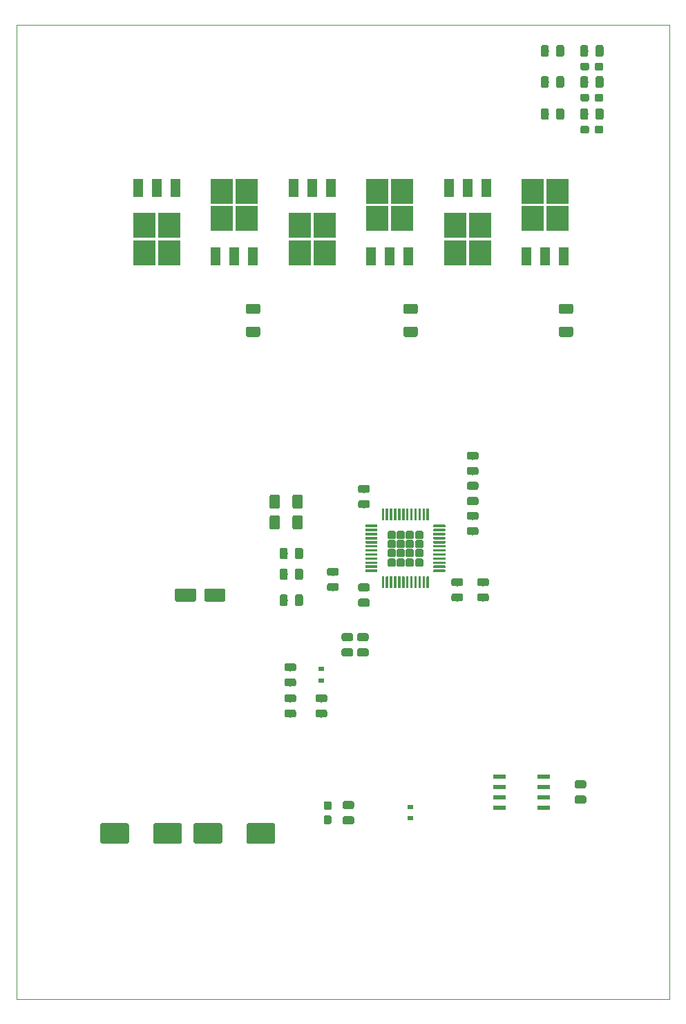
<source format=gbr>
%TF.GenerationSoftware,KiCad,Pcbnew,(5.0.2)-1*%
%TF.CreationDate,2019-02-28T08:25:03+01:00*%
%TF.ProjectId,bldc_driver_board,626c6463-5f64-4726-9976-65725f626f61,rev?*%
%TF.SameCoordinates,Original*%
%TF.FileFunction,Paste,Top*%
%TF.FilePolarity,Positive*%
%FSLAX46Y46*%
G04 Gerber Fmt 4.6, Leading zero omitted, Abs format (unit mm)*
G04 Created by KiCad (PCBNEW (5.0.2)-1) date 28.02.2019 08:25:03*
%MOMM*%
%LPD*%
G01*
G04 APERTURE LIST*
%ADD10C,0.100000*%
%ADD11C,0.150000*%
%ADD12C,0.950000*%
%ADD13C,0.975000*%
%ADD14C,2.500000*%
%ADD15C,1.250000*%
%ADD16C,1.600000*%
%ADD17R,0.700000X0.600000*%
%ADD18C,0.890668*%
%ADD19C,0.300000*%
%ADD20R,1.200000X2.200000*%
%ADD21R,2.750000X3.050000*%
%ADD22R,1.550000X0.600000*%
G04 APERTURE END LIST*
D10*
X31750000Y-166370000D02*
X31750000Y-46990000D01*
X111760000Y-166370000D02*
X31750000Y-166370000D01*
X111760000Y-46990000D02*
X111760000Y-166370000D01*
X31750000Y-46990000D02*
X111760000Y-46990000D01*
D11*
%TO.C,C16*%
G36*
X103420779Y-55406144D02*
X103443834Y-55409563D01*
X103466443Y-55415227D01*
X103488387Y-55423079D01*
X103509457Y-55433044D01*
X103529448Y-55445026D01*
X103548168Y-55458910D01*
X103565438Y-55474562D01*
X103581090Y-55491832D01*
X103594974Y-55510552D01*
X103606956Y-55530543D01*
X103616921Y-55551613D01*
X103624773Y-55573557D01*
X103630437Y-55596166D01*
X103633856Y-55619221D01*
X103635000Y-55642500D01*
X103635000Y-56117500D01*
X103633856Y-56140779D01*
X103630437Y-56163834D01*
X103624773Y-56186443D01*
X103616921Y-56208387D01*
X103606956Y-56229457D01*
X103594974Y-56249448D01*
X103581090Y-56268168D01*
X103565438Y-56285438D01*
X103548168Y-56301090D01*
X103529448Y-56314974D01*
X103509457Y-56326956D01*
X103488387Y-56336921D01*
X103466443Y-56344773D01*
X103443834Y-56350437D01*
X103420779Y-56353856D01*
X103397500Y-56355000D01*
X102822500Y-56355000D01*
X102799221Y-56353856D01*
X102776166Y-56350437D01*
X102753557Y-56344773D01*
X102731613Y-56336921D01*
X102710543Y-56326956D01*
X102690552Y-56314974D01*
X102671832Y-56301090D01*
X102654562Y-56285438D01*
X102638910Y-56268168D01*
X102625026Y-56249448D01*
X102613044Y-56229457D01*
X102603079Y-56208387D01*
X102595227Y-56186443D01*
X102589563Y-56163834D01*
X102586144Y-56140779D01*
X102585000Y-56117500D01*
X102585000Y-55642500D01*
X102586144Y-55619221D01*
X102589563Y-55596166D01*
X102595227Y-55573557D01*
X102603079Y-55551613D01*
X102613044Y-55530543D01*
X102625026Y-55510552D01*
X102638910Y-55491832D01*
X102654562Y-55474562D01*
X102671832Y-55458910D01*
X102690552Y-55445026D01*
X102710543Y-55433044D01*
X102731613Y-55423079D01*
X102753557Y-55415227D01*
X102776166Y-55409563D01*
X102799221Y-55406144D01*
X102822500Y-55405000D01*
X103397500Y-55405000D01*
X103420779Y-55406144D01*
X103420779Y-55406144D01*
G37*
D12*
X103110000Y-55880000D03*
D11*
G36*
X101670779Y-55406144D02*
X101693834Y-55409563D01*
X101716443Y-55415227D01*
X101738387Y-55423079D01*
X101759457Y-55433044D01*
X101779448Y-55445026D01*
X101798168Y-55458910D01*
X101815438Y-55474562D01*
X101831090Y-55491832D01*
X101844974Y-55510552D01*
X101856956Y-55530543D01*
X101866921Y-55551613D01*
X101874773Y-55573557D01*
X101880437Y-55596166D01*
X101883856Y-55619221D01*
X101885000Y-55642500D01*
X101885000Y-56117500D01*
X101883856Y-56140779D01*
X101880437Y-56163834D01*
X101874773Y-56186443D01*
X101866921Y-56208387D01*
X101856956Y-56229457D01*
X101844974Y-56249448D01*
X101831090Y-56268168D01*
X101815438Y-56285438D01*
X101798168Y-56301090D01*
X101779448Y-56314974D01*
X101759457Y-56326956D01*
X101738387Y-56336921D01*
X101716443Y-56344773D01*
X101693834Y-56350437D01*
X101670779Y-56353856D01*
X101647500Y-56355000D01*
X101072500Y-56355000D01*
X101049221Y-56353856D01*
X101026166Y-56350437D01*
X101003557Y-56344773D01*
X100981613Y-56336921D01*
X100960543Y-56326956D01*
X100940552Y-56314974D01*
X100921832Y-56301090D01*
X100904562Y-56285438D01*
X100888910Y-56268168D01*
X100875026Y-56249448D01*
X100863044Y-56229457D01*
X100853079Y-56208387D01*
X100845227Y-56186443D01*
X100839563Y-56163834D01*
X100836144Y-56140779D01*
X100835000Y-56117500D01*
X100835000Y-55642500D01*
X100836144Y-55619221D01*
X100839563Y-55596166D01*
X100845227Y-55573557D01*
X100853079Y-55551613D01*
X100863044Y-55530543D01*
X100875026Y-55510552D01*
X100888910Y-55491832D01*
X100904562Y-55474562D01*
X100921832Y-55458910D01*
X100940552Y-55445026D01*
X100960543Y-55433044D01*
X100981613Y-55423079D01*
X101003557Y-55415227D01*
X101026166Y-55409563D01*
X101049221Y-55406144D01*
X101072500Y-55405000D01*
X101647500Y-55405000D01*
X101670779Y-55406144D01*
X101670779Y-55406144D01*
G37*
D12*
X101360000Y-55880000D03*
%TD*%
D11*
%TO.C,C1*%
G36*
X74775142Y-115416174D02*
X74798803Y-115419684D01*
X74822007Y-115425496D01*
X74844529Y-115433554D01*
X74866153Y-115443782D01*
X74886670Y-115456079D01*
X74905883Y-115470329D01*
X74923607Y-115486393D01*
X74939671Y-115504117D01*
X74953921Y-115523330D01*
X74966218Y-115543847D01*
X74976446Y-115565471D01*
X74984504Y-115587993D01*
X74990316Y-115611197D01*
X74993826Y-115634858D01*
X74995000Y-115658750D01*
X74995000Y-116146250D01*
X74993826Y-116170142D01*
X74990316Y-116193803D01*
X74984504Y-116217007D01*
X74976446Y-116239529D01*
X74966218Y-116261153D01*
X74953921Y-116281670D01*
X74939671Y-116300883D01*
X74923607Y-116318607D01*
X74905883Y-116334671D01*
X74886670Y-116348921D01*
X74866153Y-116361218D01*
X74844529Y-116371446D01*
X74822007Y-116379504D01*
X74798803Y-116385316D01*
X74775142Y-116388826D01*
X74751250Y-116390000D01*
X73838750Y-116390000D01*
X73814858Y-116388826D01*
X73791197Y-116385316D01*
X73767993Y-116379504D01*
X73745471Y-116371446D01*
X73723847Y-116361218D01*
X73703330Y-116348921D01*
X73684117Y-116334671D01*
X73666393Y-116318607D01*
X73650329Y-116300883D01*
X73636079Y-116281670D01*
X73623782Y-116261153D01*
X73613554Y-116239529D01*
X73605496Y-116217007D01*
X73599684Y-116193803D01*
X73596174Y-116170142D01*
X73595000Y-116146250D01*
X73595000Y-115658750D01*
X73596174Y-115634858D01*
X73599684Y-115611197D01*
X73605496Y-115587993D01*
X73613554Y-115565471D01*
X73623782Y-115543847D01*
X73636079Y-115523330D01*
X73650329Y-115504117D01*
X73666393Y-115486393D01*
X73684117Y-115470329D01*
X73703330Y-115456079D01*
X73723847Y-115443782D01*
X73745471Y-115433554D01*
X73767993Y-115425496D01*
X73791197Y-115419684D01*
X73814858Y-115416174D01*
X73838750Y-115415000D01*
X74751250Y-115415000D01*
X74775142Y-115416174D01*
X74775142Y-115416174D01*
G37*
D13*
X74295000Y-115902500D03*
D11*
G36*
X74775142Y-117291174D02*
X74798803Y-117294684D01*
X74822007Y-117300496D01*
X74844529Y-117308554D01*
X74866153Y-117318782D01*
X74886670Y-117331079D01*
X74905883Y-117345329D01*
X74923607Y-117361393D01*
X74939671Y-117379117D01*
X74953921Y-117398330D01*
X74966218Y-117418847D01*
X74976446Y-117440471D01*
X74984504Y-117462993D01*
X74990316Y-117486197D01*
X74993826Y-117509858D01*
X74995000Y-117533750D01*
X74995000Y-118021250D01*
X74993826Y-118045142D01*
X74990316Y-118068803D01*
X74984504Y-118092007D01*
X74976446Y-118114529D01*
X74966218Y-118136153D01*
X74953921Y-118156670D01*
X74939671Y-118175883D01*
X74923607Y-118193607D01*
X74905883Y-118209671D01*
X74886670Y-118223921D01*
X74866153Y-118236218D01*
X74844529Y-118246446D01*
X74822007Y-118254504D01*
X74798803Y-118260316D01*
X74775142Y-118263826D01*
X74751250Y-118265000D01*
X73838750Y-118265000D01*
X73814858Y-118263826D01*
X73791197Y-118260316D01*
X73767993Y-118254504D01*
X73745471Y-118246446D01*
X73723847Y-118236218D01*
X73703330Y-118223921D01*
X73684117Y-118209671D01*
X73666393Y-118193607D01*
X73650329Y-118175883D01*
X73636079Y-118156670D01*
X73623782Y-118136153D01*
X73613554Y-118114529D01*
X73605496Y-118092007D01*
X73599684Y-118068803D01*
X73596174Y-118045142D01*
X73595000Y-118021250D01*
X73595000Y-117533750D01*
X73596174Y-117509858D01*
X73599684Y-117486197D01*
X73605496Y-117462993D01*
X73613554Y-117440471D01*
X73623782Y-117418847D01*
X73636079Y-117398330D01*
X73650329Y-117379117D01*
X73666393Y-117361393D01*
X73684117Y-117345329D01*
X73703330Y-117331079D01*
X73723847Y-117318782D01*
X73745471Y-117308554D01*
X73767993Y-117300496D01*
X73791197Y-117294684D01*
X73814858Y-117291174D01*
X73838750Y-117290000D01*
X74751250Y-117290000D01*
X74775142Y-117291174D01*
X74775142Y-117291174D01*
G37*
D13*
X74295000Y-117777500D03*
%TD*%
D11*
%TO.C,C2*%
G36*
X89380142Y-114781174D02*
X89403803Y-114784684D01*
X89427007Y-114790496D01*
X89449529Y-114798554D01*
X89471153Y-114808782D01*
X89491670Y-114821079D01*
X89510883Y-114835329D01*
X89528607Y-114851393D01*
X89544671Y-114869117D01*
X89558921Y-114888330D01*
X89571218Y-114908847D01*
X89581446Y-114930471D01*
X89589504Y-114952993D01*
X89595316Y-114976197D01*
X89598826Y-114999858D01*
X89600000Y-115023750D01*
X89600000Y-115511250D01*
X89598826Y-115535142D01*
X89595316Y-115558803D01*
X89589504Y-115582007D01*
X89581446Y-115604529D01*
X89571218Y-115626153D01*
X89558921Y-115646670D01*
X89544671Y-115665883D01*
X89528607Y-115683607D01*
X89510883Y-115699671D01*
X89491670Y-115713921D01*
X89471153Y-115726218D01*
X89449529Y-115736446D01*
X89427007Y-115744504D01*
X89403803Y-115750316D01*
X89380142Y-115753826D01*
X89356250Y-115755000D01*
X88443750Y-115755000D01*
X88419858Y-115753826D01*
X88396197Y-115750316D01*
X88372993Y-115744504D01*
X88350471Y-115736446D01*
X88328847Y-115726218D01*
X88308330Y-115713921D01*
X88289117Y-115699671D01*
X88271393Y-115683607D01*
X88255329Y-115665883D01*
X88241079Y-115646670D01*
X88228782Y-115626153D01*
X88218554Y-115604529D01*
X88210496Y-115582007D01*
X88204684Y-115558803D01*
X88201174Y-115535142D01*
X88200000Y-115511250D01*
X88200000Y-115023750D01*
X88201174Y-114999858D01*
X88204684Y-114976197D01*
X88210496Y-114952993D01*
X88218554Y-114930471D01*
X88228782Y-114908847D01*
X88241079Y-114888330D01*
X88255329Y-114869117D01*
X88271393Y-114851393D01*
X88289117Y-114835329D01*
X88308330Y-114821079D01*
X88328847Y-114808782D01*
X88350471Y-114798554D01*
X88372993Y-114790496D01*
X88396197Y-114784684D01*
X88419858Y-114781174D01*
X88443750Y-114780000D01*
X89356250Y-114780000D01*
X89380142Y-114781174D01*
X89380142Y-114781174D01*
G37*
D13*
X88900000Y-115267500D03*
D11*
G36*
X89380142Y-116656174D02*
X89403803Y-116659684D01*
X89427007Y-116665496D01*
X89449529Y-116673554D01*
X89471153Y-116683782D01*
X89491670Y-116696079D01*
X89510883Y-116710329D01*
X89528607Y-116726393D01*
X89544671Y-116744117D01*
X89558921Y-116763330D01*
X89571218Y-116783847D01*
X89581446Y-116805471D01*
X89589504Y-116827993D01*
X89595316Y-116851197D01*
X89598826Y-116874858D01*
X89600000Y-116898750D01*
X89600000Y-117386250D01*
X89598826Y-117410142D01*
X89595316Y-117433803D01*
X89589504Y-117457007D01*
X89581446Y-117479529D01*
X89571218Y-117501153D01*
X89558921Y-117521670D01*
X89544671Y-117540883D01*
X89528607Y-117558607D01*
X89510883Y-117574671D01*
X89491670Y-117588921D01*
X89471153Y-117601218D01*
X89449529Y-117611446D01*
X89427007Y-117619504D01*
X89403803Y-117625316D01*
X89380142Y-117628826D01*
X89356250Y-117630000D01*
X88443750Y-117630000D01*
X88419858Y-117628826D01*
X88396197Y-117625316D01*
X88372993Y-117619504D01*
X88350471Y-117611446D01*
X88328847Y-117601218D01*
X88308330Y-117588921D01*
X88289117Y-117574671D01*
X88271393Y-117558607D01*
X88255329Y-117540883D01*
X88241079Y-117521670D01*
X88228782Y-117501153D01*
X88218554Y-117479529D01*
X88210496Y-117457007D01*
X88204684Y-117433803D01*
X88201174Y-117410142D01*
X88200000Y-117386250D01*
X88200000Y-116898750D01*
X88201174Y-116874858D01*
X88204684Y-116851197D01*
X88210496Y-116827993D01*
X88218554Y-116805471D01*
X88228782Y-116783847D01*
X88241079Y-116763330D01*
X88255329Y-116744117D01*
X88271393Y-116726393D01*
X88289117Y-116710329D01*
X88308330Y-116696079D01*
X88328847Y-116683782D01*
X88350471Y-116673554D01*
X88372993Y-116665496D01*
X88396197Y-116659684D01*
X88419858Y-116656174D01*
X88443750Y-116655000D01*
X89356250Y-116655000D01*
X89380142Y-116656174D01*
X89380142Y-116656174D01*
G37*
D13*
X88900000Y-117142500D03*
%TD*%
D11*
%TO.C,C3*%
G36*
X70965142Y-115386174D02*
X70988803Y-115389684D01*
X71012007Y-115395496D01*
X71034529Y-115403554D01*
X71056153Y-115413782D01*
X71076670Y-115426079D01*
X71095883Y-115440329D01*
X71113607Y-115456393D01*
X71129671Y-115474117D01*
X71143921Y-115493330D01*
X71156218Y-115513847D01*
X71166446Y-115535471D01*
X71174504Y-115557993D01*
X71180316Y-115581197D01*
X71183826Y-115604858D01*
X71185000Y-115628750D01*
X71185000Y-116116250D01*
X71183826Y-116140142D01*
X71180316Y-116163803D01*
X71174504Y-116187007D01*
X71166446Y-116209529D01*
X71156218Y-116231153D01*
X71143921Y-116251670D01*
X71129671Y-116270883D01*
X71113607Y-116288607D01*
X71095883Y-116304671D01*
X71076670Y-116318921D01*
X71056153Y-116331218D01*
X71034529Y-116341446D01*
X71012007Y-116349504D01*
X70988803Y-116355316D01*
X70965142Y-116358826D01*
X70941250Y-116360000D01*
X70028750Y-116360000D01*
X70004858Y-116358826D01*
X69981197Y-116355316D01*
X69957993Y-116349504D01*
X69935471Y-116341446D01*
X69913847Y-116331218D01*
X69893330Y-116318921D01*
X69874117Y-116304671D01*
X69856393Y-116288607D01*
X69840329Y-116270883D01*
X69826079Y-116251670D01*
X69813782Y-116231153D01*
X69803554Y-116209529D01*
X69795496Y-116187007D01*
X69789684Y-116163803D01*
X69786174Y-116140142D01*
X69785000Y-116116250D01*
X69785000Y-115628750D01*
X69786174Y-115604858D01*
X69789684Y-115581197D01*
X69795496Y-115557993D01*
X69803554Y-115535471D01*
X69813782Y-115513847D01*
X69826079Y-115493330D01*
X69840329Y-115474117D01*
X69856393Y-115456393D01*
X69874117Y-115440329D01*
X69893330Y-115426079D01*
X69913847Y-115413782D01*
X69935471Y-115403554D01*
X69957993Y-115395496D01*
X69981197Y-115389684D01*
X70004858Y-115386174D01*
X70028750Y-115385000D01*
X70941250Y-115385000D01*
X70965142Y-115386174D01*
X70965142Y-115386174D01*
G37*
D13*
X70485000Y-115872500D03*
D11*
G36*
X70965142Y-113511174D02*
X70988803Y-113514684D01*
X71012007Y-113520496D01*
X71034529Y-113528554D01*
X71056153Y-113538782D01*
X71076670Y-113551079D01*
X71095883Y-113565329D01*
X71113607Y-113581393D01*
X71129671Y-113599117D01*
X71143921Y-113618330D01*
X71156218Y-113638847D01*
X71166446Y-113660471D01*
X71174504Y-113682993D01*
X71180316Y-113706197D01*
X71183826Y-113729858D01*
X71185000Y-113753750D01*
X71185000Y-114241250D01*
X71183826Y-114265142D01*
X71180316Y-114288803D01*
X71174504Y-114312007D01*
X71166446Y-114334529D01*
X71156218Y-114356153D01*
X71143921Y-114376670D01*
X71129671Y-114395883D01*
X71113607Y-114413607D01*
X71095883Y-114429671D01*
X71076670Y-114443921D01*
X71056153Y-114456218D01*
X71034529Y-114466446D01*
X71012007Y-114474504D01*
X70988803Y-114480316D01*
X70965142Y-114483826D01*
X70941250Y-114485000D01*
X70028750Y-114485000D01*
X70004858Y-114483826D01*
X69981197Y-114480316D01*
X69957993Y-114474504D01*
X69935471Y-114466446D01*
X69913847Y-114456218D01*
X69893330Y-114443921D01*
X69874117Y-114429671D01*
X69856393Y-114413607D01*
X69840329Y-114395883D01*
X69826079Y-114376670D01*
X69813782Y-114356153D01*
X69803554Y-114334529D01*
X69795496Y-114312007D01*
X69789684Y-114288803D01*
X69786174Y-114265142D01*
X69785000Y-114241250D01*
X69785000Y-113753750D01*
X69786174Y-113729858D01*
X69789684Y-113706197D01*
X69795496Y-113682993D01*
X69803554Y-113660471D01*
X69813782Y-113638847D01*
X69826079Y-113618330D01*
X69840329Y-113599117D01*
X69856393Y-113581393D01*
X69874117Y-113565329D01*
X69893330Y-113551079D01*
X69913847Y-113538782D01*
X69935471Y-113528554D01*
X69957993Y-113520496D01*
X69981197Y-113514684D01*
X70004858Y-113511174D01*
X70028750Y-113510000D01*
X70941250Y-113510000D01*
X70965142Y-113511174D01*
X70965142Y-113511174D01*
G37*
D13*
X70485000Y-113997500D03*
%TD*%
D11*
%TO.C,C4*%
G36*
X66610142Y-113601174D02*
X66633803Y-113604684D01*
X66657007Y-113610496D01*
X66679529Y-113618554D01*
X66701153Y-113628782D01*
X66721670Y-113641079D01*
X66740883Y-113655329D01*
X66758607Y-113671393D01*
X66774671Y-113689117D01*
X66788921Y-113708330D01*
X66801218Y-113728847D01*
X66811446Y-113750471D01*
X66819504Y-113772993D01*
X66825316Y-113796197D01*
X66828826Y-113819858D01*
X66830000Y-113843750D01*
X66830000Y-114756250D01*
X66828826Y-114780142D01*
X66825316Y-114803803D01*
X66819504Y-114827007D01*
X66811446Y-114849529D01*
X66801218Y-114871153D01*
X66788921Y-114891670D01*
X66774671Y-114910883D01*
X66758607Y-114928607D01*
X66740883Y-114944671D01*
X66721670Y-114958921D01*
X66701153Y-114971218D01*
X66679529Y-114981446D01*
X66657007Y-114989504D01*
X66633803Y-114995316D01*
X66610142Y-114998826D01*
X66586250Y-115000000D01*
X66098750Y-115000000D01*
X66074858Y-114998826D01*
X66051197Y-114995316D01*
X66027993Y-114989504D01*
X66005471Y-114981446D01*
X65983847Y-114971218D01*
X65963330Y-114958921D01*
X65944117Y-114944671D01*
X65926393Y-114928607D01*
X65910329Y-114910883D01*
X65896079Y-114891670D01*
X65883782Y-114871153D01*
X65873554Y-114849529D01*
X65865496Y-114827007D01*
X65859684Y-114803803D01*
X65856174Y-114780142D01*
X65855000Y-114756250D01*
X65855000Y-113843750D01*
X65856174Y-113819858D01*
X65859684Y-113796197D01*
X65865496Y-113772993D01*
X65873554Y-113750471D01*
X65883782Y-113728847D01*
X65896079Y-113708330D01*
X65910329Y-113689117D01*
X65926393Y-113671393D01*
X65944117Y-113655329D01*
X65963330Y-113641079D01*
X65983847Y-113628782D01*
X66005471Y-113618554D01*
X66027993Y-113610496D01*
X66051197Y-113604684D01*
X66074858Y-113601174D01*
X66098750Y-113600000D01*
X66586250Y-113600000D01*
X66610142Y-113601174D01*
X66610142Y-113601174D01*
G37*
D13*
X66342500Y-114300000D03*
D11*
G36*
X64735142Y-113601174D02*
X64758803Y-113604684D01*
X64782007Y-113610496D01*
X64804529Y-113618554D01*
X64826153Y-113628782D01*
X64846670Y-113641079D01*
X64865883Y-113655329D01*
X64883607Y-113671393D01*
X64899671Y-113689117D01*
X64913921Y-113708330D01*
X64926218Y-113728847D01*
X64936446Y-113750471D01*
X64944504Y-113772993D01*
X64950316Y-113796197D01*
X64953826Y-113819858D01*
X64955000Y-113843750D01*
X64955000Y-114756250D01*
X64953826Y-114780142D01*
X64950316Y-114803803D01*
X64944504Y-114827007D01*
X64936446Y-114849529D01*
X64926218Y-114871153D01*
X64913921Y-114891670D01*
X64899671Y-114910883D01*
X64883607Y-114928607D01*
X64865883Y-114944671D01*
X64846670Y-114958921D01*
X64826153Y-114971218D01*
X64804529Y-114981446D01*
X64782007Y-114989504D01*
X64758803Y-114995316D01*
X64735142Y-114998826D01*
X64711250Y-115000000D01*
X64223750Y-115000000D01*
X64199858Y-114998826D01*
X64176197Y-114995316D01*
X64152993Y-114989504D01*
X64130471Y-114981446D01*
X64108847Y-114971218D01*
X64088330Y-114958921D01*
X64069117Y-114944671D01*
X64051393Y-114928607D01*
X64035329Y-114910883D01*
X64021079Y-114891670D01*
X64008782Y-114871153D01*
X63998554Y-114849529D01*
X63990496Y-114827007D01*
X63984684Y-114803803D01*
X63981174Y-114780142D01*
X63980000Y-114756250D01*
X63980000Y-113843750D01*
X63981174Y-113819858D01*
X63984684Y-113796197D01*
X63990496Y-113772993D01*
X63998554Y-113750471D01*
X64008782Y-113728847D01*
X64021079Y-113708330D01*
X64035329Y-113689117D01*
X64051393Y-113671393D01*
X64069117Y-113655329D01*
X64088330Y-113641079D01*
X64108847Y-113628782D01*
X64130471Y-113618554D01*
X64152993Y-113610496D01*
X64176197Y-113604684D01*
X64199858Y-113601174D01*
X64223750Y-113600000D01*
X64711250Y-113600000D01*
X64735142Y-113601174D01*
X64735142Y-113601174D01*
G37*
D13*
X64467500Y-114300000D03*
%TD*%
D11*
%TO.C,C5*%
G36*
X66610142Y-111061174D02*
X66633803Y-111064684D01*
X66657007Y-111070496D01*
X66679529Y-111078554D01*
X66701153Y-111088782D01*
X66721670Y-111101079D01*
X66740883Y-111115329D01*
X66758607Y-111131393D01*
X66774671Y-111149117D01*
X66788921Y-111168330D01*
X66801218Y-111188847D01*
X66811446Y-111210471D01*
X66819504Y-111232993D01*
X66825316Y-111256197D01*
X66828826Y-111279858D01*
X66830000Y-111303750D01*
X66830000Y-112216250D01*
X66828826Y-112240142D01*
X66825316Y-112263803D01*
X66819504Y-112287007D01*
X66811446Y-112309529D01*
X66801218Y-112331153D01*
X66788921Y-112351670D01*
X66774671Y-112370883D01*
X66758607Y-112388607D01*
X66740883Y-112404671D01*
X66721670Y-112418921D01*
X66701153Y-112431218D01*
X66679529Y-112441446D01*
X66657007Y-112449504D01*
X66633803Y-112455316D01*
X66610142Y-112458826D01*
X66586250Y-112460000D01*
X66098750Y-112460000D01*
X66074858Y-112458826D01*
X66051197Y-112455316D01*
X66027993Y-112449504D01*
X66005471Y-112441446D01*
X65983847Y-112431218D01*
X65963330Y-112418921D01*
X65944117Y-112404671D01*
X65926393Y-112388607D01*
X65910329Y-112370883D01*
X65896079Y-112351670D01*
X65883782Y-112331153D01*
X65873554Y-112309529D01*
X65865496Y-112287007D01*
X65859684Y-112263803D01*
X65856174Y-112240142D01*
X65855000Y-112216250D01*
X65855000Y-111303750D01*
X65856174Y-111279858D01*
X65859684Y-111256197D01*
X65865496Y-111232993D01*
X65873554Y-111210471D01*
X65883782Y-111188847D01*
X65896079Y-111168330D01*
X65910329Y-111149117D01*
X65926393Y-111131393D01*
X65944117Y-111115329D01*
X65963330Y-111101079D01*
X65983847Y-111088782D01*
X66005471Y-111078554D01*
X66027993Y-111070496D01*
X66051197Y-111064684D01*
X66074858Y-111061174D01*
X66098750Y-111060000D01*
X66586250Y-111060000D01*
X66610142Y-111061174D01*
X66610142Y-111061174D01*
G37*
D13*
X66342500Y-111760000D03*
D11*
G36*
X64735142Y-111061174D02*
X64758803Y-111064684D01*
X64782007Y-111070496D01*
X64804529Y-111078554D01*
X64826153Y-111088782D01*
X64846670Y-111101079D01*
X64865883Y-111115329D01*
X64883607Y-111131393D01*
X64899671Y-111149117D01*
X64913921Y-111168330D01*
X64926218Y-111188847D01*
X64936446Y-111210471D01*
X64944504Y-111232993D01*
X64950316Y-111256197D01*
X64953826Y-111279858D01*
X64955000Y-111303750D01*
X64955000Y-112216250D01*
X64953826Y-112240142D01*
X64950316Y-112263803D01*
X64944504Y-112287007D01*
X64936446Y-112309529D01*
X64926218Y-112331153D01*
X64913921Y-112351670D01*
X64899671Y-112370883D01*
X64883607Y-112388607D01*
X64865883Y-112404671D01*
X64846670Y-112418921D01*
X64826153Y-112431218D01*
X64804529Y-112441446D01*
X64782007Y-112449504D01*
X64758803Y-112455316D01*
X64735142Y-112458826D01*
X64711250Y-112460000D01*
X64223750Y-112460000D01*
X64199858Y-112458826D01*
X64176197Y-112455316D01*
X64152993Y-112449504D01*
X64130471Y-112441446D01*
X64108847Y-112431218D01*
X64088330Y-112418921D01*
X64069117Y-112404671D01*
X64051393Y-112388607D01*
X64035329Y-112370883D01*
X64021079Y-112351670D01*
X64008782Y-112331153D01*
X63998554Y-112309529D01*
X63990496Y-112287007D01*
X63984684Y-112263803D01*
X63981174Y-112240142D01*
X63980000Y-112216250D01*
X63980000Y-111303750D01*
X63981174Y-111279858D01*
X63984684Y-111256197D01*
X63990496Y-111232993D01*
X63998554Y-111210471D01*
X64008782Y-111188847D01*
X64021079Y-111168330D01*
X64035329Y-111149117D01*
X64051393Y-111131393D01*
X64069117Y-111115329D01*
X64088330Y-111101079D01*
X64108847Y-111088782D01*
X64130471Y-111078554D01*
X64152993Y-111070496D01*
X64176197Y-111064684D01*
X64199858Y-111061174D01*
X64223750Y-111060000D01*
X64711250Y-111060000D01*
X64735142Y-111061174D01*
X64735142Y-111061174D01*
G37*
D13*
X64467500Y-111760000D03*
%TD*%
D11*
%TO.C,C6*%
G36*
X63194504Y-144801204D02*
X63218773Y-144804804D01*
X63242571Y-144810765D01*
X63265671Y-144819030D01*
X63287849Y-144829520D01*
X63308893Y-144842133D01*
X63328598Y-144856747D01*
X63346777Y-144873223D01*
X63363253Y-144891402D01*
X63377867Y-144911107D01*
X63390480Y-144932151D01*
X63400970Y-144954329D01*
X63409235Y-144977429D01*
X63415196Y-145001227D01*
X63418796Y-145025496D01*
X63420000Y-145050000D01*
X63420000Y-147050000D01*
X63418796Y-147074504D01*
X63415196Y-147098773D01*
X63409235Y-147122571D01*
X63400970Y-147145671D01*
X63390480Y-147167849D01*
X63377867Y-147188893D01*
X63363253Y-147208598D01*
X63346777Y-147226777D01*
X63328598Y-147243253D01*
X63308893Y-147257867D01*
X63287849Y-147270480D01*
X63265671Y-147280970D01*
X63242571Y-147289235D01*
X63218773Y-147295196D01*
X63194504Y-147298796D01*
X63170000Y-147300000D01*
X60170000Y-147300000D01*
X60145496Y-147298796D01*
X60121227Y-147295196D01*
X60097429Y-147289235D01*
X60074329Y-147280970D01*
X60052151Y-147270480D01*
X60031107Y-147257867D01*
X60011402Y-147243253D01*
X59993223Y-147226777D01*
X59976747Y-147208598D01*
X59962133Y-147188893D01*
X59949520Y-147167849D01*
X59939030Y-147145671D01*
X59930765Y-147122571D01*
X59924804Y-147098773D01*
X59921204Y-147074504D01*
X59920000Y-147050000D01*
X59920000Y-145050000D01*
X59921204Y-145025496D01*
X59924804Y-145001227D01*
X59930765Y-144977429D01*
X59939030Y-144954329D01*
X59949520Y-144932151D01*
X59962133Y-144911107D01*
X59976747Y-144891402D01*
X59993223Y-144873223D01*
X60011402Y-144856747D01*
X60031107Y-144842133D01*
X60052151Y-144829520D01*
X60074329Y-144819030D01*
X60097429Y-144810765D01*
X60121227Y-144804804D01*
X60145496Y-144801204D01*
X60170000Y-144800000D01*
X63170000Y-144800000D01*
X63194504Y-144801204D01*
X63194504Y-144801204D01*
G37*
D14*
X61670000Y-146050000D03*
D11*
G36*
X56694504Y-144801204D02*
X56718773Y-144804804D01*
X56742571Y-144810765D01*
X56765671Y-144819030D01*
X56787849Y-144829520D01*
X56808893Y-144842133D01*
X56828598Y-144856747D01*
X56846777Y-144873223D01*
X56863253Y-144891402D01*
X56877867Y-144911107D01*
X56890480Y-144932151D01*
X56900970Y-144954329D01*
X56909235Y-144977429D01*
X56915196Y-145001227D01*
X56918796Y-145025496D01*
X56920000Y-145050000D01*
X56920000Y-147050000D01*
X56918796Y-147074504D01*
X56915196Y-147098773D01*
X56909235Y-147122571D01*
X56900970Y-147145671D01*
X56890480Y-147167849D01*
X56877867Y-147188893D01*
X56863253Y-147208598D01*
X56846777Y-147226777D01*
X56828598Y-147243253D01*
X56808893Y-147257867D01*
X56787849Y-147270480D01*
X56765671Y-147280970D01*
X56742571Y-147289235D01*
X56718773Y-147295196D01*
X56694504Y-147298796D01*
X56670000Y-147300000D01*
X53670000Y-147300000D01*
X53645496Y-147298796D01*
X53621227Y-147295196D01*
X53597429Y-147289235D01*
X53574329Y-147280970D01*
X53552151Y-147270480D01*
X53531107Y-147257867D01*
X53511402Y-147243253D01*
X53493223Y-147226777D01*
X53476747Y-147208598D01*
X53462133Y-147188893D01*
X53449520Y-147167849D01*
X53439030Y-147145671D01*
X53430765Y-147122571D01*
X53424804Y-147098773D01*
X53421204Y-147074504D01*
X53420000Y-147050000D01*
X53420000Y-145050000D01*
X53421204Y-145025496D01*
X53424804Y-145001227D01*
X53430765Y-144977429D01*
X53439030Y-144954329D01*
X53449520Y-144932151D01*
X53462133Y-144911107D01*
X53476747Y-144891402D01*
X53493223Y-144873223D01*
X53511402Y-144856747D01*
X53531107Y-144842133D01*
X53552151Y-144829520D01*
X53574329Y-144819030D01*
X53597429Y-144810765D01*
X53621227Y-144804804D01*
X53645496Y-144801204D01*
X53670000Y-144800000D01*
X56670000Y-144800000D01*
X56694504Y-144801204D01*
X56694504Y-144801204D01*
G37*
D14*
X55170000Y-146050000D03*
%TD*%
D11*
%TO.C,C7*%
G36*
X66569504Y-107076204D02*
X66593773Y-107079804D01*
X66617571Y-107085765D01*
X66640671Y-107094030D01*
X66662849Y-107104520D01*
X66683893Y-107117133D01*
X66703598Y-107131747D01*
X66721777Y-107148223D01*
X66738253Y-107166402D01*
X66752867Y-107186107D01*
X66765480Y-107207151D01*
X66775970Y-107229329D01*
X66784235Y-107252429D01*
X66790196Y-107276227D01*
X66793796Y-107300496D01*
X66795000Y-107325000D01*
X66795000Y-108575000D01*
X66793796Y-108599504D01*
X66790196Y-108623773D01*
X66784235Y-108647571D01*
X66775970Y-108670671D01*
X66765480Y-108692849D01*
X66752867Y-108713893D01*
X66738253Y-108733598D01*
X66721777Y-108751777D01*
X66703598Y-108768253D01*
X66683893Y-108782867D01*
X66662849Y-108795480D01*
X66640671Y-108805970D01*
X66617571Y-108814235D01*
X66593773Y-108820196D01*
X66569504Y-108823796D01*
X66545000Y-108825000D01*
X65795000Y-108825000D01*
X65770496Y-108823796D01*
X65746227Y-108820196D01*
X65722429Y-108814235D01*
X65699329Y-108805970D01*
X65677151Y-108795480D01*
X65656107Y-108782867D01*
X65636402Y-108768253D01*
X65618223Y-108751777D01*
X65601747Y-108733598D01*
X65587133Y-108713893D01*
X65574520Y-108692849D01*
X65564030Y-108670671D01*
X65555765Y-108647571D01*
X65549804Y-108623773D01*
X65546204Y-108599504D01*
X65545000Y-108575000D01*
X65545000Y-107325000D01*
X65546204Y-107300496D01*
X65549804Y-107276227D01*
X65555765Y-107252429D01*
X65564030Y-107229329D01*
X65574520Y-107207151D01*
X65587133Y-107186107D01*
X65601747Y-107166402D01*
X65618223Y-107148223D01*
X65636402Y-107131747D01*
X65656107Y-107117133D01*
X65677151Y-107104520D01*
X65699329Y-107094030D01*
X65722429Y-107085765D01*
X65746227Y-107079804D01*
X65770496Y-107076204D01*
X65795000Y-107075000D01*
X66545000Y-107075000D01*
X66569504Y-107076204D01*
X66569504Y-107076204D01*
G37*
D15*
X66170000Y-107950000D03*
D11*
G36*
X63769504Y-107076204D02*
X63793773Y-107079804D01*
X63817571Y-107085765D01*
X63840671Y-107094030D01*
X63862849Y-107104520D01*
X63883893Y-107117133D01*
X63903598Y-107131747D01*
X63921777Y-107148223D01*
X63938253Y-107166402D01*
X63952867Y-107186107D01*
X63965480Y-107207151D01*
X63975970Y-107229329D01*
X63984235Y-107252429D01*
X63990196Y-107276227D01*
X63993796Y-107300496D01*
X63995000Y-107325000D01*
X63995000Y-108575000D01*
X63993796Y-108599504D01*
X63990196Y-108623773D01*
X63984235Y-108647571D01*
X63975970Y-108670671D01*
X63965480Y-108692849D01*
X63952867Y-108713893D01*
X63938253Y-108733598D01*
X63921777Y-108751777D01*
X63903598Y-108768253D01*
X63883893Y-108782867D01*
X63862849Y-108795480D01*
X63840671Y-108805970D01*
X63817571Y-108814235D01*
X63793773Y-108820196D01*
X63769504Y-108823796D01*
X63745000Y-108825000D01*
X62995000Y-108825000D01*
X62970496Y-108823796D01*
X62946227Y-108820196D01*
X62922429Y-108814235D01*
X62899329Y-108805970D01*
X62877151Y-108795480D01*
X62856107Y-108782867D01*
X62836402Y-108768253D01*
X62818223Y-108751777D01*
X62801747Y-108733598D01*
X62787133Y-108713893D01*
X62774520Y-108692849D01*
X62764030Y-108670671D01*
X62755765Y-108647571D01*
X62749804Y-108623773D01*
X62746204Y-108599504D01*
X62745000Y-108575000D01*
X62745000Y-107325000D01*
X62746204Y-107300496D01*
X62749804Y-107276227D01*
X62755765Y-107252429D01*
X62764030Y-107229329D01*
X62774520Y-107207151D01*
X62787133Y-107186107D01*
X62801747Y-107166402D01*
X62818223Y-107148223D01*
X62836402Y-107131747D01*
X62856107Y-107117133D01*
X62877151Y-107104520D01*
X62899329Y-107094030D01*
X62922429Y-107085765D01*
X62946227Y-107079804D01*
X62970496Y-107076204D01*
X62995000Y-107075000D01*
X63745000Y-107075000D01*
X63769504Y-107076204D01*
X63769504Y-107076204D01*
G37*
D15*
X63370000Y-107950000D03*
%TD*%
D11*
%TO.C,C8*%
G36*
X51764504Y-144801204D02*
X51788773Y-144804804D01*
X51812571Y-144810765D01*
X51835671Y-144819030D01*
X51857849Y-144829520D01*
X51878893Y-144842133D01*
X51898598Y-144856747D01*
X51916777Y-144873223D01*
X51933253Y-144891402D01*
X51947867Y-144911107D01*
X51960480Y-144932151D01*
X51970970Y-144954329D01*
X51979235Y-144977429D01*
X51985196Y-145001227D01*
X51988796Y-145025496D01*
X51990000Y-145050000D01*
X51990000Y-147050000D01*
X51988796Y-147074504D01*
X51985196Y-147098773D01*
X51979235Y-147122571D01*
X51970970Y-147145671D01*
X51960480Y-147167849D01*
X51947867Y-147188893D01*
X51933253Y-147208598D01*
X51916777Y-147226777D01*
X51898598Y-147243253D01*
X51878893Y-147257867D01*
X51857849Y-147270480D01*
X51835671Y-147280970D01*
X51812571Y-147289235D01*
X51788773Y-147295196D01*
X51764504Y-147298796D01*
X51740000Y-147300000D01*
X48740000Y-147300000D01*
X48715496Y-147298796D01*
X48691227Y-147295196D01*
X48667429Y-147289235D01*
X48644329Y-147280970D01*
X48622151Y-147270480D01*
X48601107Y-147257867D01*
X48581402Y-147243253D01*
X48563223Y-147226777D01*
X48546747Y-147208598D01*
X48532133Y-147188893D01*
X48519520Y-147167849D01*
X48509030Y-147145671D01*
X48500765Y-147122571D01*
X48494804Y-147098773D01*
X48491204Y-147074504D01*
X48490000Y-147050000D01*
X48490000Y-145050000D01*
X48491204Y-145025496D01*
X48494804Y-145001227D01*
X48500765Y-144977429D01*
X48509030Y-144954329D01*
X48519520Y-144932151D01*
X48532133Y-144911107D01*
X48546747Y-144891402D01*
X48563223Y-144873223D01*
X48581402Y-144856747D01*
X48601107Y-144842133D01*
X48622151Y-144829520D01*
X48644329Y-144819030D01*
X48667429Y-144810765D01*
X48691227Y-144804804D01*
X48715496Y-144801204D01*
X48740000Y-144800000D01*
X51740000Y-144800000D01*
X51764504Y-144801204D01*
X51764504Y-144801204D01*
G37*
D14*
X50240000Y-146050000D03*
D11*
G36*
X45264504Y-144801204D02*
X45288773Y-144804804D01*
X45312571Y-144810765D01*
X45335671Y-144819030D01*
X45357849Y-144829520D01*
X45378893Y-144842133D01*
X45398598Y-144856747D01*
X45416777Y-144873223D01*
X45433253Y-144891402D01*
X45447867Y-144911107D01*
X45460480Y-144932151D01*
X45470970Y-144954329D01*
X45479235Y-144977429D01*
X45485196Y-145001227D01*
X45488796Y-145025496D01*
X45490000Y-145050000D01*
X45490000Y-147050000D01*
X45488796Y-147074504D01*
X45485196Y-147098773D01*
X45479235Y-147122571D01*
X45470970Y-147145671D01*
X45460480Y-147167849D01*
X45447867Y-147188893D01*
X45433253Y-147208598D01*
X45416777Y-147226777D01*
X45398598Y-147243253D01*
X45378893Y-147257867D01*
X45357849Y-147270480D01*
X45335671Y-147280970D01*
X45312571Y-147289235D01*
X45288773Y-147295196D01*
X45264504Y-147298796D01*
X45240000Y-147300000D01*
X42240000Y-147300000D01*
X42215496Y-147298796D01*
X42191227Y-147295196D01*
X42167429Y-147289235D01*
X42144329Y-147280970D01*
X42122151Y-147270480D01*
X42101107Y-147257867D01*
X42081402Y-147243253D01*
X42063223Y-147226777D01*
X42046747Y-147208598D01*
X42032133Y-147188893D01*
X42019520Y-147167849D01*
X42009030Y-147145671D01*
X42000765Y-147122571D01*
X41994804Y-147098773D01*
X41991204Y-147074504D01*
X41990000Y-147050000D01*
X41990000Y-145050000D01*
X41991204Y-145025496D01*
X41994804Y-145001227D01*
X42000765Y-144977429D01*
X42009030Y-144954329D01*
X42019520Y-144932151D01*
X42032133Y-144911107D01*
X42046747Y-144891402D01*
X42063223Y-144873223D01*
X42081402Y-144856747D01*
X42101107Y-144842133D01*
X42122151Y-144829520D01*
X42144329Y-144819030D01*
X42167429Y-144810765D01*
X42191227Y-144804804D01*
X42215496Y-144801204D01*
X42240000Y-144800000D01*
X45240000Y-144800000D01*
X45264504Y-144801204D01*
X45264504Y-144801204D01*
G37*
D14*
X43740000Y-146050000D03*
%TD*%
D11*
%TO.C,C9*%
G36*
X63769504Y-104536204D02*
X63793773Y-104539804D01*
X63817571Y-104545765D01*
X63840671Y-104554030D01*
X63862849Y-104564520D01*
X63883893Y-104577133D01*
X63903598Y-104591747D01*
X63921777Y-104608223D01*
X63938253Y-104626402D01*
X63952867Y-104646107D01*
X63965480Y-104667151D01*
X63975970Y-104689329D01*
X63984235Y-104712429D01*
X63990196Y-104736227D01*
X63993796Y-104760496D01*
X63995000Y-104785000D01*
X63995000Y-106035000D01*
X63993796Y-106059504D01*
X63990196Y-106083773D01*
X63984235Y-106107571D01*
X63975970Y-106130671D01*
X63965480Y-106152849D01*
X63952867Y-106173893D01*
X63938253Y-106193598D01*
X63921777Y-106211777D01*
X63903598Y-106228253D01*
X63883893Y-106242867D01*
X63862849Y-106255480D01*
X63840671Y-106265970D01*
X63817571Y-106274235D01*
X63793773Y-106280196D01*
X63769504Y-106283796D01*
X63745000Y-106285000D01*
X62995000Y-106285000D01*
X62970496Y-106283796D01*
X62946227Y-106280196D01*
X62922429Y-106274235D01*
X62899329Y-106265970D01*
X62877151Y-106255480D01*
X62856107Y-106242867D01*
X62836402Y-106228253D01*
X62818223Y-106211777D01*
X62801747Y-106193598D01*
X62787133Y-106173893D01*
X62774520Y-106152849D01*
X62764030Y-106130671D01*
X62755765Y-106107571D01*
X62749804Y-106083773D01*
X62746204Y-106059504D01*
X62745000Y-106035000D01*
X62745000Y-104785000D01*
X62746204Y-104760496D01*
X62749804Y-104736227D01*
X62755765Y-104712429D01*
X62764030Y-104689329D01*
X62774520Y-104667151D01*
X62787133Y-104646107D01*
X62801747Y-104626402D01*
X62818223Y-104608223D01*
X62836402Y-104591747D01*
X62856107Y-104577133D01*
X62877151Y-104564520D01*
X62899329Y-104554030D01*
X62922429Y-104545765D01*
X62946227Y-104539804D01*
X62970496Y-104536204D01*
X62995000Y-104535000D01*
X63745000Y-104535000D01*
X63769504Y-104536204D01*
X63769504Y-104536204D01*
G37*
D15*
X63370000Y-105410000D03*
D11*
G36*
X66569504Y-104536204D02*
X66593773Y-104539804D01*
X66617571Y-104545765D01*
X66640671Y-104554030D01*
X66662849Y-104564520D01*
X66683893Y-104577133D01*
X66703598Y-104591747D01*
X66721777Y-104608223D01*
X66738253Y-104626402D01*
X66752867Y-104646107D01*
X66765480Y-104667151D01*
X66775970Y-104689329D01*
X66784235Y-104712429D01*
X66790196Y-104736227D01*
X66793796Y-104760496D01*
X66795000Y-104785000D01*
X66795000Y-106035000D01*
X66793796Y-106059504D01*
X66790196Y-106083773D01*
X66784235Y-106107571D01*
X66775970Y-106130671D01*
X66765480Y-106152849D01*
X66752867Y-106173893D01*
X66738253Y-106193598D01*
X66721777Y-106211777D01*
X66703598Y-106228253D01*
X66683893Y-106242867D01*
X66662849Y-106255480D01*
X66640671Y-106265970D01*
X66617571Y-106274235D01*
X66593773Y-106280196D01*
X66569504Y-106283796D01*
X66545000Y-106285000D01*
X65795000Y-106285000D01*
X65770496Y-106283796D01*
X65746227Y-106280196D01*
X65722429Y-106274235D01*
X65699329Y-106265970D01*
X65677151Y-106255480D01*
X65656107Y-106242867D01*
X65636402Y-106228253D01*
X65618223Y-106211777D01*
X65601747Y-106193598D01*
X65587133Y-106173893D01*
X65574520Y-106152849D01*
X65564030Y-106130671D01*
X65555765Y-106107571D01*
X65549804Y-106083773D01*
X65546204Y-106059504D01*
X65545000Y-106035000D01*
X65545000Y-104785000D01*
X65546204Y-104760496D01*
X65549804Y-104736227D01*
X65555765Y-104712429D01*
X65564030Y-104689329D01*
X65574520Y-104667151D01*
X65587133Y-104646107D01*
X65601747Y-104626402D01*
X65618223Y-104608223D01*
X65636402Y-104591747D01*
X65656107Y-104577133D01*
X65677151Y-104564520D01*
X65699329Y-104554030D01*
X65722429Y-104545765D01*
X65746227Y-104539804D01*
X65770496Y-104536204D01*
X65795000Y-104535000D01*
X66545000Y-104535000D01*
X66569504Y-104536204D01*
X66569504Y-104536204D01*
G37*
D15*
X66170000Y-105410000D03*
%TD*%
D11*
%TO.C,C10*%
G36*
X53503504Y-116041204D02*
X53527773Y-116044804D01*
X53551571Y-116050765D01*
X53574671Y-116059030D01*
X53596849Y-116069520D01*
X53617893Y-116082133D01*
X53637598Y-116096747D01*
X53655777Y-116113223D01*
X53672253Y-116131402D01*
X53686867Y-116151107D01*
X53699480Y-116172151D01*
X53709970Y-116194329D01*
X53718235Y-116217429D01*
X53724196Y-116241227D01*
X53727796Y-116265496D01*
X53729000Y-116290000D01*
X53729000Y-117390000D01*
X53727796Y-117414504D01*
X53724196Y-117438773D01*
X53718235Y-117462571D01*
X53709970Y-117485671D01*
X53699480Y-117507849D01*
X53686867Y-117528893D01*
X53672253Y-117548598D01*
X53655777Y-117566777D01*
X53637598Y-117583253D01*
X53617893Y-117597867D01*
X53596849Y-117610480D01*
X53574671Y-117620970D01*
X53551571Y-117629235D01*
X53527773Y-117635196D01*
X53503504Y-117638796D01*
X53479000Y-117640000D01*
X51379000Y-117640000D01*
X51354496Y-117638796D01*
X51330227Y-117635196D01*
X51306429Y-117629235D01*
X51283329Y-117620970D01*
X51261151Y-117610480D01*
X51240107Y-117597867D01*
X51220402Y-117583253D01*
X51202223Y-117566777D01*
X51185747Y-117548598D01*
X51171133Y-117528893D01*
X51158520Y-117507849D01*
X51148030Y-117485671D01*
X51139765Y-117462571D01*
X51133804Y-117438773D01*
X51130204Y-117414504D01*
X51129000Y-117390000D01*
X51129000Y-116290000D01*
X51130204Y-116265496D01*
X51133804Y-116241227D01*
X51139765Y-116217429D01*
X51148030Y-116194329D01*
X51158520Y-116172151D01*
X51171133Y-116151107D01*
X51185747Y-116131402D01*
X51202223Y-116113223D01*
X51220402Y-116096747D01*
X51240107Y-116082133D01*
X51261151Y-116069520D01*
X51283329Y-116059030D01*
X51306429Y-116050765D01*
X51330227Y-116044804D01*
X51354496Y-116041204D01*
X51379000Y-116040000D01*
X53479000Y-116040000D01*
X53503504Y-116041204D01*
X53503504Y-116041204D01*
G37*
D16*
X52429000Y-116840000D03*
D11*
G36*
X57103504Y-116041204D02*
X57127773Y-116044804D01*
X57151571Y-116050765D01*
X57174671Y-116059030D01*
X57196849Y-116069520D01*
X57217893Y-116082133D01*
X57237598Y-116096747D01*
X57255777Y-116113223D01*
X57272253Y-116131402D01*
X57286867Y-116151107D01*
X57299480Y-116172151D01*
X57309970Y-116194329D01*
X57318235Y-116217429D01*
X57324196Y-116241227D01*
X57327796Y-116265496D01*
X57329000Y-116290000D01*
X57329000Y-117390000D01*
X57327796Y-117414504D01*
X57324196Y-117438773D01*
X57318235Y-117462571D01*
X57309970Y-117485671D01*
X57299480Y-117507849D01*
X57286867Y-117528893D01*
X57272253Y-117548598D01*
X57255777Y-117566777D01*
X57237598Y-117583253D01*
X57217893Y-117597867D01*
X57196849Y-117610480D01*
X57174671Y-117620970D01*
X57151571Y-117629235D01*
X57127773Y-117635196D01*
X57103504Y-117638796D01*
X57079000Y-117640000D01*
X54979000Y-117640000D01*
X54954496Y-117638796D01*
X54930227Y-117635196D01*
X54906429Y-117629235D01*
X54883329Y-117620970D01*
X54861151Y-117610480D01*
X54840107Y-117597867D01*
X54820402Y-117583253D01*
X54802223Y-117566777D01*
X54785747Y-117548598D01*
X54771133Y-117528893D01*
X54758520Y-117507849D01*
X54748030Y-117485671D01*
X54739765Y-117462571D01*
X54733804Y-117438773D01*
X54730204Y-117414504D01*
X54729000Y-117390000D01*
X54729000Y-116290000D01*
X54730204Y-116265496D01*
X54733804Y-116241227D01*
X54739765Y-116217429D01*
X54748030Y-116194329D01*
X54758520Y-116172151D01*
X54771133Y-116151107D01*
X54785747Y-116131402D01*
X54802223Y-116113223D01*
X54820402Y-116096747D01*
X54840107Y-116082133D01*
X54861151Y-116069520D01*
X54883329Y-116059030D01*
X54906429Y-116050765D01*
X54930227Y-116044804D01*
X54954496Y-116041204D01*
X54979000Y-116040000D01*
X57079000Y-116040000D01*
X57103504Y-116041204D01*
X57103504Y-116041204D01*
G37*
D16*
X56029000Y-116840000D03*
%TD*%
D11*
%TO.C,C11*%
G36*
X74775142Y-105226174D02*
X74798803Y-105229684D01*
X74822007Y-105235496D01*
X74844529Y-105243554D01*
X74866153Y-105253782D01*
X74886670Y-105266079D01*
X74905883Y-105280329D01*
X74923607Y-105296393D01*
X74939671Y-105314117D01*
X74953921Y-105333330D01*
X74966218Y-105353847D01*
X74976446Y-105375471D01*
X74984504Y-105397993D01*
X74990316Y-105421197D01*
X74993826Y-105444858D01*
X74995000Y-105468750D01*
X74995000Y-105956250D01*
X74993826Y-105980142D01*
X74990316Y-106003803D01*
X74984504Y-106027007D01*
X74976446Y-106049529D01*
X74966218Y-106071153D01*
X74953921Y-106091670D01*
X74939671Y-106110883D01*
X74923607Y-106128607D01*
X74905883Y-106144671D01*
X74886670Y-106158921D01*
X74866153Y-106171218D01*
X74844529Y-106181446D01*
X74822007Y-106189504D01*
X74798803Y-106195316D01*
X74775142Y-106198826D01*
X74751250Y-106200000D01*
X73838750Y-106200000D01*
X73814858Y-106198826D01*
X73791197Y-106195316D01*
X73767993Y-106189504D01*
X73745471Y-106181446D01*
X73723847Y-106171218D01*
X73703330Y-106158921D01*
X73684117Y-106144671D01*
X73666393Y-106128607D01*
X73650329Y-106110883D01*
X73636079Y-106091670D01*
X73623782Y-106071153D01*
X73613554Y-106049529D01*
X73605496Y-106027007D01*
X73599684Y-106003803D01*
X73596174Y-105980142D01*
X73595000Y-105956250D01*
X73595000Y-105468750D01*
X73596174Y-105444858D01*
X73599684Y-105421197D01*
X73605496Y-105397993D01*
X73613554Y-105375471D01*
X73623782Y-105353847D01*
X73636079Y-105333330D01*
X73650329Y-105314117D01*
X73666393Y-105296393D01*
X73684117Y-105280329D01*
X73703330Y-105266079D01*
X73723847Y-105253782D01*
X73745471Y-105243554D01*
X73767993Y-105235496D01*
X73791197Y-105229684D01*
X73814858Y-105226174D01*
X73838750Y-105225000D01*
X74751250Y-105225000D01*
X74775142Y-105226174D01*
X74775142Y-105226174D01*
G37*
D13*
X74295000Y-105712500D03*
D11*
G36*
X74775142Y-103351174D02*
X74798803Y-103354684D01*
X74822007Y-103360496D01*
X74844529Y-103368554D01*
X74866153Y-103378782D01*
X74886670Y-103391079D01*
X74905883Y-103405329D01*
X74923607Y-103421393D01*
X74939671Y-103439117D01*
X74953921Y-103458330D01*
X74966218Y-103478847D01*
X74976446Y-103500471D01*
X74984504Y-103522993D01*
X74990316Y-103546197D01*
X74993826Y-103569858D01*
X74995000Y-103593750D01*
X74995000Y-104081250D01*
X74993826Y-104105142D01*
X74990316Y-104128803D01*
X74984504Y-104152007D01*
X74976446Y-104174529D01*
X74966218Y-104196153D01*
X74953921Y-104216670D01*
X74939671Y-104235883D01*
X74923607Y-104253607D01*
X74905883Y-104269671D01*
X74886670Y-104283921D01*
X74866153Y-104296218D01*
X74844529Y-104306446D01*
X74822007Y-104314504D01*
X74798803Y-104320316D01*
X74775142Y-104323826D01*
X74751250Y-104325000D01*
X73838750Y-104325000D01*
X73814858Y-104323826D01*
X73791197Y-104320316D01*
X73767993Y-104314504D01*
X73745471Y-104306446D01*
X73723847Y-104296218D01*
X73703330Y-104283921D01*
X73684117Y-104269671D01*
X73666393Y-104253607D01*
X73650329Y-104235883D01*
X73636079Y-104216670D01*
X73623782Y-104196153D01*
X73613554Y-104174529D01*
X73605496Y-104152007D01*
X73599684Y-104128803D01*
X73596174Y-104105142D01*
X73595000Y-104081250D01*
X73595000Y-103593750D01*
X73596174Y-103569858D01*
X73599684Y-103546197D01*
X73605496Y-103522993D01*
X73613554Y-103500471D01*
X73623782Y-103478847D01*
X73636079Y-103458330D01*
X73650329Y-103439117D01*
X73666393Y-103421393D01*
X73684117Y-103405329D01*
X73703330Y-103391079D01*
X73723847Y-103378782D01*
X73745471Y-103368554D01*
X73767993Y-103360496D01*
X73791197Y-103354684D01*
X73814858Y-103351174D01*
X73838750Y-103350000D01*
X74751250Y-103350000D01*
X74775142Y-103351174D01*
X74775142Y-103351174D01*
G37*
D13*
X74295000Y-103837500D03*
%TD*%
D11*
%TO.C,C13*%
G36*
X101670779Y-51596144D02*
X101693834Y-51599563D01*
X101716443Y-51605227D01*
X101738387Y-51613079D01*
X101759457Y-51623044D01*
X101779448Y-51635026D01*
X101798168Y-51648910D01*
X101815438Y-51664562D01*
X101831090Y-51681832D01*
X101844974Y-51700552D01*
X101856956Y-51720543D01*
X101866921Y-51741613D01*
X101874773Y-51763557D01*
X101880437Y-51786166D01*
X101883856Y-51809221D01*
X101885000Y-51832500D01*
X101885000Y-52307500D01*
X101883856Y-52330779D01*
X101880437Y-52353834D01*
X101874773Y-52376443D01*
X101866921Y-52398387D01*
X101856956Y-52419457D01*
X101844974Y-52439448D01*
X101831090Y-52458168D01*
X101815438Y-52475438D01*
X101798168Y-52491090D01*
X101779448Y-52504974D01*
X101759457Y-52516956D01*
X101738387Y-52526921D01*
X101716443Y-52534773D01*
X101693834Y-52540437D01*
X101670779Y-52543856D01*
X101647500Y-52545000D01*
X101072500Y-52545000D01*
X101049221Y-52543856D01*
X101026166Y-52540437D01*
X101003557Y-52534773D01*
X100981613Y-52526921D01*
X100960543Y-52516956D01*
X100940552Y-52504974D01*
X100921832Y-52491090D01*
X100904562Y-52475438D01*
X100888910Y-52458168D01*
X100875026Y-52439448D01*
X100863044Y-52419457D01*
X100853079Y-52398387D01*
X100845227Y-52376443D01*
X100839563Y-52353834D01*
X100836144Y-52330779D01*
X100835000Y-52307500D01*
X100835000Y-51832500D01*
X100836144Y-51809221D01*
X100839563Y-51786166D01*
X100845227Y-51763557D01*
X100853079Y-51741613D01*
X100863044Y-51720543D01*
X100875026Y-51700552D01*
X100888910Y-51681832D01*
X100904562Y-51664562D01*
X100921832Y-51648910D01*
X100940552Y-51635026D01*
X100960543Y-51623044D01*
X100981613Y-51613079D01*
X101003557Y-51605227D01*
X101026166Y-51599563D01*
X101049221Y-51596144D01*
X101072500Y-51595000D01*
X101647500Y-51595000D01*
X101670779Y-51596144D01*
X101670779Y-51596144D01*
G37*
D12*
X101360000Y-52070000D03*
D11*
G36*
X103420779Y-51596144D02*
X103443834Y-51599563D01*
X103466443Y-51605227D01*
X103488387Y-51613079D01*
X103509457Y-51623044D01*
X103529448Y-51635026D01*
X103548168Y-51648910D01*
X103565438Y-51664562D01*
X103581090Y-51681832D01*
X103594974Y-51700552D01*
X103606956Y-51720543D01*
X103616921Y-51741613D01*
X103624773Y-51763557D01*
X103630437Y-51786166D01*
X103633856Y-51809221D01*
X103635000Y-51832500D01*
X103635000Y-52307500D01*
X103633856Y-52330779D01*
X103630437Y-52353834D01*
X103624773Y-52376443D01*
X103616921Y-52398387D01*
X103606956Y-52419457D01*
X103594974Y-52439448D01*
X103581090Y-52458168D01*
X103565438Y-52475438D01*
X103548168Y-52491090D01*
X103529448Y-52504974D01*
X103509457Y-52516956D01*
X103488387Y-52526921D01*
X103466443Y-52534773D01*
X103443834Y-52540437D01*
X103420779Y-52543856D01*
X103397500Y-52545000D01*
X102822500Y-52545000D01*
X102799221Y-52543856D01*
X102776166Y-52540437D01*
X102753557Y-52534773D01*
X102731613Y-52526921D01*
X102710543Y-52516956D01*
X102690552Y-52504974D01*
X102671832Y-52491090D01*
X102654562Y-52475438D01*
X102638910Y-52458168D01*
X102625026Y-52439448D01*
X102613044Y-52419457D01*
X102603079Y-52398387D01*
X102595227Y-52376443D01*
X102589563Y-52353834D01*
X102586144Y-52330779D01*
X102585000Y-52307500D01*
X102585000Y-51832500D01*
X102586144Y-51809221D01*
X102589563Y-51786166D01*
X102595227Y-51763557D01*
X102603079Y-51741613D01*
X102613044Y-51720543D01*
X102625026Y-51700552D01*
X102638910Y-51681832D01*
X102654562Y-51664562D01*
X102671832Y-51648910D01*
X102690552Y-51635026D01*
X102710543Y-51623044D01*
X102731613Y-51613079D01*
X102753557Y-51605227D01*
X102776166Y-51599563D01*
X102799221Y-51596144D01*
X102822500Y-51595000D01*
X103397500Y-51595000D01*
X103420779Y-51596144D01*
X103420779Y-51596144D01*
G37*
D12*
X103110000Y-52070000D03*
%TD*%
D11*
%TO.C,C14*%
G36*
X65758142Y-130880174D02*
X65781803Y-130883684D01*
X65805007Y-130889496D01*
X65827529Y-130897554D01*
X65849153Y-130907782D01*
X65869670Y-130920079D01*
X65888883Y-130934329D01*
X65906607Y-130950393D01*
X65922671Y-130968117D01*
X65936921Y-130987330D01*
X65949218Y-131007847D01*
X65959446Y-131029471D01*
X65967504Y-131051993D01*
X65973316Y-131075197D01*
X65976826Y-131098858D01*
X65978000Y-131122750D01*
X65978000Y-131610250D01*
X65976826Y-131634142D01*
X65973316Y-131657803D01*
X65967504Y-131681007D01*
X65959446Y-131703529D01*
X65949218Y-131725153D01*
X65936921Y-131745670D01*
X65922671Y-131764883D01*
X65906607Y-131782607D01*
X65888883Y-131798671D01*
X65869670Y-131812921D01*
X65849153Y-131825218D01*
X65827529Y-131835446D01*
X65805007Y-131843504D01*
X65781803Y-131849316D01*
X65758142Y-131852826D01*
X65734250Y-131854000D01*
X64821750Y-131854000D01*
X64797858Y-131852826D01*
X64774197Y-131849316D01*
X64750993Y-131843504D01*
X64728471Y-131835446D01*
X64706847Y-131825218D01*
X64686330Y-131812921D01*
X64667117Y-131798671D01*
X64649393Y-131782607D01*
X64633329Y-131764883D01*
X64619079Y-131745670D01*
X64606782Y-131725153D01*
X64596554Y-131703529D01*
X64588496Y-131681007D01*
X64582684Y-131657803D01*
X64579174Y-131634142D01*
X64578000Y-131610250D01*
X64578000Y-131122750D01*
X64579174Y-131098858D01*
X64582684Y-131075197D01*
X64588496Y-131051993D01*
X64596554Y-131029471D01*
X64606782Y-131007847D01*
X64619079Y-130987330D01*
X64633329Y-130968117D01*
X64649393Y-130950393D01*
X64667117Y-130934329D01*
X64686330Y-130920079D01*
X64706847Y-130907782D01*
X64728471Y-130897554D01*
X64750993Y-130889496D01*
X64774197Y-130883684D01*
X64797858Y-130880174D01*
X64821750Y-130879000D01*
X65734250Y-130879000D01*
X65758142Y-130880174D01*
X65758142Y-130880174D01*
G37*
D13*
X65278000Y-131366500D03*
D11*
G36*
X65758142Y-129005174D02*
X65781803Y-129008684D01*
X65805007Y-129014496D01*
X65827529Y-129022554D01*
X65849153Y-129032782D01*
X65869670Y-129045079D01*
X65888883Y-129059329D01*
X65906607Y-129075393D01*
X65922671Y-129093117D01*
X65936921Y-129112330D01*
X65949218Y-129132847D01*
X65959446Y-129154471D01*
X65967504Y-129176993D01*
X65973316Y-129200197D01*
X65976826Y-129223858D01*
X65978000Y-129247750D01*
X65978000Y-129735250D01*
X65976826Y-129759142D01*
X65973316Y-129782803D01*
X65967504Y-129806007D01*
X65959446Y-129828529D01*
X65949218Y-129850153D01*
X65936921Y-129870670D01*
X65922671Y-129889883D01*
X65906607Y-129907607D01*
X65888883Y-129923671D01*
X65869670Y-129937921D01*
X65849153Y-129950218D01*
X65827529Y-129960446D01*
X65805007Y-129968504D01*
X65781803Y-129974316D01*
X65758142Y-129977826D01*
X65734250Y-129979000D01*
X64821750Y-129979000D01*
X64797858Y-129977826D01*
X64774197Y-129974316D01*
X64750993Y-129968504D01*
X64728471Y-129960446D01*
X64706847Y-129950218D01*
X64686330Y-129937921D01*
X64667117Y-129923671D01*
X64649393Y-129907607D01*
X64633329Y-129889883D01*
X64619079Y-129870670D01*
X64606782Y-129850153D01*
X64596554Y-129828529D01*
X64588496Y-129806007D01*
X64582684Y-129782803D01*
X64579174Y-129759142D01*
X64578000Y-129735250D01*
X64578000Y-129247750D01*
X64579174Y-129223858D01*
X64582684Y-129200197D01*
X64588496Y-129176993D01*
X64596554Y-129154471D01*
X64606782Y-129132847D01*
X64619079Y-129112330D01*
X64633329Y-129093117D01*
X64649393Y-129075393D01*
X64667117Y-129059329D01*
X64686330Y-129045079D01*
X64706847Y-129032782D01*
X64728471Y-129022554D01*
X64750993Y-129014496D01*
X64774197Y-129008684D01*
X64797858Y-129005174D01*
X64821750Y-129004000D01*
X65734250Y-129004000D01*
X65758142Y-129005174D01*
X65758142Y-129005174D01*
G37*
D13*
X65278000Y-129491500D03*
%TD*%
D11*
%TO.C,C17*%
G36*
X101670779Y-59343144D02*
X101693834Y-59346563D01*
X101716443Y-59352227D01*
X101738387Y-59360079D01*
X101759457Y-59370044D01*
X101779448Y-59382026D01*
X101798168Y-59395910D01*
X101815438Y-59411562D01*
X101831090Y-59428832D01*
X101844974Y-59447552D01*
X101856956Y-59467543D01*
X101866921Y-59488613D01*
X101874773Y-59510557D01*
X101880437Y-59533166D01*
X101883856Y-59556221D01*
X101885000Y-59579500D01*
X101885000Y-60054500D01*
X101883856Y-60077779D01*
X101880437Y-60100834D01*
X101874773Y-60123443D01*
X101866921Y-60145387D01*
X101856956Y-60166457D01*
X101844974Y-60186448D01*
X101831090Y-60205168D01*
X101815438Y-60222438D01*
X101798168Y-60238090D01*
X101779448Y-60251974D01*
X101759457Y-60263956D01*
X101738387Y-60273921D01*
X101716443Y-60281773D01*
X101693834Y-60287437D01*
X101670779Y-60290856D01*
X101647500Y-60292000D01*
X101072500Y-60292000D01*
X101049221Y-60290856D01*
X101026166Y-60287437D01*
X101003557Y-60281773D01*
X100981613Y-60273921D01*
X100960543Y-60263956D01*
X100940552Y-60251974D01*
X100921832Y-60238090D01*
X100904562Y-60222438D01*
X100888910Y-60205168D01*
X100875026Y-60186448D01*
X100863044Y-60166457D01*
X100853079Y-60145387D01*
X100845227Y-60123443D01*
X100839563Y-60100834D01*
X100836144Y-60077779D01*
X100835000Y-60054500D01*
X100835000Y-59579500D01*
X100836144Y-59556221D01*
X100839563Y-59533166D01*
X100845227Y-59510557D01*
X100853079Y-59488613D01*
X100863044Y-59467543D01*
X100875026Y-59447552D01*
X100888910Y-59428832D01*
X100904562Y-59411562D01*
X100921832Y-59395910D01*
X100940552Y-59382026D01*
X100960543Y-59370044D01*
X100981613Y-59360079D01*
X101003557Y-59352227D01*
X101026166Y-59346563D01*
X101049221Y-59343144D01*
X101072500Y-59342000D01*
X101647500Y-59342000D01*
X101670779Y-59343144D01*
X101670779Y-59343144D01*
G37*
D12*
X101360000Y-59817000D03*
D11*
G36*
X103420779Y-59343144D02*
X103443834Y-59346563D01*
X103466443Y-59352227D01*
X103488387Y-59360079D01*
X103509457Y-59370044D01*
X103529448Y-59382026D01*
X103548168Y-59395910D01*
X103565438Y-59411562D01*
X103581090Y-59428832D01*
X103594974Y-59447552D01*
X103606956Y-59467543D01*
X103616921Y-59488613D01*
X103624773Y-59510557D01*
X103630437Y-59533166D01*
X103633856Y-59556221D01*
X103635000Y-59579500D01*
X103635000Y-60054500D01*
X103633856Y-60077779D01*
X103630437Y-60100834D01*
X103624773Y-60123443D01*
X103616921Y-60145387D01*
X103606956Y-60166457D01*
X103594974Y-60186448D01*
X103581090Y-60205168D01*
X103565438Y-60222438D01*
X103548168Y-60238090D01*
X103529448Y-60251974D01*
X103509457Y-60263956D01*
X103488387Y-60273921D01*
X103466443Y-60281773D01*
X103443834Y-60287437D01*
X103420779Y-60290856D01*
X103397500Y-60292000D01*
X102822500Y-60292000D01*
X102799221Y-60290856D01*
X102776166Y-60287437D01*
X102753557Y-60281773D01*
X102731613Y-60273921D01*
X102710543Y-60263956D01*
X102690552Y-60251974D01*
X102671832Y-60238090D01*
X102654562Y-60222438D01*
X102638910Y-60205168D01*
X102625026Y-60186448D01*
X102613044Y-60166457D01*
X102603079Y-60145387D01*
X102595227Y-60123443D01*
X102589563Y-60100834D01*
X102586144Y-60077779D01*
X102585000Y-60054500D01*
X102585000Y-59579500D01*
X102586144Y-59556221D01*
X102589563Y-59533166D01*
X102595227Y-59510557D01*
X102603079Y-59488613D01*
X102613044Y-59467543D01*
X102625026Y-59447552D01*
X102638910Y-59428832D01*
X102654562Y-59411562D01*
X102671832Y-59395910D01*
X102690552Y-59382026D01*
X102710543Y-59370044D01*
X102731613Y-59360079D01*
X102753557Y-59352227D01*
X102776166Y-59346563D01*
X102799221Y-59343144D01*
X102822500Y-59342000D01*
X103397500Y-59342000D01*
X103420779Y-59343144D01*
X103420779Y-59343144D01*
G37*
D12*
X103110000Y-59817000D03*
%TD*%
D11*
%TO.C,C19*%
G36*
X101318142Y-139546174D02*
X101341803Y-139549684D01*
X101365007Y-139555496D01*
X101387529Y-139563554D01*
X101409153Y-139573782D01*
X101429670Y-139586079D01*
X101448883Y-139600329D01*
X101466607Y-139616393D01*
X101482671Y-139634117D01*
X101496921Y-139653330D01*
X101509218Y-139673847D01*
X101519446Y-139695471D01*
X101527504Y-139717993D01*
X101533316Y-139741197D01*
X101536826Y-139764858D01*
X101538000Y-139788750D01*
X101538000Y-140276250D01*
X101536826Y-140300142D01*
X101533316Y-140323803D01*
X101527504Y-140347007D01*
X101519446Y-140369529D01*
X101509218Y-140391153D01*
X101496921Y-140411670D01*
X101482671Y-140430883D01*
X101466607Y-140448607D01*
X101448883Y-140464671D01*
X101429670Y-140478921D01*
X101409153Y-140491218D01*
X101387529Y-140501446D01*
X101365007Y-140509504D01*
X101341803Y-140515316D01*
X101318142Y-140518826D01*
X101294250Y-140520000D01*
X100381750Y-140520000D01*
X100357858Y-140518826D01*
X100334197Y-140515316D01*
X100310993Y-140509504D01*
X100288471Y-140501446D01*
X100266847Y-140491218D01*
X100246330Y-140478921D01*
X100227117Y-140464671D01*
X100209393Y-140448607D01*
X100193329Y-140430883D01*
X100179079Y-140411670D01*
X100166782Y-140391153D01*
X100156554Y-140369529D01*
X100148496Y-140347007D01*
X100142684Y-140323803D01*
X100139174Y-140300142D01*
X100138000Y-140276250D01*
X100138000Y-139788750D01*
X100139174Y-139764858D01*
X100142684Y-139741197D01*
X100148496Y-139717993D01*
X100156554Y-139695471D01*
X100166782Y-139673847D01*
X100179079Y-139653330D01*
X100193329Y-139634117D01*
X100209393Y-139616393D01*
X100227117Y-139600329D01*
X100246330Y-139586079D01*
X100266847Y-139573782D01*
X100288471Y-139563554D01*
X100310993Y-139555496D01*
X100334197Y-139549684D01*
X100357858Y-139546174D01*
X100381750Y-139545000D01*
X101294250Y-139545000D01*
X101318142Y-139546174D01*
X101318142Y-139546174D01*
G37*
D13*
X100838000Y-140032500D03*
D11*
G36*
X101318142Y-141421174D02*
X101341803Y-141424684D01*
X101365007Y-141430496D01*
X101387529Y-141438554D01*
X101409153Y-141448782D01*
X101429670Y-141461079D01*
X101448883Y-141475329D01*
X101466607Y-141491393D01*
X101482671Y-141509117D01*
X101496921Y-141528330D01*
X101509218Y-141548847D01*
X101519446Y-141570471D01*
X101527504Y-141592993D01*
X101533316Y-141616197D01*
X101536826Y-141639858D01*
X101538000Y-141663750D01*
X101538000Y-142151250D01*
X101536826Y-142175142D01*
X101533316Y-142198803D01*
X101527504Y-142222007D01*
X101519446Y-142244529D01*
X101509218Y-142266153D01*
X101496921Y-142286670D01*
X101482671Y-142305883D01*
X101466607Y-142323607D01*
X101448883Y-142339671D01*
X101429670Y-142353921D01*
X101409153Y-142366218D01*
X101387529Y-142376446D01*
X101365007Y-142384504D01*
X101341803Y-142390316D01*
X101318142Y-142393826D01*
X101294250Y-142395000D01*
X100381750Y-142395000D01*
X100357858Y-142393826D01*
X100334197Y-142390316D01*
X100310993Y-142384504D01*
X100288471Y-142376446D01*
X100266847Y-142366218D01*
X100246330Y-142353921D01*
X100227117Y-142339671D01*
X100209393Y-142323607D01*
X100193329Y-142305883D01*
X100179079Y-142286670D01*
X100166782Y-142266153D01*
X100156554Y-142244529D01*
X100148496Y-142222007D01*
X100142684Y-142198803D01*
X100139174Y-142175142D01*
X100138000Y-142151250D01*
X100138000Y-141663750D01*
X100139174Y-141639858D01*
X100142684Y-141616197D01*
X100148496Y-141592993D01*
X100156554Y-141570471D01*
X100166782Y-141548847D01*
X100179079Y-141528330D01*
X100193329Y-141509117D01*
X100209393Y-141491393D01*
X100227117Y-141475329D01*
X100246330Y-141461079D01*
X100266847Y-141448782D01*
X100288471Y-141438554D01*
X100310993Y-141430496D01*
X100334197Y-141424684D01*
X100357858Y-141421174D01*
X100381750Y-141420000D01*
X101294250Y-141420000D01*
X101318142Y-141421174D01*
X101318142Y-141421174D01*
G37*
D13*
X100838000Y-141907500D03*
%TD*%
D11*
%TO.C,C20*%
G36*
X88110142Y-99287174D02*
X88133803Y-99290684D01*
X88157007Y-99296496D01*
X88179529Y-99304554D01*
X88201153Y-99314782D01*
X88221670Y-99327079D01*
X88240883Y-99341329D01*
X88258607Y-99357393D01*
X88274671Y-99375117D01*
X88288921Y-99394330D01*
X88301218Y-99414847D01*
X88311446Y-99436471D01*
X88319504Y-99458993D01*
X88325316Y-99482197D01*
X88328826Y-99505858D01*
X88330000Y-99529750D01*
X88330000Y-100017250D01*
X88328826Y-100041142D01*
X88325316Y-100064803D01*
X88319504Y-100088007D01*
X88311446Y-100110529D01*
X88301218Y-100132153D01*
X88288921Y-100152670D01*
X88274671Y-100171883D01*
X88258607Y-100189607D01*
X88240883Y-100205671D01*
X88221670Y-100219921D01*
X88201153Y-100232218D01*
X88179529Y-100242446D01*
X88157007Y-100250504D01*
X88133803Y-100256316D01*
X88110142Y-100259826D01*
X88086250Y-100261000D01*
X87173750Y-100261000D01*
X87149858Y-100259826D01*
X87126197Y-100256316D01*
X87102993Y-100250504D01*
X87080471Y-100242446D01*
X87058847Y-100232218D01*
X87038330Y-100219921D01*
X87019117Y-100205671D01*
X87001393Y-100189607D01*
X86985329Y-100171883D01*
X86971079Y-100152670D01*
X86958782Y-100132153D01*
X86948554Y-100110529D01*
X86940496Y-100088007D01*
X86934684Y-100064803D01*
X86931174Y-100041142D01*
X86930000Y-100017250D01*
X86930000Y-99529750D01*
X86931174Y-99505858D01*
X86934684Y-99482197D01*
X86940496Y-99458993D01*
X86948554Y-99436471D01*
X86958782Y-99414847D01*
X86971079Y-99394330D01*
X86985329Y-99375117D01*
X87001393Y-99357393D01*
X87019117Y-99341329D01*
X87038330Y-99327079D01*
X87058847Y-99314782D01*
X87080471Y-99304554D01*
X87102993Y-99296496D01*
X87126197Y-99290684D01*
X87149858Y-99287174D01*
X87173750Y-99286000D01*
X88086250Y-99286000D01*
X88110142Y-99287174D01*
X88110142Y-99287174D01*
G37*
D13*
X87630000Y-99773500D03*
D11*
G36*
X88110142Y-101162174D02*
X88133803Y-101165684D01*
X88157007Y-101171496D01*
X88179529Y-101179554D01*
X88201153Y-101189782D01*
X88221670Y-101202079D01*
X88240883Y-101216329D01*
X88258607Y-101232393D01*
X88274671Y-101250117D01*
X88288921Y-101269330D01*
X88301218Y-101289847D01*
X88311446Y-101311471D01*
X88319504Y-101333993D01*
X88325316Y-101357197D01*
X88328826Y-101380858D01*
X88330000Y-101404750D01*
X88330000Y-101892250D01*
X88328826Y-101916142D01*
X88325316Y-101939803D01*
X88319504Y-101963007D01*
X88311446Y-101985529D01*
X88301218Y-102007153D01*
X88288921Y-102027670D01*
X88274671Y-102046883D01*
X88258607Y-102064607D01*
X88240883Y-102080671D01*
X88221670Y-102094921D01*
X88201153Y-102107218D01*
X88179529Y-102117446D01*
X88157007Y-102125504D01*
X88133803Y-102131316D01*
X88110142Y-102134826D01*
X88086250Y-102136000D01*
X87173750Y-102136000D01*
X87149858Y-102134826D01*
X87126197Y-102131316D01*
X87102993Y-102125504D01*
X87080471Y-102117446D01*
X87058847Y-102107218D01*
X87038330Y-102094921D01*
X87019117Y-102080671D01*
X87001393Y-102064607D01*
X86985329Y-102046883D01*
X86971079Y-102027670D01*
X86958782Y-102007153D01*
X86948554Y-101985529D01*
X86940496Y-101963007D01*
X86934684Y-101939803D01*
X86931174Y-101916142D01*
X86930000Y-101892250D01*
X86930000Y-101404750D01*
X86931174Y-101380858D01*
X86934684Y-101357197D01*
X86940496Y-101333993D01*
X86948554Y-101311471D01*
X86958782Y-101289847D01*
X86971079Y-101269330D01*
X86985329Y-101250117D01*
X87001393Y-101232393D01*
X87019117Y-101216329D01*
X87038330Y-101202079D01*
X87058847Y-101189782D01*
X87080471Y-101179554D01*
X87102993Y-101171496D01*
X87126197Y-101165684D01*
X87149858Y-101162174D01*
X87173750Y-101161000D01*
X88086250Y-101161000D01*
X88110142Y-101162174D01*
X88110142Y-101162174D01*
G37*
D13*
X87630000Y-101648500D03*
%TD*%
D11*
%TO.C,C21*%
G36*
X88110142Y-102970174D02*
X88133803Y-102973684D01*
X88157007Y-102979496D01*
X88179529Y-102987554D01*
X88201153Y-102997782D01*
X88221670Y-103010079D01*
X88240883Y-103024329D01*
X88258607Y-103040393D01*
X88274671Y-103058117D01*
X88288921Y-103077330D01*
X88301218Y-103097847D01*
X88311446Y-103119471D01*
X88319504Y-103141993D01*
X88325316Y-103165197D01*
X88328826Y-103188858D01*
X88330000Y-103212750D01*
X88330000Y-103700250D01*
X88328826Y-103724142D01*
X88325316Y-103747803D01*
X88319504Y-103771007D01*
X88311446Y-103793529D01*
X88301218Y-103815153D01*
X88288921Y-103835670D01*
X88274671Y-103854883D01*
X88258607Y-103872607D01*
X88240883Y-103888671D01*
X88221670Y-103902921D01*
X88201153Y-103915218D01*
X88179529Y-103925446D01*
X88157007Y-103933504D01*
X88133803Y-103939316D01*
X88110142Y-103942826D01*
X88086250Y-103944000D01*
X87173750Y-103944000D01*
X87149858Y-103942826D01*
X87126197Y-103939316D01*
X87102993Y-103933504D01*
X87080471Y-103925446D01*
X87058847Y-103915218D01*
X87038330Y-103902921D01*
X87019117Y-103888671D01*
X87001393Y-103872607D01*
X86985329Y-103854883D01*
X86971079Y-103835670D01*
X86958782Y-103815153D01*
X86948554Y-103793529D01*
X86940496Y-103771007D01*
X86934684Y-103747803D01*
X86931174Y-103724142D01*
X86930000Y-103700250D01*
X86930000Y-103212750D01*
X86931174Y-103188858D01*
X86934684Y-103165197D01*
X86940496Y-103141993D01*
X86948554Y-103119471D01*
X86958782Y-103097847D01*
X86971079Y-103077330D01*
X86985329Y-103058117D01*
X87001393Y-103040393D01*
X87019117Y-103024329D01*
X87038330Y-103010079D01*
X87058847Y-102997782D01*
X87080471Y-102987554D01*
X87102993Y-102979496D01*
X87126197Y-102973684D01*
X87149858Y-102970174D01*
X87173750Y-102969000D01*
X88086250Y-102969000D01*
X88110142Y-102970174D01*
X88110142Y-102970174D01*
G37*
D13*
X87630000Y-103456500D03*
D11*
G36*
X88110142Y-104845174D02*
X88133803Y-104848684D01*
X88157007Y-104854496D01*
X88179529Y-104862554D01*
X88201153Y-104872782D01*
X88221670Y-104885079D01*
X88240883Y-104899329D01*
X88258607Y-104915393D01*
X88274671Y-104933117D01*
X88288921Y-104952330D01*
X88301218Y-104972847D01*
X88311446Y-104994471D01*
X88319504Y-105016993D01*
X88325316Y-105040197D01*
X88328826Y-105063858D01*
X88330000Y-105087750D01*
X88330000Y-105575250D01*
X88328826Y-105599142D01*
X88325316Y-105622803D01*
X88319504Y-105646007D01*
X88311446Y-105668529D01*
X88301218Y-105690153D01*
X88288921Y-105710670D01*
X88274671Y-105729883D01*
X88258607Y-105747607D01*
X88240883Y-105763671D01*
X88221670Y-105777921D01*
X88201153Y-105790218D01*
X88179529Y-105800446D01*
X88157007Y-105808504D01*
X88133803Y-105814316D01*
X88110142Y-105817826D01*
X88086250Y-105819000D01*
X87173750Y-105819000D01*
X87149858Y-105817826D01*
X87126197Y-105814316D01*
X87102993Y-105808504D01*
X87080471Y-105800446D01*
X87058847Y-105790218D01*
X87038330Y-105777921D01*
X87019117Y-105763671D01*
X87001393Y-105747607D01*
X86985329Y-105729883D01*
X86971079Y-105710670D01*
X86958782Y-105690153D01*
X86948554Y-105668529D01*
X86940496Y-105646007D01*
X86934684Y-105622803D01*
X86931174Y-105599142D01*
X86930000Y-105575250D01*
X86930000Y-105087750D01*
X86931174Y-105063858D01*
X86934684Y-105040197D01*
X86940496Y-105016993D01*
X86948554Y-104994471D01*
X86958782Y-104972847D01*
X86971079Y-104952330D01*
X86985329Y-104933117D01*
X87001393Y-104915393D01*
X87019117Y-104899329D01*
X87038330Y-104885079D01*
X87058847Y-104872782D01*
X87080471Y-104862554D01*
X87102993Y-104854496D01*
X87126197Y-104848684D01*
X87149858Y-104845174D01*
X87173750Y-104844000D01*
X88086250Y-104844000D01*
X88110142Y-104845174D01*
X88110142Y-104845174D01*
G37*
D13*
X87630000Y-105331500D03*
%TD*%
D11*
%TO.C,C22*%
G36*
X88110142Y-108528174D02*
X88133803Y-108531684D01*
X88157007Y-108537496D01*
X88179529Y-108545554D01*
X88201153Y-108555782D01*
X88221670Y-108568079D01*
X88240883Y-108582329D01*
X88258607Y-108598393D01*
X88274671Y-108616117D01*
X88288921Y-108635330D01*
X88301218Y-108655847D01*
X88311446Y-108677471D01*
X88319504Y-108699993D01*
X88325316Y-108723197D01*
X88328826Y-108746858D01*
X88330000Y-108770750D01*
X88330000Y-109258250D01*
X88328826Y-109282142D01*
X88325316Y-109305803D01*
X88319504Y-109329007D01*
X88311446Y-109351529D01*
X88301218Y-109373153D01*
X88288921Y-109393670D01*
X88274671Y-109412883D01*
X88258607Y-109430607D01*
X88240883Y-109446671D01*
X88221670Y-109460921D01*
X88201153Y-109473218D01*
X88179529Y-109483446D01*
X88157007Y-109491504D01*
X88133803Y-109497316D01*
X88110142Y-109500826D01*
X88086250Y-109502000D01*
X87173750Y-109502000D01*
X87149858Y-109500826D01*
X87126197Y-109497316D01*
X87102993Y-109491504D01*
X87080471Y-109483446D01*
X87058847Y-109473218D01*
X87038330Y-109460921D01*
X87019117Y-109446671D01*
X87001393Y-109430607D01*
X86985329Y-109412883D01*
X86971079Y-109393670D01*
X86958782Y-109373153D01*
X86948554Y-109351529D01*
X86940496Y-109329007D01*
X86934684Y-109305803D01*
X86931174Y-109282142D01*
X86930000Y-109258250D01*
X86930000Y-108770750D01*
X86931174Y-108746858D01*
X86934684Y-108723197D01*
X86940496Y-108699993D01*
X86948554Y-108677471D01*
X86958782Y-108655847D01*
X86971079Y-108635330D01*
X86985329Y-108616117D01*
X87001393Y-108598393D01*
X87019117Y-108582329D01*
X87038330Y-108568079D01*
X87058847Y-108555782D01*
X87080471Y-108545554D01*
X87102993Y-108537496D01*
X87126197Y-108531684D01*
X87149858Y-108528174D01*
X87173750Y-108527000D01*
X88086250Y-108527000D01*
X88110142Y-108528174D01*
X88110142Y-108528174D01*
G37*
D13*
X87630000Y-109014500D03*
D11*
G36*
X88110142Y-106653174D02*
X88133803Y-106656684D01*
X88157007Y-106662496D01*
X88179529Y-106670554D01*
X88201153Y-106680782D01*
X88221670Y-106693079D01*
X88240883Y-106707329D01*
X88258607Y-106723393D01*
X88274671Y-106741117D01*
X88288921Y-106760330D01*
X88301218Y-106780847D01*
X88311446Y-106802471D01*
X88319504Y-106824993D01*
X88325316Y-106848197D01*
X88328826Y-106871858D01*
X88330000Y-106895750D01*
X88330000Y-107383250D01*
X88328826Y-107407142D01*
X88325316Y-107430803D01*
X88319504Y-107454007D01*
X88311446Y-107476529D01*
X88301218Y-107498153D01*
X88288921Y-107518670D01*
X88274671Y-107537883D01*
X88258607Y-107555607D01*
X88240883Y-107571671D01*
X88221670Y-107585921D01*
X88201153Y-107598218D01*
X88179529Y-107608446D01*
X88157007Y-107616504D01*
X88133803Y-107622316D01*
X88110142Y-107625826D01*
X88086250Y-107627000D01*
X87173750Y-107627000D01*
X87149858Y-107625826D01*
X87126197Y-107622316D01*
X87102993Y-107616504D01*
X87080471Y-107608446D01*
X87058847Y-107598218D01*
X87038330Y-107585921D01*
X87019117Y-107571671D01*
X87001393Y-107555607D01*
X86985329Y-107537883D01*
X86971079Y-107518670D01*
X86958782Y-107498153D01*
X86948554Y-107476529D01*
X86940496Y-107454007D01*
X86934684Y-107430803D01*
X86931174Y-107407142D01*
X86930000Y-107383250D01*
X86930000Y-106895750D01*
X86931174Y-106871858D01*
X86934684Y-106848197D01*
X86940496Y-106824993D01*
X86948554Y-106802471D01*
X86958782Y-106780847D01*
X86971079Y-106760330D01*
X86985329Y-106741117D01*
X87001393Y-106723393D01*
X87019117Y-106707329D01*
X87038330Y-106693079D01*
X87058847Y-106680782D01*
X87080471Y-106670554D01*
X87102993Y-106662496D01*
X87126197Y-106656684D01*
X87149858Y-106653174D01*
X87173750Y-106652000D01*
X88086250Y-106652000D01*
X88110142Y-106653174D01*
X88110142Y-106653174D01*
G37*
D13*
X87630000Y-107139500D03*
%TD*%
D17*
%TO.C,D1*%
X69088000Y-125919000D03*
X69088000Y-127319000D03*
%TD*%
%TO.C,D2*%
X80010000Y-144210000D03*
X80010000Y-142810000D03*
%TD*%
D18*
%TO.C,IC1*%
X77687500Y-112812500D03*
D11*
G36*
X77349234Y-112308609D02*
X78025766Y-112308609D01*
X78191391Y-112474234D01*
X78191391Y-113150766D01*
X78025766Y-113316391D01*
X77349234Y-113316391D01*
X77183609Y-113150766D01*
X77183609Y-112474234D01*
X77349234Y-112308609D01*
X77349234Y-112308609D01*
G37*
D18*
X78812500Y-112812500D03*
D11*
G36*
X78474234Y-112308609D02*
X79150766Y-112308609D01*
X79316391Y-112474234D01*
X79316391Y-113150766D01*
X79150766Y-113316391D01*
X78474234Y-113316391D01*
X78308609Y-113150766D01*
X78308609Y-112474234D01*
X78474234Y-112308609D01*
X78474234Y-112308609D01*
G37*
D18*
X79937500Y-112812500D03*
D11*
G36*
X79599234Y-112308609D02*
X80275766Y-112308609D01*
X80441391Y-112474234D01*
X80441391Y-113150766D01*
X80275766Y-113316391D01*
X79599234Y-113316391D01*
X79433609Y-113150766D01*
X79433609Y-112474234D01*
X79599234Y-112308609D01*
X79599234Y-112308609D01*
G37*
D18*
X81062500Y-112812500D03*
D11*
G36*
X80724234Y-112308609D02*
X81400766Y-112308609D01*
X81566391Y-112474234D01*
X81566391Y-113150766D01*
X81400766Y-113316391D01*
X80724234Y-113316391D01*
X80558609Y-113150766D01*
X80558609Y-112474234D01*
X80724234Y-112308609D01*
X80724234Y-112308609D01*
G37*
D18*
X77687500Y-111687500D03*
D11*
G36*
X77349234Y-111183609D02*
X78025766Y-111183609D01*
X78191391Y-111349234D01*
X78191391Y-112025766D01*
X78025766Y-112191391D01*
X77349234Y-112191391D01*
X77183609Y-112025766D01*
X77183609Y-111349234D01*
X77349234Y-111183609D01*
X77349234Y-111183609D01*
G37*
D18*
X78812500Y-111687500D03*
D11*
G36*
X78474234Y-111183609D02*
X79150766Y-111183609D01*
X79316391Y-111349234D01*
X79316391Y-112025766D01*
X79150766Y-112191391D01*
X78474234Y-112191391D01*
X78308609Y-112025766D01*
X78308609Y-111349234D01*
X78474234Y-111183609D01*
X78474234Y-111183609D01*
G37*
D18*
X79937500Y-111687500D03*
D11*
G36*
X79599234Y-111183609D02*
X80275766Y-111183609D01*
X80441391Y-111349234D01*
X80441391Y-112025766D01*
X80275766Y-112191391D01*
X79599234Y-112191391D01*
X79433609Y-112025766D01*
X79433609Y-111349234D01*
X79599234Y-111183609D01*
X79599234Y-111183609D01*
G37*
D18*
X81062500Y-111687500D03*
D11*
G36*
X80724234Y-111183609D02*
X81400766Y-111183609D01*
X81566391Y-111349234D01*
X81566391Y-112025766D01*
X81400766Y-112191391D01*
X80724234Y-112191391D01*
X80558609Y-112025766D01*
X80558609Y-111349234D01*
X80724234Y-111183609D01*
X80724234Y-111183609D01*
G37*
D18*
X77687500Y-110562500D03*
D11*
G36*
X77349234Y-110058609D02*
X78025766Y-110058609D01*
X78191391Y-110224234D01*
X78191391Y-110900766D01*
X78025766Y-111066391D01*
X77349234Y-111066391D01*
X77183609Y-110900766D01*
X77183609Y-110224234D01*
X77349234Y-110058609D01*
X77349234Y-110058609D01*
G37*
D18*
X78812500Y-110562500D03*
D11*
G36*
X78474234Y-110058609D02*
X79150766Y-110058609D01*
X79316391Y-110224234D01*
X79316391Y-110900766D01*
X79150766Y-111066391D01*
X78474234Y-111066391D01*
X78308609Y-110900766D01*
X78308609Y-110224234D01*
X78474234Y-110058609D01*
X78474234Y-110058609D01*
G37*
D18*
X79937500Y-110562500D03*
D11*
G36*
X79599234Y-110058609D02*
X80275766Y-110058609D01*
X80441391Y-110224234D01*
X80441391Y-110900766D01*
X80275766Y-111066391D01*
X79599234Y-111066391D01*
X79433609Y-110900766D01*
X79433609Y-110224234D01*
X79599234Y-110058609D01*
X79599234Y-110058609D01*
G37*
D18*
X81062500Y-110562500D03*
D11*
G36*
X80724234Y-110058609D02*
X81400766Y-110058609D01*
X81566391Y-110224234D01*
X81566391Y-110900766D01*
X81400766Y-111066391D01*
X80724234Y-111066391D01*
X80558609Y-110900766D01*
X80558609Y-110224234D01*
X80724234Y-110058609D01*
X80724234Y-110058609D01*
G37*
D18*
X77687500Y-109437500D03*
D11*
G36*
X77349234Y-108933609D02*
X78025766Y-108933609D01*
X78191391Y-109099234D01*
X78191391Y-109775766D01*
X78025766Y-109941391D01*
X77349234Y-109941391D01*
X77183609Y-109775766D01*
X77183609Y-109099234D01*
X77349234Y-108933609D01*
X77349234Y-108933609D01*
G37*
D18*
X78812500Y-109437500D03*
D11*
G36*
X78474234Y-108933609D02*
X79150766Y-108933609D01*
X79316391Y-109099234D01*
X79316391Y-109775766D01*
X79150766Y-109941391D01*
X78474234Y-109941391D01*
X78308609Y-109775766D01*
X78308609Y-109099234D01*
X78474234Y-108933609D01*
X78474234Y-108933609D01*
G37*
D18*
X79937500Y-109437500D03*
D11*
G36*
X79599234Y-108933609D02*
X80275766Y-108933609D01*
X80441391Y-109099234D01*
X80441391Y-109775766D01*
X80275766Y-109941391D01*
X79599234Y-109941391D01*
X79433609Y-109775766D01*
X79433609Y-109099234D01*
X79599234Y-108933609D01*
X79599234Y-108933609D01*
G37*
D18*
X81062500Y-109437500D03*
D11*
G36*
X80724234Y-108933609D02*
X81400766Y-108933609D01*
X81566391Y-109099234D01*
X81566391Y-109775766D01*
X81400766Y-109941391D01*
X80724234Y-109941391D01*
X80558609Y-109775766D01*
X80558609Y-109099234D01*
X80724234Y-108933609D01*
X80724234Y-108933609D01*
G37*
G36*
X76707351Y-114550361D02*
X76714632Y-114551441D01*
X76721771Y-114553229D01*
X76728701Y-114555709D01*
X76735355Y-114558856D01*
X76741668Y-114562640D01*
X76747579Y-114567024D01*
X76753033Y-114571967D01*
X76757976Y-114577421D01*
X76762360Y-114583332D01*
X76766144Y-114589645D01*
X76769291Y-114596299D01*
X76771771Y-114603229D01*
X76773559Y-114610368D01*
X76774639Y-114617649D01*
X76775000Y-114625000D01*
X76775000Y-115950000D01*
X76774639Y-115957351D01*
X76773559Y-115964632D01*
X76771771Y-115971771D01*
X76769291Y-115978701D01*
X76766144Y-115985355D01*
X76762360Y-115991668D01*
X76757976Y-115997579D01*
X76753033Y-116003033D01*
X76747579Y-116007976D01*
X76741668Y-116012360D01*
X76735355Y-116016144D01*
X76728701Y-116019291D01*
X76721771Y-116021771D01*
X76714632Y-116023559D01*
X76707351Y-116024639D01*
X76700000Y-116025000D01*
X76550000Y-116025000D01*
X76542649Y-116024639D01*
X76535368Y-116023559D01*
X76528229Y-116021771D01*
X76521299Y-116019291D01*
X76514645Y-116016144D01*
X76508332Y-116012360D01*
X76502421Y-116007976D01*
X76496967Y-116003033D01*
X76492024Y-115997579D01*
X76487640Y-115991668D01*
X76483856Y-115985355D01*
X76480709Y-115978701D01*
X76478229Y-115971771D01*
X76476441Y-115964632D01*
X76475361Y-115957351D01*
X76475000Y-115950000D01*
X76475000Y-114625000D01*
X76475361Y-114617649D01*
X76476441Y-114610368D01*
X76478229Y-114603229D01*
X76480709Y-114596299D01*
X76483856Y-114589645D01*
X76487640Y-114583332D01*
X76492024Y-114577421D01*
X76496967Y-114571967D01*
X76502421Y-114567024D01*
X76508332Y-114562640D01*
X76514645Y-114558856D01*
X76521299Y-114555709D01*
X76528229Y-114553229D01*
X76535368Y-114551441D01*
X76542649Y-114550361D01*
X76550000Y-114550000D01*
X76700000Y-114550000D01*
X76707351Y-114550361D01*
X76707351Y-114550361D01*
G37*
D19*
X76625000Y-115287500D03*
D11*
G36*
X77207351Y-114550361D02*
X77214632Y-114551441D01*
X77221771Y-114553229D01*
X77228701Y-114555709D01*
X77235355Y-114558856D01*
X77241668Y-114562640D01*
X77247579Y-114567024D01*
X77253033Y-114571967D01*
X77257976Y-114577421D01*
X77262360Y-114583332D01*
X77266144Y-114589645D01*
X77269291Y-114596299D01*
X77271771Y-114603229D01*
X77273559Y-114610368D01*
X77274639Y-114617649D01*
X77275000Y-114625000D01*
X77275000Y-115950000D01*
X77274639Y-115957351D01*
X77273559Y-115964632D01*
X77271771Y-115971771D01*
X77269291Y-115978701D01*
X77266144Y-115985355D01*
X77262360Y-115991668D01*
X77257976Y-115997579D01*
X77253033Y-116003033D01*
X77247579Y-116007976D01*
X77241668Y-116012360D01*
X77235355Y-116016144D01*
X77228701Y-116019291D01*
X77221771Y-116021771D01*
X77214632Y-116023559D01*
X77207351Y-116024639D01*
X77200000Y-116025000D01*
X77050000Y-116025000D01*
X77042649Y-116024639D01*
X77035368Y-116023559D01*
X77028229Y-116021771D01*
X77021299Y-116019291D01*
X77014645Y-116016144D01*
X77008332Y-116012360D01*
X77002421Y-116007976D01*
X76996967Y-116003033D01*
X76992024Y-115997579D01*
X76987640Y-115991668D01*
X76983856Y-115985355D01*
X76980709Y-115978701D01*
X76978229Y-115971771D01*
X76976441Y-115964632D01*
X76975361Y-115957351D01*
X76975000Y-115950000D01*
X76975000Y-114625000D01*
X76975361Y-114617649D01*
X76976441Y-114610368D01*
X76978229Y-114603229D01*
X76980709Y-114596299D01*
X76983856Y-114589645D01*
X76987640Y-114583332D01*
X76992024Y-114577421D01*
X76996967Y-114571967D01*
X77002421Y-114567024D01*
X77008332Y-114562640D01*
X77014645Y-114558856D01*
X77021299Y-114555709D01*
X77028229Y-114553229D01*
X77035368Y-114551441D01*
X77042649Y-114550361D01*
X77050000Y-114550000D01*
X77200000Y-114550000D01*
X77207351Y-114550361D01*
X77207351Y-114550361D01*
G37*
D19*
X77125000Y-115287500D03*
D11*
G36*
X77707351Y-114550361D02*
X77714632Y-114551441D01*
X77721771Y-114553229D01*
X77728701Y-114555709D01*
X77735355Y-114558856D01*
X77741668Y-114562640D01*
X77747579Y-114567024D01*
X77753033Y-114571967D01*
X77757976Y-114577421D01*
X77762360Y-114583332D01*
X77766144Y-114589645D01*
X77769291Y-114596299D01*
X77771771Y-114603229D01*
X77773559Y-114610368D01*
X77774639Y-114617649D01*
X77775000Y-114625000D01*
X77775000Y-115950000D01*
X77774639Y-115957351D01*
X77773559Y-115964632D01*
X77771771Y-115971771D01*
X77769291Y-115978701D01*
X77766144Y-115985355D01*
X77762360Y-115991668D01*
X77757976Y-115997579D01*
X77753033Y-116003033D01*
X77747579Y-116007976D01*
X77741668Y-116012360D01*
X77735355Y-116016144D01*
X77728701Y-116019291D01*
X77721771Y-116021771D01*
X77714632Y-116023559D01*
X77707351Y-116024639D01*
X77700000Y-116025000D01*
X77550000Y-116025000D01*
X77542649Y-116024639D01*
X77535368Y-116023559D01*
X77528229Y-116021771D01*
X77521299Y-116019291D01*
X77514645Y-116016144D01*
X77508332Y-116012360D01*
X77502421Y-116007976D01*
X77496967Y-116003033D01*
X77492024Y-115997579D01*
X77487640Y-115991668D01*
X77483856Y-115985355D01*
X77480709Y-115978701D01*
X77478229Y-115971771D01*
X77476441Y-115964632D01*
X77475361Y-115957351D01*
X77475000Y-115950000D01*
X77475000Y-114625000D01*
X77475361Y-114617649D01*
X77476441Y-114610368D01*
X77478229Y-114603229D01*
X77480709Y-114596299D01*
X77483856Y-114589645D01*
X77487640Y-114583332D01*
X77492024Y-114577421D01*
X77496967Y-114571967D01*
X77502421Y-114567024D01*
X77508332Y-114562640D01*
X77514645Y-114558856D01*
X77521299Y-114555709D01*
X77528229Y-114553229D01*
X77535368Y-114551441D01*
X77542649Y-114550361D01*
X77550000Y-114550000D01*
X77700000Y-114550000D01*
X77707351Y-114550361D01*
X77707351Y-114550361D01*
G37*
D19*
X77625000Y-115287500D03*
D11*
G36*
X78207351Y-114550361D02*
X78214632Y-114551441D01*
X78221771Y-114553229D01*
X78228701Y-114555709D01*
X78235355Y-114558856D01*
X78241668Y-114562640D01*
X78247579Y-114567024D01*
X78253033Y-114571967D01*
X78257976Y-114577421D01*
X78262360Y-114583332D01*
X78266144Y-114589645D01*
X78269291Y-114596299D01*
X78271771Y-114603229D01*
X78273559Y-114610368D01*
X78274639Y-114617649D01*
X78275000Y-114625000D01*
X78275000Y-115950000D01*
X78274639Y-115957351D01*
X78273559Y-115964632D01*
X78271771Y-115971771D01*
X78269291Y-115978701D01*
X78266144Y-115985355D01*
X78262360Y-115991668D01*
X78257976Y-115997579D01*
X78253033Y-116003033D01*
X78247579Y-116007976D01*
X78241668Y-116012360D01*
X78235355Y-116016144D01*
X78228701Y-116019291D01*
X78221771Y-116021771D01*
X78214632Y-116023559D01*
X78207351Y-116024639D01*
X78200000Y-116025000D01*
X78050000Y-116025000D01*
X78042649Y-116024639D01*
X78035368Y-116023559D01*
X78028229Y-116021771D01*
X78021299Y-116019291D01*
X78014645Y-116016144D01*
X78008332Y-116012360D01*
X78002421Y-116007976D01*
X77996967Y-116003033D01*
X77992024Y-115997579D01*
X77987640Y-115991668D01*
X77983856Y-115985355D01*
X77980709Y-115978701D01*
X77978229Y-115971771D01*
X77976441Y-115964632D01*
X77975361Y-115957351D01*
X77975000Y-115950000D01*
X77975000Y-114625000D01*
X77975361Y-114617649D01*
X77976441Y-114610368D01*
X77978229Y-114603229D01*
X77980709Y-114596299D01*
X77983856Y-114589645D01*
X77987640Y-114583332D01*
X77992024Y-114577421D01*
X77996967Y-114571967D01*
X78002421Y-114567024D01*
X78008332Y-114562640D01*
X78014645Y-114558856D01*
X78021299Y-114555709D01*
X78028229Y-114553229D01*
X78035368Y-114551441D01*
X78042649Y-114550361D01*
X78050000Y-114550000D01*
X78200000Y-114550000D01*
X78207351Y-114550361D01*
X78207351Y-114550361D01*
G37*
D19*
X78125000Y-115287500D03*
D11*
G36*
X78707351Y-114550361D02*
X78714632Y-114551441D01*
X78721771Y-114553229D01*
X78728701Y-114555709D01*
X78735355Y-114558856D01*
X78741668Y-114562640D01*
X78747579Y-114567024D01*
X78753033Y-114571967D01*
X78757976Y-114577421D01*
X78762360Y-114583332D01*
X78766144Y-114589645D01*
X78769291Y-114596299D01*
X78771771Y-114603229D01*
X78773559Y-114610368D01*
X78774639Y-114617649D01*
X78775000Y-114625000D01*
X78775000Y-115950000D01*
X78774639Y-115957351D01*
X78773559Y-115964632D01*
X78771771Y-115971771D01*
X78769291Y-115978701D01*
X78766144Y-115985355D01*
X78762360Y-115991668D01*
X78757976Y-115997579D01*
X78753033Y-116003033D01*
X78747579Y-116007976D01*
X78741668Y-116012360D01*
X78735355Y-116016144D01*
X78728701Y-116019291D01*
X78721771Y-116021771D01*
X78714632Y-116023559D01*
X78707351Y-116024639D01*
X78700000Y-116025000D01*
X78550000Y-116025000D01*
X78542649Y-116024639D01*
X78535368Y-116023559D01*
X78528229Y-116021771D01*
X78521299Y-116019291D01*
X78514645Y-116016144D01*
X78508332Y-116012360D01*
X78502421Y-116007976D01*
X78496967Y-116003033D01*
X78492024Y-115997579D01*
X78487640Y-115991668D01*
X78483856Y-115985355D01*
X78480709Y-115978701D01*
X78478229Y-115971771D01*
X78476441Y-115964632D01*
X78475361Y-115957351D01*
X78475000Y-115950000D01*
X78475000Y-114625000D01*
X78475361Y-114617649D01*
X78476441Y-114610368D01*
X78478229Y-114603229D01*
X78480709Y-114596299D01*
X78483856Y-114589645D01*
X78487640Y-114583332D01*
X78492024Y-114577421D01*
X78496967Y-114571967D01*
X78502421Y-114567024D01*
X78508332Y-114562640D01*
X78514645Y-114558856D01*
X78521299Y-114555709D01*
X78528229Y-114553229D01*
X78535368Y-114551441D01*
X78542649Y-114550361D01*
X78550000Y-114550000D01*
X78700000Y-114550000D01*
X78707351Y-114550361D01*
X78707351Y-114550361D01*
G37*
D19*
X78625000Y-115287500D03*
D11*
G36*
X79207351Y-114550361D02*
X79214632Y-114551441D01*
X79221771Y-114553229D01*
X79228701Y-114555709D01*
X79235355Y-114558856D01*
X79241668Y-114562640D01*
X79247579Y-114567024D01*
X79253033Y-114571967D01*
X79257976Y-114577421D01*
X79262360Y-114583332D01*
X79266144Y-114589645D01*
X79269291Y-114596299D01*
X79271771Y-114603229D01*
X79273559Y-114610368D01*
X79274639Y-114617649D01*
X79275000Y-114625000D01*
X79275000Y-115950000D01*
X79274639Y-115957351D01*
X79273559Y-115964632D01*
X79271771Y-115971771D01*
X79269291Y-115978701D01*
X79266144Y-115985355D01*
X79262360Y-115991668D01*
X79257976Y-115997579D01*
X79253033Y-116003033D01*
X79247579Y-116007976D01*
X79241668Y-116012360D01*
X79235355Y-116016144D01*
X79228701Y-116019291D01*
X79221771Y-116021771D01*
X79214632Y-116023559D01*
X79207351Y-116024639D01*
X79200000Y-116025000D01*
X79050000Y-116025000D01*
X79042649Y-116024639D01*
X79035368Y-116023559D01*
X79028229Y-116021771D01*
X79021299Y-116019291D01*
X79014645Y-116016144D01*
X79008332Y-116012360D01*
X79002421Y-116007976D01*
X78996967Y-116003033D01*
X78992024Y-115997579D01*
X78987640Y-115991668D01*
X78983856Y-115985355D01*
X78980709Y-115978701D01*
X78978229Y-115971771D01*
X78976441Y-115964632D01*
X78975361Y-115957351D01*
X78975000Y-115950000D01*
X78975000Y-114625000D01*
X78975361Y-114617649D01*
X78976441Y-114610368D01*
X78978229Y-114603229D01*
X78980709Y-114596299D01*
X78983856Y-114589645D01*
X78987640Y-114583332D01*
X78992024Y-114577421D01*
X78996967Y-114571967D01*
X79002421Y-114567024D01*
X79008332Y-114562640D01*
X79014645Y-114558856D01*
X79021299Y-114555709D01*
X79028229Y-114553229D01*
X79035368Y-114551441D01*
X79042649Y-114550361D01*
X79050000Y-114550000D01*
X79200000Y-114550000D01*
X79207351Y-114550361D01*
X79207351Y-114550361D01*
G37*
D19*
X79125000Y-115287500D03*
D11*
G36*
X79707351Y-114550361D02*
X79714632Y-114551441D01*
X79721771Y-114553229D01*
X79728701Y-114555709D01*
X79735355Y-114558856D01*
X79741668Y-114562640D01*
X79747579Y-114567024D01*
X79753033Y-114571967D01*
X79757976Y-114577421D01*
X79762360Y-114583332D01*
X79766144Y-114589645D01*
X79769291Y-114596299D01*
X79771771Y-114603229D01*
X79773559Y-114610368D01*
X79774639Y-114617649D01*
X79775000Y-114625000D01*
X79775000Y-115950000D01*
X79774639Y-115957351D01*
X79773559Y-115964632D01*
X79771771Y-115971771D01*
X79769291Y-115978701D01*
X79766144Y-115985355D01*
X79762360Y-115991668D01*
X79757976Y-115997579D01*
X79753033Y-116003033D01*
X79747579Y-116007976D01*
X79741668Y-116012360D01*
X79735355Y-116016144D01*
X79728701Y-116019291D01*
X79721771Y-116021771D01*
X79714632Y-116023559D01*
X79707351Y-116024639D01*
X79700000Y-116025000D01*
X79550000Y-116025000D01*
X79542649Y-116024639D01*
X79535368Y-116023559D01*
X79528229Y-116021771D01*
X79521299Y-116019291D01*
X79514645Y-116016144D01*
X79508332Y-116012360D01*
X79502421Y-116007976D01*
X79496967Y-116003033D01*
X79492024Y-115997579D01*
X79487640Y-115991668D01*
X79483856Y-115985355D01*
X79480709Y-115978701D01*
X79478229Y-115971771D01*
X79476441Y-115964632D01*
X79475361Y-115957351D01*
X79475000Y-115950000D01*
X79475000Y-114625000D01*
X79475361Y-114617649D01*
X79476441Y-114610368D01*
X79478229Y-114603229D01*
X79480709Y-114596299D01*
X79483856Y-114589645D01*
X79487640Y-114583332D01*
X79492024Y-114577421D01*
X79496967Y-114571967D01*
X79502421Y-114567024D01*
X79508332Y-114562640D01*
X79514645Y-114558856D01*
X79521299Y-114555709D01*
X79528229Y-114553229D01*
X79535368Y-114551441D01*
X79542649Y-114550361D01*
X79550000Y-114550000D01*
X79700000Y-114550000D01*
X79707351Y-114550361D01*
X79707351Y-114550361D01*
G37*
D19*
X79625000Y-115287500D03*
D11*
G36*
X80207351Y-114550361D02*
X80214632Y-114551441D01*
X80221771Y-114553229D01*
X80228701Y-114555709D01*
X80235355Y-114558856D01*
X80241668Y-114562640D01*
X80247579Y-114567024D01*
X80253033Y-114571967D01*
X80257976Y-114577421D01*
X80262360Y-114583332D01*
X80266144Y-114589645D01*
X80269291Y-114596299D01*
X80271771Y-114603229D01*
X80273559Y-114610368D01*
X80274639Y-114617649D01*
X80275000Y-114625000D01*
X80275000Y-115950000D01*
X80274639Y-115957351D01*
X80273559Y-115964632D01*
X80271771Y-115971771D01*
X80269291Y-115978701D01*
X80266144Y-115985355D01*
X80262360Y-115991668D01*
X80257976Y-115997579D01*
X80253033Y-116003033D01*
X80247579Y-116007976D01*
X80241668Y-116012360D01*
X80235355Y-116016144D01*
X80228701Y-116019291D01*
X80221771Y-116021771D01*
X80214632Y-116023559D01*
X80207351Y-116024639D01*
X80200000Y-116025000D01*
X80050000Y-116025000D01*
X80042649Y-116024639D01*
X80035368Y-116023559D01*
X80028229Y-116021771D01*
X80021299Y-116019291D01*
X80014645Y-116016144D01*
X80008332Y-116012360D01*
X80002421Y-116007976D01*
X79996967Y-116003033D01*
X79992024Y-115997579D01*
X79987640Y-115991668D01*
X79983856Y-115985355D01*
X79980709Y-115978701D01*
X79978229Y-115971771D01*
X79976441Y-115964632D01*
X79975361Y-115957351D01*
X79975000Y-115950000D01*
X79975000Y-114625000D01*
X79975361Y-114617649D01*
X79976441Y-114610368D01*
X79978229Y-114603229D01*
X79980709Y-114596299D01*
X79983856Y-114589645D01*
X79987640Y-114583332D01*
X79992024Y-114577421D01*
X79996967Y-114571967D01*
X80002421Y-114567024D01*
X80008332Y-114562640D01*
X80014645Y-114558856D01*
X80021299Y-114555709D01*
X80028229Y-114553229D01*
X80035368Y-114551441D01*
X80042649Y-114550361D01*
X80050000Y-114550000D01*
X80200000Y-114550000D01*
X80207351Y-114550361D01*
X80207351Y-114550361D01*
G37*
D19*
X80125000Y-115287500D03*
D11*
G36*
X80707351Y-114550361D02*
X80714632Y-114551441D01*
X80721771Y-114553229D01*
X80728701Y-114555709D01*
X80735355Y-114558856D01*
X80741668Y-114562640D01*
X80747579Y-114567024D01*
X80753033Y-114571967D01*
X80757976Y-114577421D01*
X80762360Y-114583332D01*
X80766144Y-114589645D01*
X80769291Y-114596299D01*
X80771771Y-114603229D01*
X80773559Y-114610368D01*
X80774639Y-114617649D01*
X80775000Y-114625000D01*
X80775000Y-115950000D01*
X80774639Y-115957351D01*
X80773559Y-115964632D01*
X80771771Y-115971771D01*
X80769291Y-115978701D01*
X80766144Y-115985355D01*
X80762360Y-115991668D01*
X80757976Y-115997579D01*
X80753033Y-116003033D01*
X80747579Y-116007976D01*
X80741668Y-116012360D01*
X80735355Y-116016144D01*
X80728701Y-116019291D01*
X80721771Y-116021771D01*
X80714632Y-116023559D01*
X80707351Y-116024639D01*
X80700000Y-116025000D01*
X80550000Y-116025000D01*
X80542649Y-116024639D01*
X80535368Y-116023559D01*
X80528229Y-116021771D01*
X80521299Y-116019291D01*
X80514645Y-116016144D01*
X80508332Y-116012360D01*
X80502421Y-116007976D01*
X80496967Y-116003033D01*
X80492024Y-115997579D01*
X80487640Y-115991668D01*
X80483856Y-115985355D01*
X80480709Y-115978701D01*
X80478229Y-115971771D01*
X80476441Y-115964632D01*
X80475361Y-115957351D01*
X80475000Y-115950000D01*
X80475000Y-114625000D01*
X80475361Y-114617649D01*
X80476441Y-114610368D01*
X80478229Y-114603229D01*
X80480709Y-114596299D01*
X80483856Y-114589645D01*
X80487640Y-114583332D01*
X80492024Y-114577421D01*
X80496967Y-114571967D01*
X80502421Y-114567024D01*
X80508332Y-114562640D01*
X80514645Y-114558856D01*
X80521299Y-114555709D01*
X80528229Y-114553229D01*
X80535368Y-114551441D01*
X80542649Y-114550361D01*
X80550000Y-114550000D01*
X80700000Y-114550000D01*
X80707351Y-114550361D01*
X80707351Y-114550361D01*
G37*
D19*
X80625000Y-115287500D03*
D11*
G36*
X81207351Y-114550361D02*
X81214632Y-114551441D01*
X81221771Y-114553229D01*
X81228701Y-114555709D01*
X81235355Y-114558856D01*
X81241668Y-114562640D01*
X81247579Y-114567024D01*
X81253033Y-114571967D01*
X81257976Y-114577421D01*
X81262360Y-114583332D01*
X81266144Y-114589645D01*
X81269291Y-114596299D01*
X81271771Y-114603229D01*
X81273559Y-114610368D01*
X81274639Y-114617649D01*
X81275000Y-114625000D01*
X81275000Y-115950000D01*
X81274639Y-115957351D01*
X81273559Y-115964632D01*
X81271771Y-115971771D01*
X81269291Y-115978701D01*
X81266144Y-115985355D01*
X81262360Y-115991668D01*
X81257976Y-115997579D01*
X81253033Y-116003033D01*
X81247579Y-116007976D01*
X81241668Y-116012360D01*
X81235355Y-116016144D01*
X81228701Y-116019291D01*
X81221771Y-116021771D01*
X81214632Y-116023559D01*
X81207351Y-116024639D01*
X81200000Y-116025000D01*
X81050000Y-116025000D01*
X81042649Y-116024639D01*
X81035368Y-116023559D01*
X81028229Y-116021771D01*
X81021299Y-116019291D01*
X81014645Y-116016144D01*
X81008332Y-116012360D01*
X81002421Y-116007976D01*
X80996967Y-116003033D01*
X80992024Y-115997579D01*
X80987640Y-115991668D01*
X80983856Y-115985355D01*
X80980709Y-115978701D01*
X80978229Y-115971771D01*
X80976441Y-115964632D01*
X80975361Y-115957351D01*
X80975000Y-115950000D01*
X80975000Y-114625000D01*
X80975361Y-114617649D01*
X80976441Y-114610368D01*
X80978229Y-114603229D01*
X80980709Y-114596299D01*
X80983856Y-114589645D01*
X80987640Y-114583332D01*
X80992024Y-114577421D01*
X80996967Y-114571967D01*
X81002421Y-114567024D01*
X81008332Y-114562640D01*
X81014645Y-114558856D01*
X81021299Y-114555709D01*
X81028229Y-114553229D01*
X81035368Y-114551441D01*
X81042649Y-114550361D01*
X81050000Y-114550000D01*
X81200000Y-114550000D01*
X81207351Y-114550361D01*
X81207351Y-114550361D01*
G37*
D19*
X81125000Y-115287500D03*
D11*
G36*
X81707351Y-114550361D02*
X81714632Y-114551441D01*
X81721771Y-114553229D01*
X81728701Y-114555709D01*
X81735355Y-114558856D01*
X81741668Y-114562640D01*
X81747579Y-114567024D01*
X81753033Y-114571967D01*
X81757976Y-114577421D01*
X81762360Y-114583332D01*
X81766144Y-114589645D01*
X81769291Y-114596299D01*
X81771771Y-114603229D01*
X81773559Y-114610368D01*
X81774639Y-114617649D01*
X81775000Y-114625000D01*
X81775000Y-115950000D01*
X81774639Y-115957351D01*
X81773559Y-115964632D01*
X81771771Y-115971771D01*
X81769291Y-115978701D01*
X81766144Y-115985355D01*
X81762360Y-115991668D01*
X81757976Y-115997579D01*
X81753033Y-116003033D01*
X81747579Y-116007976D01*
X81741668Y-116012360D01*
X81735355Y-116016144D01*
X81728701Y-116019291D01*
X81721771Y-116021771D01*
X81714632Y-116023559D01*
X81707351Y-116024639D01*
X81700000Y-116025000D01*
X81550000Y-116025000D01*
X81542649Y-116024639D01*
X81535368Y-116023559D01*
X81528229Y-116021771D01*
X81521299Y-116019291D01*
X81514645Y-116016144D01*
X81508332Y-116012360D01*
X81502421Y-116007976D01*
X81496967Y-116003033D01*
X81492024Y-115997579D01*
X81487640Y-115991668D01*
X81483856Y-115985355D01*
X81480709Y-115978701D01*
X81478229Y-115971771D01*
X81476441Y-115964632D01*
X81475361Y-115957351D01*
X81475000Y-115950000D01*
X81475000Y-114625000D01*
X81475361Y-114617649D01*
X81476441Y-114610368D01*
X81478229Y-114603229D01*
X81480709Y-114596299D01*
X81483856Y-114589645D01*
X81487640Y-114583332D01*
X81492024Y-114577421D01*
X81496967Y-114571967D01*
X81502421Y-114567024D01*
X81508332Y-114562640D01*
X81514645Y-114558856D01*
X81521299Y-114555709D01*
X81528229Y-114553229D01*
X81535368Y-114551441D01*
X81542649Y-114550361D01*
X81550000Y-114550000D01*
X81700000Y-114550000D01*
X81707351Y-114550361D01*
X81707351Y-114550361D01*
G37*
D19*
X81625000Y-115287500D03*
D11*
G36*
X82207351Y-114550361D02*
X82214632Y-114551441D01*
X82221771Y-114553229D01*
X82228701Y-114555709D01*
X82235355Y-114558856D01*
X82241668Y-114562640D01*
X82247579Y-114567024D01*
X82253033Y-114571967D01*
X82257976Y-114577421D01*
X82262360Y-114583332D01*
X82266144Y-114589645D01*
X82269291Y-114596299D01*
X82271771Y-114603229D01*
X82273559Y-114610368D01*
X82274639Y-114617649D01*
X82275000Y-114625000D01*
X82275000Y-115950000D01*
X82274639Y-115957351D01*
X82273559Y-115964632D01*
X82271771Y-115971771D01*
X82269291Y-115978701D01*
X82266144Y-115985355D01*
X82262360Y-115991668D01*
X82257976Y-115997579D01*
X82253033Y-116003033D01*
X82247579Y-116007976D01*
X82241668Y-116012360D01*
X82235355Y-116016144D01*
X82228701Y-116019291D01*
X82221771Y-116021771D01*
X82214632Y-116023559D01*
X82207351Y-116024639D01*
X82200000Y-116025000D01*
X82050000Y-116025000D01*
X82042649Y-116024639D01*
X82035368Y-116023559D01*
X82028229Y-116021771D01*
X82021299Y-116019291D01*
X82014645Y-116016144D01*
X82008332Y-116012360D01*
X82002421Y-116007976D01*
X81996967Y-116003033D01*
X81992024Y-115997579D01*
X81987640Y-115991668D01*
X81983856Y-115985355D01*
X81980709Y-115978701D01*
X81978229Y-115971771D01*
X81976441Y-115964632D01*
X81975361Y-115957351D01*
X81975000Y-115950000D01*
X81975000Y-114625000D01*
X81975361Y-114617649D01*
X81976441Y-114610368D01*
X81978229Y-114603229D01*
X81980709Y-114596299D01*
X81983856Y-114589645D01*
X81987640Y-114583332D01*
X81992024Y-114577421D01*
X81996967Y-114571967D01*
X82002421Y-114567024D01*
X82008332Y-114562640D01*
X82014645Y-114558856D01*
X82021299Y-114555709D01*
X82028229Y-114553229D01*
X82035368Y-114551441D01*
X82042649Y-114550361D01*
X82050000Y-114550000D01*
X82200000Y-114550000D01*
X82207351Y-114550361D01*
X82207351Y-114550361D01*
G37*
D19*
X82125000Y-115287500D03*
D11*
G36*
X84207351Y-113725361D02*
X84214632Y-113726441D01*
X84221771Y-113728229D01*
X84228701Y-113730709D01*
X84235355Y-113733856D01*
X84241668Y-113737640D01*
X84247579Y-113742024D01*
X84253033Y-113746967D01*
X84257976Y-113752421D01*
X84262360Y-113758332D01*
X84266144Y-113764645D01*
X84269291Y-113771299D01*
X84271771Y-113778229D01*
X84273559Y-113785368D01*
X84274639Y-113792649D01*
X84275000Y-113800000D01*
X84275000Y-113950000D01*
X84274639Y-113957351D01*
X84273559Y-113964632D01*
X84271771Y-113971771D01*
X84269291Y-113978701D01*
X84266144Y-113985355D01*
X84262360Y-113991668D01*
X84257976Y-113997579D01*
X84253033Y-114003033D01*
X84247579Y-114007976D01*
X84241668Y-114012360D01*
X84235355Y-114016144D01*
X84228701Y-114019291D01*
X84221771Y-114021771D01*
X84214632Y-114023559D01*
X84207351Y-114024639D01*
X84200000Y-114025000D01*
X82875000Y-114025000D01*
X82867649Y-114024639D01*
X82860368Y-114023559D01*
X82853229Y-114021771D01*
X82846299Y-114019291D01*
X82839645Y-114016144D01*
X82833332Y-114012360D01*
X82827421Y-114007976D01*
X82821967Y-114003033D01*
X82817024Y-113997579D01*
X82812640Y-113991668D01*
X82808856Y-113985355D01*
X82805709Y-113978701D01*
X82803229Y-113971771D01*
X82801441Y-113964632D01*
X82800361Y-113957351D01*
X82800000Y-113950000D01*
X82800000Y-113800000D01*
X82800361Y-113792649D01*
X82801441Y-113785368D01*
X82803229Y-113778229D01*
X82805709Y-113771299D01*
X82808856Y-113764645D01*
X82812640Y-113758332D01*
X82817024Y-113752421D01*
X82821967Y-113746967D01*
X82827421Y-113742024D01*
X82833332Y-113737640D01*
X82839645Y-113733856D01*
X82846299Y-113730709D01*
X82853229Y-113728229D01*
X82860368Y-113726441D01*
X82867649Y-113725361D01*
X82875000Y-113725000D01*
X84200000Y-113725000D01*
X84207351Y-113725361D01*
X84207351Y-113725361D01*
G37*
D19*
X83537500Y-113875000D03*
D11*
G36*
X84207351Y-113225361D02*
X84214632Y-113226441D01*
X84221771Y-113228229D01*
X84228701Y-113230709D01*
X84235355Y-113233856D01*
X84241668Y-113237640D01*
X84247579Y-113242024D01*
X84253033Y-113246967D01*
X84257976Y-113252421D01*
X84262360Y-113258332D01*
X84266144Y-113264645D01*
X84269291Y-113271299D01*
X84271771Y-113278229D01*
X84273559Y-113285368D01*
X84274639Y-113292649D01*
X84275000Y-113300000D01*
X84275000Y-113450000D01*
X84274639Y-113457351D01*
X84273559Y-113464632D01*
X84271771Y-113471771D01*
X84269291Y-113478701D01*
X84266144Y-113485355D01*
X84262360Y-113491668D01*
X84257976Y-113497579D01*
X84253033Y-113503033D01*
X84247579Y-113507976D01*
X84241668Y-113512360D01*
X84235355Y-113516144D01*
X84228701Y-113519291D01*
X84221771Y-113521771D01*
X84214632Y-113523559D01*
X84207351Y-113524639D01*
X84200000Y-113525000D01*
X82875000Y-113525000D01*
X82867649Y-113524639D01*
X82860368Y-113523559D01*
X82853229Y-113521771D01*
X82846299Y-113519291D01*
X82839645Y-113516144D01*
X82833332Y-113512360D01*
X82827421Y-113507976D01*
X82821967Y-113503033D01*
X82817024Y-113497579D01*
X82812640Y-113491668D01*
X82808856Y-113485355D01*
X82805709Y-113478701D01*
X82803229Y-113471771D01*
X82801441Y-113464632D01*
X82800361Y-113457351D01*
X82800000Y-113450000D01*
X82800000Y-113300000D01*
X82800361Y-113292649D01*
X82801441Y-113285368D01*
X82803229Y-113278229D01*
X82805709Y-113271299D01*
X82808856Y-113264645D01*
X82812640Y-113258332D01*
X82817024Y-113252421D01*
X82821967Y-113246967D01*
X82827421Y-113242024D01*
X82833332Y-113237640D01*
X82839645Y-113233856D01*
X82846299Y-113230709D01*
X82853229Y-113228229D01*
X82860368Y-113226441D01*
X82867649Y-113225361D01*
X82875000Y-113225000D01*
X84200000Y-113225000D01*
X84207351Y-113225361D01*
X84207351Y-113225361D01*
G37*
D19*
X83537500Y-113375000D03*
D11*
G36*
X84207351Y-112725361D02*
X84214632Y-112726441D01*
X84221771Y-112728229D01*
X84228701Y-112730709D01*
X84235355Y-112733856D01*
X84241668Y-112737640D01*
X84247579Y-112742024D01*
X84253033Y-112746967D01*
X84257976Y-112752421D01*
X84262360Y-112758332D01*
X84266144Y-112764645D01*
X84269291Y-112771299D01*
X84271771Y-112778229D01*
X84273559Y-112785368D01*
X84274639Y-112792649D01*
X84275000Y-112800000D01*
X84275000Y-112950000D01*
X84274639Y-112957351D01*
X84273559Y-112964632D01*
X84271771Y-112971771D01*
X84269291Y-112978701D01*
X84266144Y-112985355D01*
X84262360Y-112991668D01*
X84257976Y-112997579D01*
X84253033Y-113003033D01*
X84247579Y-113007976D01*
X84241668Y-113012360D01*
X84235355Y-113016144D01*
X84228701Y-113019291D01*
X84221771Y-113021771D01*
X84214632Y-113023559D01*
X84207351Y-113024639D01*
X84200000Y-113025000D01*
X82875000Y-113025000D01*
X82867649Y-113024639D01*
X82860368Y-113023559D01*
X82853229Y-113021771D01*
X82846299Y-113019291D01*
X82839645Y-113016144D01*
X82833332Y-113012360D01*
X82827421Y-113007976D01*
X82821967Y-113003033D01*
X82817024Y-112997579D01*
X82812640Y-112991668D01*
X82808856Y-112985355D01*
X82805709Y-112978701D01*
X82803229Y-112971771D01*
X82801441Y-112964632D01*
X82800361Y-112957351D01*
X82800000Y-112950000D01*
X82800000Y-112800000D01*
X82800361Y-112792649D01*
X82801441Y-112785368D01*
X82803229Y-112778229D01*
X82805709Y-112771299D01*
X82808856Y-112764645D01*
X82812640Y-112758332D01*
X82817024Y-112752421D01*
X82821967Y-112746967D01*
X82827421Y-112742024D01*
X82833332Y-112737640D01*
X82839645Y-112733856D01*
X82846299Y-112730709D01*
X82853229Y-112728229D01*
X82860368Y-112726441D01*
X82867649Y-112725361D01*
X82875000Y-112725000D01*
X84200000Y-112725000D01*
X84207351Y-112725361D01*
X84207351Y-112725361D01*
G37*
D19*
X83537500Y-112875000D03*
D11*
G36*
X84207351Y-112225361D02*
X84214632Y-112226441D01*
X84221771Y-112228229D01*
X84228701Y-112230709D01*
X84235355Y-112233856D01*
X84241668Y-112237640D01*
X84247579Y-112242024D01*
X84253033Y-112246967D01*
X84257976Y-112252421D01*
X84262360Y-112258332D01*
X84266144Y-112264645D01*
X84269291Y-112271299D01*
X84271771Y-112278229D01*
X84273559Y-112285368D01*
X84274639Y-112292649D01*
X84275000Y-112300000D01*
X84275000Y-112450000D01*
X84274639Y-112457351D01*
X84273559Y-112464632D01*
X84271771Y-112471771D01*
X84269291Y-112478701D01*
X84266144Y-112485355D01*
X84262360Y-112491668D01*
X84257976Y-112497579D01*
X84253033Y-112503033D01*
X84247579Y-112507976D01*
X84241668Y-112512360D01*
X84235355Y-112516144D01*
X84228701Y-112519291D01*
X84221771Y-112521771D01*
X84214632Y-112523559D01*
X84207351Y-112524639D01*
X84200000Y-112525000D01*
X82875000Y-112525000D01*
X82867649Y-112524639D01*
X82860368Y-112523559D01*
X82853229Y-112521771D01*
X82846299Y-112519291D01*
X82839645Y-112516144D01*
X82833332Y-112512360D01*
X82827421Y-112507976D01*
X82821967Y-112503033D01*
X82817024Y-112497579D01*
X82812640Y-112491668D01*
X82808856Y-112485355D01*
X82805709Y-112478701D01*
X82803229Y-112471771D01*
X82801441Y-112464632D01*
X82800361Y-112457351D01*
X82800000Y-112450000D01*
X82800000Y-112300000D01*
X82800361Y-112292649D01*
X82801441Y-112285368D01*
X82803229Y-112278229D01*
X82805709Y-112271299D01*
X82808856Y-112264645D01*
X82812640Y-112258332D01*
X82817024Y-112252421D01*
X82821967Y-112246967D01*
X82827421Y-112242024D01*
X82833332Y-112237640D01*
X82839645Y-112233856D01*
X82846299Y-112230709D01*
X82853229Y-112228229D01*
X82860368Y-112226441D01*
X82867649Y-112225361D01*
X82875000Y-112225000D01*
X84200000Y-112225000D01*
X84207351Y-112225361D01*
X84207351Y-112225361D01*
G37*
D19*
X83537500Y-112375000D03*
D11*
G36*
X84207351Y-111725361D02*
X84214632Y-111726441D01*
X84221771Y-111728229D01*
X84228701Y-111730709D01*
X84235355Y-111733856D01*
X84241668Y-111737640D01*
X84247579Y-111742024D01*
X84253033Y-111746967D01*
X84257976Y-111752421D01*
X84262360Y-111758332D01*
X84266144Y-111764645D01*
X84269291Y-111771299D01*
X84271771Y-111778229D01*
X84273559Y-111785368D01*
X84274639Y-111792649D01*
X84275000Y-111800000D01*
X84275000Y-111950000D01*
X84274639Y-111957351D01*
X84273559Y-111964632D01*
X84271771Y-111971771D01*
X84269291Y-111978701D01*
X84266144Y-111985355D01*
X84262360Y-111991668D01*
X84257976Y-111997579D01*
X84253033Y-112003033D01*
X84247579Y-112007976D01*
X84241668Y-112012360D01*
X84235355Y-112016144D01*
X84228701Y-112019291D01*
X84221771Y-112021771D01*
X84214632Y-112023559D01*
X84207351Y-112024639D01*
X84200000Y-112025000D01*
X82875000Y-112025000D01*
X82867649Y-112024639D01*
X82860368Y-112023559D01*
X82853229Y-112021771D01*
X82846299Y-112019291D01*
X82839645Y-112016144D01*
X82833332Y-112012360D01*
X82827421Y-112007976D01*
X82821967Y-112003033D01*
X82817024Y-111997579D01*
X82812640Y-111991668D01*
X82808856Y-111985355D01*
X82805709Y-111978701D01*
X82803229Y-111971771D01*
X82801441Y-111964632D01*
X82800361Y-111957351D01*
X82800000Y-111950000D01*
X82800000Y-111800000D01*
X82800361Y-111792649D01*
X82801441Y-111785368D01*
X82803229Y-111778229D01*
X82805709Y-111771299D01*
X82808856Y-111764645D01*
X82812640Y-111758332D01*
X82817024Y-111752421D01*
X82821967Y-111746967D01*
X82827421Y-111742024D01*
X82833332Y-111737640D01*
X82839645Y-111733856D01*
X82846299Y-111730709D01*
X82853229Y-111728229D01*
X82860368Y-111726441D01*
X82867649Y-111725361D01*
X82875000Y-111725000D01*
X84200000Y-111725000D01*
X84207351Y-111725361D01*
X84207351Y-111725361D01*
G37*
D19*
X83537500Y-111875000D03*
D11*
G36*
X84207351Y-111225361D02*
X84214632Y-111226441D01*
X84221771Y-111228229D01*
X84228701Y-111230709D01*
X84235355Y-111233856D01*
X84241668Y-111237640D01*
X84247579Y-111242024D01*
X84253033Y-111246967D01*
X84257976Y-111252421D01*
X84262360Y-111258332D01*
X84266144Y-111264645D01*
X84269291Y-111271299D01*
X84271771Y-111278229D01*
X84273559Y-111285368D01*
X84274639Y-111292649D01*
X84275000Y-111300000D01*
X84275000Y-111450000D01*
X84274639Y-111457351D01*
X84273559Y-111464632D01*
X84271771Y-111471771D01*
X84269291Y-111478701D01*
X84266144Y-111485355D01*
X84262360Y-111491668D01*
X84257976Y-111497579D01*
X84253033Y-111503033D01*
X84247579Y-111507976D01*
X84241668Y-111512360D01*
X84235355Y-111516144D01*
X84228701Y-111519291D01*
X84221771Y-111521771D01*
X84214632Y-111523559D01*
X84207351Y-111524639D01*
X84200000Y-111525000D01*
X82875000Y-111525000D01*
X82867649Y-111524639D01*
X82860368Y-111523559D01*
X82853229Y-111521771D01*
X82846299Y-111519291D01*
X82839645Y-111516144D01*
X82833332Y-111512360D01*
X82827421Y-111507976D01*
X82821967Y-111503033D01*
X82817024Y-111497579D01*
X82812640Y-111491668D01*
X82808856Y-111485355D01*
X82805709Y-111478701D01*
X82803229Y-111471771D01*
X82801441Y-111464632D01*
X82800361Y-111457351D01*
X82800000Y-111450000D01*
X82800000Y-111300000D01*
X82800361Y-111292649D01*
X82801441Y-111285368D01*
X82803229Y-111278229D01*
X82805709Y-111271299D01*
X82808856Y-111264645D01*
X82812640Y-111258332D01*
X82817024Y-111252421D01*
X82821967Y-111246967D01*
X82827421Y-111242024D01*
X82833332Y-111237640D01*
X82839645Y-111233856D01*
X82846299Y-111230709D01*
X82853229Y-111228229D01*
X82860368Y-111226441D01*
X82867649Y-111225361D01*
X82875000Y-111225000D01*
X84200000Y-111225000D01*
X84207351Y-111225361D01*
X84207351Y-111225361D01*
G37*
D19*
X83537500Y-111375000D03*
D11*
G36*
X84207351Y-110725361D02*
X84214632Y-110726441D01*
X84221771Y-110728229D01*
X84228701Y-110730709D01*
X84235355Y-110733856D01*
X84241668Y-110737640D01*
X84247579Y-110742024D01*
X84253033Y-110746967D01*
X84257976Y-110752421D01*
X84262360Y-110758332D01*
X84266144Y-110764645D01*
X84269291Y-110771299D01*
X84271771Y-110778229D01*
X84273559Y-110785368D01*
X84274639Y-110792649D01*
X84275000Y-110800000D01*
X84275000Y-110950000D01*
X84274639Y-110957351D01*
X84273559Y-110964632D01*
X84271771Y-110971771D01*
X84269291Y-110978701D01*
X84266144Y-110985355D01*
X84262360Y-110991668D01*
X84257976Y-110997579D01*
X84253033Y-111003033D01*
X84247579Y-111007976D01*
X84241668Y-111012360D01*
X84235355Y-111016144D01*
X84228701Y-111019291D01*
X84221771Y-111021771D01*
X84214632Y-111023559D01*
X84207351Y-111024639D01*
X84200000Y-111025000D01*
X82875000Y-111025000D01*
X82867649Y-111024639D01*
X82860368Y-111023559D01*
X82853229Y-111021771D01*
X82846299Y-111019291D01*
X82839645Y-111016144D01*
X82833332Y-111012360D01*
X82827421Y-111007976D01*
X82821967Y-111003033D01*
X82817024Y-110997579D01*
X82812640Y-110991668D01*
X82808856Y-110985355D01*
X82805709Y-110978701D01*
X82803229Y-110971771D01*
X82801441Y-110964632D01*
X82800361Y-110957351D01*
X82800000Y-110950000D01*
X82800000Y-110800000D01*
X82800361Y-110792649D01*
X82801441Y-110785368D01*
X82803229Y-110778229D01*
X82805709Y-110771299D01*
X82808856Y-110764645D01*
X82812640Y-110758332D01*
X82817024Y-110752421D01*
X82821967Y-110746967D01*
X82827421Y-110742024D01*
X82833332Y-110737640D01*
X82839645Y-110733856D01*
X82846299Y-110730709D01*
X82853229Y-110728229D01*
X82860368Y-110726441D01*
X82867649Y-110725361D01*
X82875000Y-110725000D01*
X84200000Y-110725000D01*
X84207351Y-110725361D01*
X84207351Y-110725361D01*
G37*
D19*
X83537500Y-110875000D03*
D11*
G36*
X84207351Y-110225361D02*
X84214632Y-110226441D01*
X84221771Y-110228229D01*
X84228701Y-110230709D01*
X84235355Y-110233856D01*
X84241668Y-110237640D01*
X84247579Y-110242024D01*
X84253033Y-110246967D01*
X84257976Y-110252421D01*
X84262360Y-110258332D01*
X84266144Y-110264645D01*
X84269291Y-110271299D01*
X84271771Y-110278229D01*
X84273559Y-110285368D01*
X84274639Y-110292649D01*
X84275000Y-110300000D01*
X84275000Y-110450000D01*
X84274639Y-110457351D01*
X84273559Y-110464632D01*
X84271771Y-110471771D01*
X84269291Y-110478701D01*
X84266144Y-110485355D01*
X84262360Y-110491668D01*
X84257976Y-110497579D01*
X84253033Y-110503033D01*
X84247579Y-110507976D01*
X84241668Y-110512360D01*
X84235355Y-110516144D01*
X84228701Y-110519291D01*
X84221771Y-110521771D01*
X84214632Y-110523559D01*
X84207351Y-110524639D01*
X84200000Y-110525000D01*
X82875000Y-110525000D01*
X82867649Y-110524639D01*
X82860368Y-110523559D01*
X82853229Y-110521771D01*
X82846299Y-110519291D01*
X82839645Y-110516144D01*
X82833332Y-110512360D01*
X82827421Y-110507976D01*
X82821967Y-110503033D01*
X82817024Y-110497579D01*
X82812640Y-110491668D01*
X82808856Y-110485355D01*
X82805709Y-110478701D01*
X82803229Y-110471771D01*
X82801441Y-110464632D01*
X82800361Y-110457351D01*
X82800000Y-110450000D01*
X82800000Y-110300000D01*
X82800361Y-110292649D01*
X82801441Y-110285368D01*
X82803229Y-110278229D01*
X82805709Y-110271299D01*
X82808856Y-110264645D01*
X82812640Y-110258332D01*
X82817024Y-110252421D01*
X82821967Y-110246967D01*
X82827421Y-110242024D01*
X82833332Y-110237640D01*
X82839645Y-110233856D01*
X82846299Y-110230709D01*
X82853229Y-110228229D01*
X82860368Y-110226441D01*
X82867649Y-110225361D01*
X82875000Y-110225000D01*
X84200000Y-110225000D01*
X84207351Y-110225361D01*
X84207351Y-110225361D01*
G37*
D19*
X83537500Y-110375000D03*
D11*
G36*
X84207351Y-109725361D02*
X84214632Y-109726441D01*
X84221771Y-109728229D01*
X84228701Y-109730709D01*
X84235355Y-109733856D01*
X84241668Y-109737640D01*
X84247579Y-109742024D01*
X84253033Y-109746967D01*
X84257976Y-109752421D01*
X84262360Y-109758332D01*
X84266144Y-109764645D01*
X84269291Y-109771299D01*
X84271771Y-109778229D01*
X84273559Y-109785368D01*
X84274639Y-109792649D01*
X84275000Y-109800000D01*
X84275000Y-109950000D01*
X84274639Y-109957351D01*
X84273559Y-109964632D01*
X84271771Y-109971771D01*
X84269291Y-109978701D01*
X84266144Y-109985355D01*
X84262360Y-109991668D01*
X84257976Y-109997579D01*
X84253033Y-110003033D01*
X84247579Y-110007976D01*
X84241668Y-110012360D01*
X84235355Y-110016144D01*
X84228701Y-110019291D01*
X84221771Y-110021771D01*
X84214632Y-110023559D01*
X84207351Y-110024639D01*
X84200000Y-110025000D01*
X82875000Y-110025000D01*
X82867649Y-110024639D01*
X82860368Y-110023559D01*
X82853229Y-110021771D01*
X82846299Y-110019291D01*
X82839645Y-110016144D01*
X82833332Y-110012360D01*
X82827421Y-110007976D01*
X82821967Y-110003033D01*
X82817024Y-109997579D01*
X82812640Y-109991668D01*
X82808856Y-109985355D01*
X82805709Y-109978701D01*
X82803229Y-109971771D01*
X82801441Y-109964632D01*
X82800361Y-109957351D01*
X82800000Y-109950000D01*
X82800000Y-109800000D01*
X82800361Y-109792649D01*
X82801441Y-109785368D01*
X82803229Y-109778229D01*
X82805709Y-109771299D01*
X82808856Y-109764645D01*
X82812640Y-109758332D01*
X82817024Y-109752421D01*
X82821967Y-109746967D01*
X82827421Y-109742024D01*
X82833332Y-109737640D01*
X82839645Y-109733856D01*
X82846299Y-109730709D01*
X82853229Y-109728229D01*
X82860368Y-109726441D01*
X82867649Y-109725361D01*
X82875000Y-109725000D01*
X84200000Y-109725000D01*
X84207351Y-109725361D01*
X84207351Y-109725361D01*
G37*
D19*
X83537500Y-109875000D03*
D11*
G36*
X84207351Y-109225361D02*
X84214632Y-109226441D01*
X84221771Y-109228229D01*
X84228701Y-109230709D01*
X84235355Y-109233856D01*
X84241668Y-109237640D01*
X84247579Y-109242024D01*
X84253033Y-109246967D01*
X84257976Y-109252421D01*
X84262360Y-109258332D01*
X84266144Y-109264645D01*
X84269291Y-109271299D01*
X84271771Y-109278229D01*
X84273559Y-109285368D01*
X84274639Y-109292649D01*
X84275000Y-109300000D01*
X84275000Y-109450000D01*
X84274639Y-109457351D01*
X84273559Y-109464632D01*
X84271771Y-109471771D01*
X84269291Y-109478701D01*
X84266144Y-109485355D01*
X84262360Y-109491668D01*
X84257976Y-109497579D01*
X84253033Y-109503033D01*
X84247579Y-109507976D01*
X84241668Y-109512360D01*
X84235355Y-109516144D01*
X84228701Y-109519291D01*
X84221771Y-109521771D01*
X84214632Y-109523559D01*
X84207351Y-109524639D01*
X84200000Y-109525000D01*
X82875000Y-109525000D01*
X82867649Y-109524639D01*
X82860368Y-109523559D01*
X82853229Y-109521771D01*
X82846299Y-109519291D01*
X82839645Y-109516144D01*
X82833332Y-109512360D01*
X82827421Y-109507976D01*
X82821967Y-109503033D01*
X82817024Y-109497579D01*
X82812640Y-109491668D01*
X82808856Y-109485355D01*
X82805709Y-109478701D01*
X82803229Y-109471771D01*
X82801441Y-109464632D01*
X82800361Y-109457351D01*
X82800000Y-109450000D01*
X82800000Y-109300000D01*
X82800361Y-109292649D01*
X82801441Y-109285368D01*
X82803229Y-109278229D01*
X82805709Y-109271299D01*
X82808856Y-109264645D01*
X82812640Y-109258332D01*
X82817024Y-109252421D01*
X82821967Y-109246967D01*
X82827421Y-109242024D01*
X82833332Y-109237640D01*
X82839645Y-109233856D01*
X82846299Y-109230709D01*
X82853229Y-109228229D01*
X82860368Y-109226441D01*
X82867649Y-109225361D01*
X82875000Y-109225000D01*
X84200000Y-109225000D01*
X84207351Y-109225361D01*
X84207351Y-109225361D01*
G37*
D19*
X83537500Y-109375000D03*
D11*
G36*
X84207351Y-108725361D02*
X84214632Y-108726441D01*
X84221771Y-108728229D01*
X84228701Y-108730709D01*
X84235355Y-108733856D01*
X84241668Y-108737640D01*
X84247579Y-108742024D01*
X84253033Y-108746967D01*
X84257976Y-108752421D01*
X84262360Y-108758332D01*
X84266144Y-108764645D01*
X84269291Y-108771299D01*
X84271771Y-108778229D01*
X84273559Y-108785368D01*
X84274639Y-108792649D01*
X84275000Y-108800000D01*
X84275000Y-108950000D01*
X84274639Y-108957351D01*
X84273559Y-108964632D01*
X84271771Y-108971771D01*
X84269291Y-108978701D01*
X84266144Y-108985355D01*
X84262360Y-108991668D01*
X84257976Y-108997579D01*
X84253033Y-109003033D01*
X84247579Y-109007976D01*
X84241668Y-109012360D01*
X84235355Y-109016144D01*
X84228701Y-109019291D01*
X84221771Y-109021771D01*
X84214632Y-109023559D01*
X84207351Y-109024639D01*
X84200000Y-109025000D01*
X82875000Y-109025000D01*
X82867649Y-109024639D01*
X82860368Y-109023559D01*
X82853229Y-109021771D01*
X82846299Y-109019291D01*
X82839645Y-109016144D01*
X82833332Y-109012360D01*
X82827421Y-109007976D01*
X82821967Y-109003033D01*
X82817024Y-108997579D01*
X82812640Y-108991668D01*
X82808856Y-108985355D01*
X82805709Y-108978701D01*
X82803229Y-108971771D01*
X82801441Y-108964632D01*
X82800361Y-108957351D01*
X82800000Y-108950000D01*
X82800000Y-108800000D01*
X82800361Y-108792649D01*
X82801441Y-108785368D01*
X82803229Y-108778229D01*
X82805709Y-108771299D01*
X82808856Y-108764645D01*
X82812640Y-108758332D01*
X82817024Y-108752421D01*
X82821967Y-108746967D01*
X82827421Y-108742024D01*
X82833332Y-108737640D01*
X82839645Y-108733856D01*
X82846299Y-108730709D01*
X82853229Y-108728229D01*
X82860368Y-108726441D01*
X82867649Y-108725361D01*
X82875000Y-108725000D01*
X84200000Y-108725000D01*
X84207351Y-108725361D01*
X84207351Y-108725361D01*
G37*
D19*
X83537500Y-108875000D03*
D11*
G36*
X84207351Y-108225361D02*
X84214632Y-108226441D01*
X84221771Y-108228229D01*
X84228701Y-108230709D01*
X84235355Y-108233856D01*
X84241668Y-108237640D01*
X84247579Y-108242024D01*
X84253033Y-108246967D01*
X84257976Y-108252421D01*
X84262360Y-108258332D01*
X84266144Y-108264645D01*
X84269291Y-108271299D01*
X84271771Y-108278229D01*
X84273559Y-108285368D01*
X84274639Y-108292649D01*
X84275000Y-108300000D01*
X84275000Y-108450000D01*
X84274639Y-108457351D01*
X84273559Y-108464632D01*
X84271771Y-108471771D01*
X84269291Y-108478701D01*
X84266144Y-108485355D01*
X84262360Y-108491668D01*
X84257976Y-108497579D01*
X84253033Y-108503033D01*
X84247579Y-108507976D01*
X84241668Y-108512360D01*
X84235355Y-108516144D01*
X84228701Y-108519291D01*
X84221771Y-108521771D01*
X84214632Y-108523559D01*
X84207351Y-108524639D01*
X84200000Y-108525000D01*
X82875000Y-108525000D01*
X82867649Y-108524639D01*
X82860368Y-108523559D01*
X82853229Y-108521771D01*
X82846299Y-108519291D01*
X82839645Y-108516144D01*
X82833332Y-108512360D01*
X82827421Y-108507976D01*
X82821967Y-108503033D01*
X82817024Y-108497579D01*
X82812640Y-108491668D01*
X82808856Y-108485355D01*
X82805709Y-108478701D01*
X82803229Y-108471771D01*
X82801441Y-108464632D01*
X82800361Y-108457351D01*
X82800000Y-108450000D01*
X82800000Y-108300000D01*
X82800361Y-108292649D01*
X82801441Y-108285368D01*
X82803229Y-108278229D01*
X82805709Y-108271299D01*
X82808856Y-108264645D01*
X82812640Y-108258332D01*
X82817024Y-108252421D01*
X82821967Y-108246967D01*
X82827421Y-108242024D01*
X82833332Y-108237640D01*
X82839645Y-108233856D01*
X82846299Y-108230709D01*
X82853229Y-108228229D01*
X82860368Y-108226441D01*
X82867649Y-108225361D01*
X82875000Y-108225000D01*
X84200000Y-108225000D01*
X84207351Y-108225361D01*
X84207351Y-108225361D01*
G37*
D19*
X83537500Y-108375000D03*
D11*
G36*
X82207351Y-106225361D02*
X82214632Y-106226441D01*
X82221771Y-106228229D01*
X82228701Y-106230709D01*
X82235355Y-106233856D01*
X82241668Y-106237640D01*
X82247579Y-106242024D01*
X82253033Y-106246967D01*
X82257976Y-106252421D01*
X82262360Y-106258332D01*
X82266144Y-106264645D01*
X82269291Y-106271299D01*
X82271771Y-106278229D01*
X82273559Y-106285368D01*
X82274639Y-106292649D01*
X82275000Y-106300000D01*
X82275000Y-107625000D01*
X82274639Y-107632351D01*
X82273559Y-107639632D01*
X82271771Y-107646771D01*
X82269291Y-107653701D01*
X82266144Y-107660355D01*
X82262360Y-107666668D01*
X82257976Y-107672579D01*
X82253033Y-107678033D01*
X82247579Y-107682976D01*
X82241668Y-107687360D01*
X82235355Y-107691144D01*
X82228701Y-107694291D01*
X82221771Y-107696771D01*
X82214632Y-107698559D01*
X82207351Y-107699639D01*
X82200000Y-107700000D01*
X82050000Y-107700000D01*
X82042649Y-107699639D01*
X82035368Y-107698559D01*
X82028229Y-107696771D01*
X82021299Y-107694291D01*
X82014645Y-107691144D01*
X82008332Y-107687360D01*
X82002421Y-107682976D01*
X81996967Y-107678033D01*
X81992024Y-107672579D01*
X81987640Y-107666668D01*
X81983856Y-107660355D01*
X81980709Y-107653701D01*
X81978229Y-107646771D01*
X81976441Y-107639632D01*
X81975361Y-107632351D01*
X81975000Y-107625000D01*
X81975000Y-106300000D01*
X81975361Y-106292649D01*
X81976441Y-106285368D01*
X81978229Y-106278229D01*
X81980709Y-106271299D01*
X81983856Y-106264645D01*
X81987640Y-106258332D01*
X81992024Y-106252421D01*
X81996967Y-106246967D01*
X82002421Y-106242024D01*
X82008332Y-106237640D01*
X82014645Y-106233856D01*
X82021299Y-106230709D01*
X82028229Y-106228229D01*
X82035368Y-106226441D01*
X82042649Y-106225361D01*
X82050000Y-106225000D01*
X82200000Y-106225000D01*
X82207351Y-106225361D01*
X82207351Y-106225361D01*
G37*
D19*
X82125000Y-106962500D03*
D11*
G36*
X81707351Y-106225361D02*
X81714632Y-106226441D01*
X81721771Y-106228229D01*
X81728701Y-106230709D01*
X81735355Y-106233856D01*
X81741668Y-106237640D01*
X81747579Y-106242024D01*
X81753033Y-106246967D01*
X81757976Y-106252421D01*
X81762360Y-106258332D01*
X81766144Y-106264645D01*
X81769291Y-106271299D01*
X81771771Y-106278229D01*
X81773559Y-106285368D01*
X81774639Y-106292649D01*
X81775000Y-106300000D01*
X81775000Y-107625000D01*
X81774639Y-107632351D01*
X81773559Y-107639632D01*
X81771771Y-107646771D01*
X81769291Y-107653701D01*
X81766144Y-107660355D01*
X81762360Y-107666668D01*
X81757976Y-107672579D01*
X81753033Y-107678033D01*
X81747579Y-107682976D01*
X81741668Y-107687360D01*
X81735355Y-107691144D01*
X81728701Y-107694291D01*
X81721771Y-107696771D01*
X81714632Y-107698559D01*
X81707351Y-107699639D01*
X81700000Y-107700000D01*
X81550000Y-107700000D01*
X81542649Y-107699639D01*
X81535368Y-107698559D01*
X81528229Y-107696771D01*
X81521299Y-107694291D01*
X81514645Y-107691144D01*
X81508332Y-107687360D01*
X81502421Y-107682976D01*
X81496967Y-107678033D01*
X81492024Y-107672579D01*
X81487640Y-107666668D01*
X81483856Y-107660355D01*
X81480709Y-107653701D01*
X81478229Y-107646771D01*
X81476441Y-107639632D01*
X81475361Y-107632351D01*
X81475000Y-107625000D01*
X81475000Y-106300000D01*
X81475361Y-106292649D01*
X81476441Y-106285368D01*
X81478229Y-106278229D01*
X81480709Y-106271299D01*
X81483856Y-106264645D01*
X81487640Y-106258332D01*
X81492024Y-106252421D01*
X81496967Y-106246967D01*
X81502421Y-106242024D01*
X81508332Y-106237640D01*
X81514645Y-106233856D01*
X81521299Y-106230709D01*
X81528229Y-106228229D01*
X81535368Y-106226441D01*
X81542649Y-106225361D01*
X81550000Y-106225000D01*
X81700000Y-106225000D01*
X81707351Y-106225361D01*
X81707351Y-106225361D01*
G37*
D19*
X81625000Y-106962500D03*
D11*
G36*
X81207351Y-106225361D02*
X81214632Y-106226441D01*
X81221771Y-106228229D01*
X81228701Y-106230709D01*
X81235355Y-106233856D01*
X81241668Y-106237640D01*
X81247579Y-106242024D01*
X81253033Y-106246967D01*
X81257976Y-106252421D01*
X81262360Y-106258332D01*
X81266144Y-106264645D01*
X81269291Y-106271299D01*
X81271771Y-106278229D01*
X81273559Y-106285368D01*
X81274639Y-106292649D01*
X81275000Y-106300000D01*
X81275000Y-107625000D01*
X81274639Y-107632351D01*
X81273559Y-107639632D01*
X81271771Y-107646771D01*
X81269291Y-107653701D01*
X81266144Y-107660355D01*
X81262360Y-107666668D01*
X81257976Y-107672579D01*
X81253033Y-107678033D01*
X81247579Y-107682976D01*
X81241668Y-107687360D01*
X81235355Y-107691144D01*
X81228701Y-107694291D01*
X81221771Y-107696771D01*
X81214632Y-107698559D01*
X81207351Y-107699639D01*
X81200000Y-107700000D01*
X81050000Y-107700000D01*
X81042649Y-107699639D01*
X81035368Y-107698559D01*
X81028229Y-107696771D01*
X81021299Y-107694291D01*
X81014645Y-107691144D01*
X81008332Y-107687360D01*
X81002421Y-107682976D01*
X80996967Y-107678033D01*
X80992024Y-107672579D01*
X80987640Y-107666668D01*
X80983856Y-107660355D01*
X80980709Y-107653701D01*
X80978229Y-107646771D01*
X80976441Y-107639632D01*
X80975361Y-107632351D01*
X80975000Y-107625000D01*
X80975000Y-106300000D01*
X80975361Y-106292649D01*
X80976441Y-106285368D01*
X80978229Y-106278229D01*
X80980709Y-106271299D01*
X80983856Y-106264645D01*
X80987640Y-106258332D01*
X80992024Y-106252421D01*
X80996967Y-106246967D01*
X81002421Y-106242024D01*
X81008332Y-106237640D01*
X81014645Y-106233856D01*
X81021299Y-106230709D01*
X81028229Y-106228229D01*
X81035368Y-106226441D01*
X81042649Y-106225361D01*
X81050000Y-106225000D01*
X81200000Y-106225000D01*
X81207351Y-106225361D01*
X81207351Y-106225361D01*
G37*
D19*
X81125000Y-106962500D03*
D11*
G36*
X80707351Y-106225361D02*
X80714632Y-106226441D01*
X80721771Y-106228229D01*
X80728701Y-106230709D01*
X80735355Y-106233856D01*
X80741668Y-106237640D01*
X80747579Y-106242024D01*
X80753033Y-106246967D01*
X80757976Y-106252421D01*
X80762360Y-106258332D01*
X80766144Y-106264645D01*
X80769291Y-106271299D01*
X80771771Y-106278229D01*
X80773559Y-106285368D01*
X80774639Y-106292649D01*
X80775000Y-106300000D01*
X80775000Y-107625000D01*
X80774639Y-107632351D01*
X80773559Y-107639632D01*
X80771771Y-107646771D01*
X80769291Y-107653701D01*
X80766144Y-107660355D01*
X80762360Y-107666668D01*
X80757976Y-107672579D01*
X80753033Y-107678033D01*
X80747579Y-107682976D01*
X80741668Y-107687360D01*
X80735355Y-107691144D01*
X80728701Y-107694291D01*
X80721771Y-107696771D01*
X80714632Y-107698559D01*
X80707351Y-107699639D01*
X80700000Y-107700000D01*
X80550000Y-107700000D01*
X80542649Y-107699639D01*
X80535368Y-107698559D01*
X80528229Y-107696771D01*
X80521299Y-107694291D01*
X80514645Y-107691144D01*
X80508332Y-107687360D01*
X80502421Y-107682976D01*
X80496967Y-107678033D01*
X80492024Y-107672579D01*
X80487640Y-107666668D01*
X80483856Y-107660355D01*
X80480709Y-107653701D01*
X80478229Y-107646771D01*
X80476441Y-107639632D01*
X80475361Y-107632351D01*
X80475000Y-107625000D01*
X80475000Y-106300000D01*
X80475361Y-106292649D01*
X80476441Y-106285368D01*
X80478229Y-106278229D01*
X80480709Y-106271299D01*
X80483856Y-106264645D01*
X80487640Y-106258332D01*
X80492024Y-106252421D01*
X80496967Y-106246967D01*
X80502421Y-106242024D01*
X80508332Y-106237640D01*
X80514645Y-106233856D01*
X80521299Y-106230709D01*
X80528229Y-106228229D01*
X80535368Y-106226441D01*
X80542649Y-106225361D01*
X80550000Y-106225000D01*
X80700000Y-106225000D01*
X80707351Y-106225361D01*
X80707351Y-106225361D01*
G37*
D19*
X80625000Y-106962500D03*
D11*
G36*
X80207351Y-106225361D02*
X80214632Y-106226441D01*
X80221771Y-106228229D01*
X80228701Y-106230709D01*
X80235355Y-106233856D01*
X80241668Y-106237640D01*
X80247579Y-106242024D01*
X80253033Y-106246967D01*
X80257976Y-106252421D01*
X80262360Y-106258332D01*
X80266144Y-106264645D01*
X80269291Y-106271299D01*
X80271771Y-106278229D01*
X80273559Y-106285368D01*
X80274639Y-106292649D01*
X80275000Y-106300000D01*
X80275000Y-107625000D01*
X80274639Y-107632351D01*
X80273559Y-107639632D01*
X80271771Y-107646771D01*
X80269291Y-107653701D01*
X80266144Y-107660355D01*
X80262360Y-107666668D01*
X80257976Y-107672579D01*
X80253033Y-107678033D01*
X80247579Y-107682976D01*
X80241668Y-107687360D01*
X80235355Y-107691144D01*
X80228701Y-107694291D01*
X80221771Y-107696771D01*
X80214632Y-107698559D01*
X80207351Y-107699639D01*
X80200000Y-107700000D01*
X80050000Y-107700000D01*
X80042649Y-107699639D01*
X80035368Y-107698559D01*
X80028229Y-107696771D01*
X80021299Y-107694291D01*
X80014645Y-107691144D01*
X80008332Y-107687360D01*
X80002421Y-107682976D01*
X79996967Y-107678033D01*
X79992024Y-107672579D01*
X79987640Y-107666668D01*
X79983856Y-107660355D01*
X79980709Y-107653701D01*
X79978229Y-107646771D01*
X79976441Y-107639632D01*
X79975361Y-107632351D01*
X79975000Y-107625000D01*
X79975000Y-106300000D01*
X79975361Y-106292649D01*
X79976441Y-106285368D01*
X79978229Y-106278229D01*
X79980709Y-106271299D01*
X79983856Y-106264645D01*
X79987640Y-106258332D01*
X79992024Y-106252421D01*
X79996967Y-106246967D01*
X80002421Y-106242024D01*
X80008332Y-106237640D01*
X80014645Y-106233856D01*
X80021299Y-106230709D01*
X80028229Y-106228229D01*
X80035368Y-106226441D01*
X80042649Y-106225361D01*
X80050000Y-106225000D01*
X80200000Y-106225000D01*
X80207351Y-106225361D01*
X80207351Y-106225361D01*
G37*
D19*
X80125000Y-106962500D03*
D11*
G36*
X79707351Y-106225361D02*
X79714632Y-106226441D01*
X79721771Y-106228229D01*
X79728701Y-106230709D01*
X79735355Y-106233856D01*
X79741668Y-106237640D01*
X79747579Y-106242024D01*
X79753033Y-106246967D01*
X79757976Y-106252421D01*
X79762360Y-106258332D01*
X79766144Y-106264645D01*
X79769291Y-106271299D01*
X79771771Y-106278229D01*
X79773559Y-106285368D01*
X79774639Y-106292649D01*
X79775000Y-106300000D01*
X79775000Y-107625000D01*
X79774639Y-107632351D01*
X79773559Y-107639632D01*
X79771771Y-107646771D01*
X79769291Y-107653701D01*
X79766144Y-107660355D01*
X79762360Y-107666668D01*
X79757976Y-107672579D01*
X79753033Y-107678033D01*
X79747579Y-107682976D01*
X79741668Y-107687360D01*
X79735355Y-107691144D01*
X79728701Y-107694291D01*
X79721771Y-107696771D01*
X79714632Y-107698559D01*
X79707351Y-107699639D01*
X79700000Y-107700000D01*
X79550000Y-107700000D01*
X79542649Y-107699639D01*
X79535368Y-107698559D01*
X79528229Y-107696771D01*
X79521299Y-107694291D01*
X79514645Y-107691144D01*
X79508332Y-107687360D01*
X79502421Y-107682976D01*
X79496967Y-107678033D01*
X79492024Y-107672579D01*
X79487640Y-107666668D01*
X79483856Y-107660355D01*
X79480709Y-107653701D01*
X79478229Y-107646771D01*
X79476441Y-107639632D01*
X79475361Y-107632351D01*
X79475000Y-107625000D01*
X79475000Y-106300000D01*
X79475361Y-106292649D01*
X79476441Y-106285368D01*
X79478229Y-106278229D01*
X79480709Y-106271299D01*
X79483856Y-106264645D01*
X79487640Y-106258332D01*
X79492024Y-106252421D01*
X79496967Y-106246967D01*
X79502421Y-106242024D01*
X79508332Y-106237640D01*
X79514645Y-106233856D01*
X79521299Y-106230709D01*
X79528229Y-106228229D01*
X79535368Y-106226441D01*
X79542649Y-106225361D01*
X79550000Y-106225000D01*
X79700000Y-106225000D01*
X79707351Y-106225361D01*
X79707351Y-106225361D01*
G37*
D19*
X79625000Y-106962500D03*
D11*
G36*
X79207351Y-106225361D02*
X79214632Y-106226441D01*
X79221771Y-106228229D01*
X79228701Y-106230709D01*
X79235355Y-106233856D01*
X79241668Y-106237640D01*
X79247579Y-106242024D01*
X79253033Y-106246967D01*
X79257976Y-106252421D01*
X79262360Y-106258332D01*
X79266144Y-106264645D01*
X79269291Y-106271299D01*
X79271771Y-106278229D01*
X79273559Y-106285368D01*
X79274639Y-106292649D01*
X79275000Y-106300000D01*
X79275000Y-107625000D01*
X79274639Y-107632351D01*
X79273559Y-107639632D01*
X79271771Y-107646771D01*
X79269291Y-107653701D01*
X79266144Y-107660355D01*
X79262360Y-107666668D01*
X79257976Y-107672579D01*
X79253033Y-107678033D01*
X79247579Y-107682976D01*
X79241668Y-107687360D01*
X79235355Y-107691144D01*
X79228701Y-107694291D01*
X79221771Y-107696771D01*
X79214632Y-107698559D01*
X79207351Y-107699639D01*
X79200000Y-107700000D01*
X79050000Y-107700000D01*
X79042649Y-107699639D01*
X79035368Y-107698559D01*
X79028229Y-107696771D01*
X79021299Y-107694291D01*
X79014645Y-107691144D01*
X79008332Y-107687360D01*
X79002421Y-107682976D01*
X78996967Y-107678033D01*
X78992024Y-107672579D01*
X78987640Y-107666668D01*
X78983856Y-107660355D01*
X78980709Y-107653701D01*
X78978229Y-107646771D01*
X78976441Y-107639632D01*
X78975361Y-107632351D01*
X78975000Y-107625000D01*
X78975000Y-106300000D01*
X78975361Y-106292649D01*
X78976441Y-106285368D01*
X78978229Y-106278229D01*
X78980709Y-106271299D01*
X78983856Y-106264645D01*
X78987640Y-106258332D01*
X78992024Y-106252421D01*
X78996967Y-106246967D01*
X79002421Y-106242024D01*
X79008332Y-106237640D01*
X79014645Y-106233856D01*
X79021299Y-106230709D01*
X79028229Y-106228229D01*
X79035368Y-106226441D01*
X79042649Y-106225361D01*
X79050000Y-106225000D01*
X79200000Y-106225000D01*
X79207351Y-106225361D01*
X79207351Y-106225361D01*
G37*
D19*
X79125000Y-106962500D03*
D11*
G36*
X78707351Y-106225361D02*
X78714632Y-106226441D01*
X78721771Y-106228229D01*
X78728701Y-106230709D01*
X78735355Y-106233856D01*
X78741668Y-106237640D01*
X78747579Y-106242024D01*
X78753033Y-106246967D01*
X78757976Y-106252421D01*
X78762360Y-106258332D01*
X78766144Y-106264645D01*
X78769291Y-106271299D01*
X78771771Y-106278229D01*
X78773559Y-106285368D01*
X78774639Y-106292649D01*
X78775000Y-106300000D01*
X78775000Y-107625000D01*
X78774639Y-107632351D01*
X78773559Y-107639632D01*
X78771771Y-107646771D01*
X78769291Y-107653701D01*
X78766144Y-107660355D01*
X78762360Y-107666668D01*
X78757976Y-107672579D01*
X78753033Y-107678033D01*
X78747579Y-107682976D01*
X78741668Y-107687360D01*
X78735355Y-107691144D01*
X78728701Y-107694291D01*
X78721771Y-107696771D01*
X78714632Y-107698559D01*
X78707351Y-107699639D01*
X78700000Y-107700000D01*
X78550000Y-107700000D01*
X78542649Y-107699639D01*
X78535368Y-107698559D01*
X78528229Y-107696771D01*
X78521299Y-107694291D01*
X78514645Y-107691144D01*
X78508332Y-107687360D01*
X78502421Y-107682976D01*
X78496967Y-107678033D01*
X78492024Y-107672579D01*
X78487640Y-107666668D01*
X78483856Y-107660355D01*
X78480709Y-107653701D01*
X78478229Y-107646771D01*
X78476441Y-107639632D01*
X78475361Y-107632351D01*
X78475000Y-107625000D01*
X78475000Y-106300000D01*
X78475361Y-106292649D01*
X78476441Y-106285368D01*
X78478229Y-106278229D01*
X78480709Y-106271299D01*
X78483856Y-106264645D01*
X78487640Y-106258332D01*
X78492024Y-106252421D01*
X78496967Y-106246967D01*
X78502421Y-106242024D01*
X78508332Y-106237640D01*
X78514645Y-106233856D01*
X78521299Y-106230709D01*
X78528229Y-106228229D01*
X78535368Y-106226441D01*
X78542649Y-106225361D01*
X78550000Y-106225000D01*
X78700000Y-106225000D01*
X78707351Y-106225361D01*
X78707351Y-106225361D01*
G37*
D19*
X78625000Y-106962500D03*
D11*
G36*
X78207351Y-106225361D02*
X78214632Y-106226441D01*
X78221771Y-106228229D01*
X78228701Y-106230709D01*
X78235355Y-106233856D01*
X78241668Y-106237640D01*
X78247579Y-106242024D01*
X78253033Y-106246967D01*
X78257976Y-106252421D01*
X78262360Y-106258332D01*
X78266144Y-106264645D01*
X78269291Y-106271299D01*
X78271771Y-106278229D01*
X78273559Y-106285368D01*
X78274639Y-106292649D01*
X78275000Y-106300000D01*
X78275000Y-107625000D01*
X78274639Y-107632351D01*
X78273559Y-107639632D01*
X78271771Y-107646771D01*
X78269291Y-107653701D01*
X78266144Y-107660355D01*
X78262360Y-107666668D01*
X78257976Y-107672579D01*
X78253033Y-107678033D01*
X78247579Y-107682976D01*
X78241668Y-107687360D01*
X78235355Y-107691144D01*
X78228701Y-107694291D01*
X78221771Y-107696771D01*
X78214632Y-107698559D01*
X78207351Y-107699639D01*
X78200000Y-107700000D01*
X78050000Y-107700000D01*
X78042649Y-107699639D01*
X78035368Y-107698559D01*
X78028229Y-107696771D01*
X78021299Y-107694291D01*
X78014645Y-107691144D01*
X78008332Y-107687360D01*
X78002421Y-107682976D01*
X77996967Y-107678033D01*
X77992024Y-107672579D01*
X77987640Y-107666668D01*
X77983856Y-107660355D01*
X77980709Y-107653701D01*
X77978229Y-107646771D01*
X77976441Y-107639632D01*
X77975361Y-107632351D01*
X77975000Y-107625000D01*
X77975000Y-106300000D01*
X77975361Y-106292649D01*
X77976441Y-106285368D01*
X77978229Y-106278229D01*
X77980709Y-106271299D01*
X77983856Y-106264645D01*
X77987640Y-106258332D01*
X77992024Y-106252421D01*
X77996967Y-106246967D01*
X78002421Y-106242024D01*
X78008332Y-106237640D01*
X78014645Y-106233856D01*
X78021299Y-106230709D01*
X78028229Y-106228229D01*
X78035368Y-106226441D01*
X78042649Y-106225361D01*
X78050000Y-106225000D01*
X78200000Y-106225000D01*
X78207351Y-106225361D01*
X78207351Y-106225361D01*
G37*
D19*
X78125000Y-106962500D03*
D11*
G36*
X77707351Y-106225361D02*
X77714632Y-106226441D01*
X77721771Y-106228229D01*
X77728701Y-106230709D01*
X77735355Y-106233856D01*
X77741668Y-106237640D01*
X77747579Y-106242024D01*
X77753033Y-106246967D01*
X77757976Y-106252421D01*
X77762360Y-106258332D01*
X77766144Y-106264645D01*
X77769291Y-106271299D01*
X77771771Y-106278229D01*
X77773559Y-106285368D01*
X77774639Y-106292649D01*
X77775000Y-106300000D01*
X77775000Y-107625000D01*
X77774639Y-107632351D01*
X77773559Y-107639632D01*
X77771771Y-107646771D01*
X77769291Y-107653701D01*
X77766144Y-107660355D01*
X77762360Y-107666668D01*
X77757976Y-107672579D01*
X77753033Y-107678033D01*
X77747579Y-107682976D01*
X77741668Y-107687360D01*
X77735355Y-107691144D01*
X77728701Y-107694291D01*
X77721771Y-107696771D01*
X77714632Y-107698559D01*
X77707351Y-107699639D01*
X77700000Y-107700000D01*
X77550000Y-107700000D01*
X77542649Y-107699639D01*
X77535368Y-107698559D01*
X77528229Y-107696771D01*
X77521299Y-107694291D01*
X77514645Y-107691144D01*
X77508332Y-107687360D01*
X77502421Y-107682976D01*
X77496967Y-107678033D01*
X77492024Y-107672579D01*
X77487640Y-107666668D01*
X77483856Y-107660355D01*
X77480709Y-107653701D01*
X77478229Y-107646771D01*
X77476441Y-107639632D01*
X77475361Y-107632351D01*
X77475000Y-107625000D01*
X77475000Y-106300000D01*
X77475361Y-106292649D01*
X77476441Y-106285368D01*
X77478229Y-106278229D01*
X77480709Y-106271299D01*
X77483856Y-106264645D01*
X77487640Y-106258332D01*
X77492024Y-106252421D01*
X77496967Y-106246967D01*
X77502421Y-106242024D01*
X77508332Y-106237640D01*
X77514645Y-106233856D01*
X77521299Y-106230709D01*
X77528229Y-106228229D01*
X77535368Y-106226441D01*
X77542649Y-106225361D01*
X77550000Y-106225000D01*
X77700000Y-106225000D01*
X77707351Y-106225361D01*
X77707351Y-106225361D01*
G37*
D19*
X77625000Y-106962500D03*
D11*
G36*
X77207351Y-106225361D02*
X77214632Y-106226441D01*
X77221771Y-106228229D01*
X77228701Y-106230709D01*
X77235355Y-106233856D01*
X77241668Y-106237640D01*
X77247579Y-106242024D01*
X77253033Y-106246967D01*
X77257976Y-106252421D01*
X77262360Y-106258332D01*
X77266144Y-106264645D01*
X77269291Y-106271299D01*
X77271771Y-106278229D01*
X77273559Y-106285368D01*
X77274639Y-106292649D01*
X77275000Y-106300000D01*
X77275000Y-107625000D01*
X77274639Y-107632351D01*
X77273559Y-107639632D01*
X77271771Y-107646771D01*
X77269291Y-107653701D01*
X77266144Y-107660355D01*
X77262360Y-107666668D01*
X77257976Y-107672579D01*
X77253033Y-107678033D01*
X77247579Y-107682976D01*
X77241668Y-107687360D01*
X77235355Y-107691144D01*
X77228701Y-107694291D01*
X77221771Y-107696771D01*
X77214632Y-107698559D01*
X77207351Y-107699639D01*
X77200000Y-107700000D01*
X77050000Y-107700000D01*
X77042649Y-107699639D01*
X77035368Y-107698559D01*
X77028229Y-107696771D01*
X77021299Y-107694291D01*
X77014645Y-107691144D01*
X77008332Y-107687360D01*
X77002421Y-107682976D01*
X76996967Y-107678033D01*
X76992024Y-107672579D01*
X76987640Y-107666668D01*
X76983856Y-107660355D01*
X76980709Y-107653701D01*
X76978229Y-107646771D01*
X76976441Y-107639632D01*
X76975361Y-107632351D01*
X76975000Y-107625000D01*
X76975000Y-106300000D01*
X76975361Y-106292649D01*
X76976441Y-106285368D01*
X76978229Y-106278229D01*
X76980709Y-106271299D01*
X76983856Y-106264645D01*
X76987640Y-106258332D01*
X76992024Y-106252421D01*
X76996967Y-106246967D01*
X77002421Y-106242024D01*
X77008332Y-106237640D01*
X77014645Y-106233856D01*
X77021299Y-106230709D01*
X77028229Y-106228229D01*
X77035368Y-106226441D01*
X77042649Y-106225361D01*
X77050000Y-106225000D01*
X77200000Y-106225000D01*
X77207351Y-106225361D01*
X77207351Y-106225361D01*
G37*
D19*
X77125000Y-106962500D03*
D11*
G36*
X76707351Y-106225361D02*
X76714632Y-106226441D01*
X76721771Y-106228229D01*
X76728701Y-106230709D01*
X76735355Y-106233856D01*
X76741668Y-106237640D01*
X76747579Y-106242024D01*
X76753033Y-106246967D01*
X76757976Y-106252421D01*
X76762360Y-106258332D01*
X76766144Y-106264645D01*
X76769291Y-106271299D01*
X76771771Y-106278229D01*
X76773559Y-106285368D01*
X76774639Y-106292649D01*
X76775000Y-106300000D01*
X76775000Y-107625000D01*
X76774639Y-107632351D01*
X76773559Y-107639632D01*
X76771771Y-107646771D01*
X76769291Y-107653701D01*
X76766144Y-107660355D01*
X76762360Y-107666668D01*
X76757976Y-107672579D01*
X76753033Y-107678033D01*
X76747579Y-107682976D01*
X76741668Y-107687360D01*
X76735355Y-107691144D01*
X76728701Y-107694291D01*
X76721771Y-107696771D01*
X76714632Y-107698559D01*
X76707351Y-107699639D01*
X76700000Y-107700000D01*
X76550000Y-107700000D01*
X76542649Y-107699639D01*
X76535368Y-107698559D01*
X76528229Y-107696771D01*
X76521299Y-107694291D01*
X76514645Y-107691144D01*
X76508332Y-107687360D01*
X76502421Y-107682976D01*
X76496967Y-107678033D01*
X76492024Y-107672579D01*
X76487640Y-107666668D01*
X76483856Y-107660355D01*
X76480709Y-107653701D01*
X76478229Y-107646771D01*
X76476441Y-107639632D01*
X76475361Y-107632351D01*
X76475000Y-107625000D01*
X76475000Y-106300000D01*
X76475361Y-106292649D01*
X76476441Y-106285368D01*
X76478229Y-106278229D01*
X76480709Y-106271299D01*
X76483856Y-106264645D01*
X76487640Y-106258332D01*
X76492024Y-106252421D01*
X76496967Y-106246967D01*
X76502421Y-106242024D01*
X76508332Y-106237640D01*
X76514645Y-106233856D01*
X76521299Y-106230709D01*
X76528229Y-106228229D01*
X76535368Y-106226441D01*
X76542649Y-106225361D01*
X76550000Y-106225000D01*
X76700000Y-106225000D01*
X76707351Y-106225361D01*
X76707351Y-106225361D01*
G37*
D19*
X76625000Y-106962500D03*
D11*
G36*
X75882351Y-108225361D02*
X75889632Y-108226441D01*
X75896771Y-108228229D01*
X75903701Y-108230709D01*
X75910355Y-108233856D01*
X75916668Y-108237640D01*
X75922579Y-108242024D01*
X75928033Y-108246967D01*
X75932976Y-108252421D01*
X75937360Y-108258332D01*
X75941144Y-108264645D01*
X75944291Y-108271299D01*
X75946771Y-108278229D01*
X75948559Y-108285368D01*
X75949639Y-108292649D01*
X75950000Y-108300000D01*
X75950000Y-108450000D01*
X75949639Y-108457351D01*
X75948559Y-108464632D01*
X75946771Y-108471771D01*
X75944291Y-108478701D01*
X75941144Y-108485355D01*
X75937360Y-108491668D01*
X75932976Y-108497579D01*
X75928033Y-108503033D01*
X75922579Y-108507976D01*
X75916668Y-108512360D01*
X75910355Y-108516144D01*
X75903701Y-108519291D01*
X75896771Y-108521771D01*
X75889632Y-108523559D01*
X75882351Y-108524639D01*
X75875000Y-108525000D01*
X74550000Y-108525000D01*
X74542649Y-108524639D01*
X74535368Y-108523559D01*
X74528229Y-108521771D01*
X74521299Y-108519291D01*
X74514645Y-108516144D01*
X74508332Y-108512360D01*
X74502421Y-108507976D01*
X74496967Y-108503033D01*
X74492024Y-108497579D01*
X74487640Y-108491668D01*
X74483856Y-108485355D01*
X74480709Y-108478701D01*
X74478229Y-108471771D01*
X74476441Y-108464632D01*
X74475361Y-108457351D01*
X74475000Y-108450000D01*
X74475000Y-108300000D01*
X74475361Y-108292649D01*
X74476441Y-108285368D01*
X74478229Y-108278229D01*
X74480709Y-108271299D01*
X74483856Y-108264645D01*
X74487640Y-108258332D01*
X74492024Y-108252421D01*
X74496967Y-108246967D01*
X74502421Y-108242024D01*
X74508332Y-108237640D01*
X74514645Y-108233856D01*
X74521299Y-108230709D01*
X74528229Y-108228229D01*
X74535368Y-108226441D01*
X74542649Y-108225361D01*
X74550000Y-108225000D01*
X75875000Y-108225000D01*
X75882351Y-108225361D01*
X75882351Y-108225361D01*
G37*
D19*
X75212500Y-108375000D03*
D11*
G36*
X75882351Y-108725361D02*
X75889632Y-108726441D01*
X75896771Y-108728229D01*
X75903701Y-108730709D01*
X75910355Y-108733856D01*
X75916668Y-108737640D01*
X75922579Y-108742024D01*
X75928033Y-108746967D01*
X75932976Y-108752421D01*
X75937360Y-108758332D01*
X75941144Y-108764645D01*
X75944291Y-108771299D01*
X75946771Y-108778229D01*
X75948559Y-108785368D01*
X75949639Y-108792649D01*
X75950000Y-108800000D01*
X75950000Y-108950000D01*
X75949639Y-108957351D01*
X75948559Y-108964632D01*
X75946771Y-108971771D01*
X75944291Y-108978701D01*
X75941144Y-108985355D01*
X75937360Y-108991668D01*
X75932976Y-108997579D01*
X75928033Y-109003033D01*
X75922579Y-109007976D01*
X75916668Y-109012360D01*
X75910355Y-109016144D01*
X75903701Y-109019291D01*
X75896771Y-109021771D01*
X75889632Y-109023559D01*
X75882351Y-109024639D01*
X75875000Y-109025000D01*
X74550000Y-109025000D01*
X74542649Y-109024639D01*
X74535368Y-109023559D01*
X74528229Y-109021771D01*
X74521299Y-109019291D01*
X74514645Y-109016144D01*
X74508332Y-109012360D01*
X74502421Y-109007976D01*
X74496967Y-109003033D01*
X74492024Y-108997579D01*
X74487640Y-108991668D01*
X74483856Y-108985355D01*
X74480709Y-108978701D01*
X74478229Y-108971771D01*
X74476441Y-108964632D01*
X74475361Y-108957351D01*
X74475000Y-108950000D01*
X74475000Y-108800000D01*
X74475361Y-108792649D01*
X74476441Y-108785368D01*
X74478229Y-108778229D01*
X74480709Y-108771299D01*
X74483856Y-108764645D01*
X74487640Y-108758332D01*
X74492024Y-108752421D01*
X74496967Y-108746967D01*
X74502421Y-108742024D01*
X74508332Y-108737640D01*
X74514645Y-108733856D01*
X74521299Y-108730709D01*
X74528229Y-108728229D01*
X74535368Y-108726441D01*
X74542649Y-108725361D01*
X74550000Y-108725000D01*
X75875000Y-108725000D01*
X75882351Y-108725361D01*
X75882351Y-108725361D01*
G37*
D19*
X75212500Y-108875000D03*
D11*
G36*
X75882351Y-109225361D02*
X75889632Y-109226441D01*
X75896771Y-109228229D01*
X75903701Y-109230709D01*
X75910355Y-109233856D01*
X75916668Y-109237640D01*
X75922579Y-109242024D01*
X75928033Y-109246967D01*
X75932976Y-109252421D01*
X75937360Y-109258332D01*
X75941144Y-109264645D01*
X75944291Y-109271299D01*
X75946771Y-109278229D01*
X75948559Y-109285368D01*
X75949639Y-109292649D01*
X75950000Y-109300000D01*
X75950000Y-109450000D01*
X75949639Y-109457351D01*
X75948559Y-109464632D01*
X75946771Y-109471771D01*
X75944291Y-109478701D01*
X75941144Y-109485355D01*
X75937360Y-109491668D01*
X75932976Y-109497579D01*
X75928033Y-109503033D01*
X75922579Y-109507976D01*
X75916668Y-109512360D01*
X75910355Y-109516144D01*
X75903701Y-109519291D01*
X75896771Y-109521771D01*
X75889632Y-109523559D01*
X75882351Y-109524639D01*
X75875000Y-109525000D01*
X74550000Y-109525000D01*
X74542649Y-109524639D01*
X74535368Y-109523559D01*
X74528229Y-109521771D01*
X74521299Y-109519291D01*
X74514645Y-109516144D01*
X74508332Y-109512360D01*
X74502421Y-109507976D01*
X74496967Y-109503033D01*
X74492024Y-109497579D01*
X74487640Y-109491668D01*
X74483856Y-109485355D01*
X74480709Y-109478701D01*
X74478229Y-109471771D01*
X74476441Y-109464632D01*
X74475361Y-109457351D01*
X74475000Y-109450000D01*
X74475000Y-109300000D01*
X74475361Y-109292649D01*
X74476441Y-109285368D01*
X74478229Y-109278229D01*
X74480709Y-109271299D01*
X74483856Y-109264645D01*
X74487640Y-109258332D01*
X74492024Y-109252421D01*
X74496967Y-109246967D01*
X74502421Y-109242024D01*
X74508332Y-109237640D01*
X74514645Y-109233856D01*
X74521299Y-109230709D01*
X74528229Y-109228229D01*
X74535368Y-109226441D01*
X74542649Y-109225361D01*
X74550000Y-109225000D01*
X75875000Y-109225000D01*
X75882351Y-109225361D01*
X75882351Y-109225361D01*
G37*
D19*
X75212500Y-109375000D03*
D11*
G36*
X75882351Y-109725361D02*
X75889632Y-109726441D01*
X75896771Y-109728229D01*
X75903701Y-109730709D01*
X75910355Y-109733856D01*
X75916668Y-109737640D01*
X75922579Y-109742024D01*
X75928033Y-109746967D01*
X75932976Y-109752421D01*
X75937360Y-109758332D01*
X75941144Y-109764645D01*
X75944291Y-109771299D01*
X75946771Y-109778229D01*
X75948559Y-109785368D01*
X75949639Y-109792649D01*
X75950000Y-109800000D01*
X75950000Y-109950000D01*
X75949639Y-109957351D01*
X75948559Y-109964632D01*
X75946771Y-109971771D01*
X75944291Y-109978701D01*
X75941144Y-109985355D01*
X75937360Y-109991668D01*
X75932976Y-109997579D01*
X75928033Y-110003033D01*
X75922579Y-110007976D01*
X75916668Y-110012360D01*
X75910355Y-110016144D01*
X75903701Y-110019291D01*
X75896771Y-110021771D01*
X75889632Y-110023559D01*
X75882351Y-110024639D01*
X75875000Y-110025000D01*
X74550000Y-110025000D01*
X74542649Y-110024639D01*
X74535368Y-110023559D01*
X74528229Y-110021771D01*
X74521299Y-110019291D01*
X74514645Y-110016144D01*
X74508332Y-110012360D01*
X74502421Y-110007976D01*
X74496967Y-110003033D01*
X74492024Y-109997579D01*
X74487640Y-109991668D01*
X74483856Y-109985355D01*
X74480709Y-109978701D01*
X74478229Y-109971771D01*
X74476441Y-109964632D01*
X74475361Y-109957351D01*
X74475000Y-109950000D01*
X74475000Y-109800000D01*
X74475361Y-109792649D01*
X74476441Y-109785368D01*
X74478229Y-109778229D01*
X74480709Y-109771299D01*
X74483856Y-109764645D01*
X74487640Y-109758332D01*
X74492024Y-109752421D01*
X74496967Y-109746967D01*
X74502421Y-109742024D01*
X74508332Y-109737640D01*
X74514645Y-109733856D01*
X74521299Y-109730709D01*
X74528229Y-109728229D01*
X74535368Y-109726441D01*
X74542649Y-109725361D01*
X74550000Y-109725000D01*
X75875000Y-109725000D01*
X75882351Y-109725361D01*
X75882351Y-109725361D01*
G37*
D19*
X75212500Y-109875000D03*
D11*
G36*
X75882351Y-110225361D02*
X75889632Y-110226441D01*
X75896771Y-110228229D01*
X75903701Y-110230709D01*
X75910355Y-110233856D01*
X75916668Y-110237640D01*
X75922579Y-110242024D01*
X75928033Y-110246967D01*
X75932976Y-110252421D01*
X75937360Y-110258332D01*
X75941144Y-110264645D01*
X75944291Y-110271299D01*
X75946771Y-110278229D01*
X75948559Y-110285368D01*
X75949639Y-110292649D01*
X75950000Y-110300000D01*
X75950000Y-110450000D01*
X75949639Y-110457351D01*
X75948559Y-110464632D01*
X75946771Y-110471771D01*
X75944291Y-110478701D01*
X75941144Y-110485355D01*
X75937360Y-110491668D01*
X75932976Y-110497579D01*
X75928033Y-110503033D01*
X75922579Y-110507976D01*
X75916668Y-110512360D01*
X75910355Y-110516144D01*
X75903701Y-110519291D01*
X75896771Y-110521771D01*
X75889632Y-110523559D01*
X75882351Y-110524639D01*
X75875000Y-110525000D01*
X74550000Y-110525000D01*
X74542649Y-110524639D01*
X74535368Y-110523559D01*
X74528229Y-110521771D01*
X74521299Y-110519291D01*
X74514645Y-110516144D01*
X74508332Y-110512360D01*
X74502421Y-110507976D01*
X74496967Y-110503033D01*
X74492024Y-110497579D01*
X74487640Y-110491668D01*
X74483856Y-110485355D01*
X74480709Y-110478701D01*
X74478229Y-110471771D01*
X74476441Y-110464632D01*
X74475361Y-110457351D01*
X74475000Y-110450000D01*
X74475000Y-110300000D01*
X74475361Y-110292649D01*
X74476441Y-110285368D01*
X74478229Y-110278229D01*
X74480709Y-110271299D01*
X74483856Y-110264645D01*
X74487640Y-110258332D01*
X74492024Y-110252421D01*
X74496967Y-110246967D01*
X74502421Y-110242024D01*
X74508332Y-110237640D01*
X74514645Y-110233856D01*
X74521299Y-110230709D01*
X74528229Y-110228229D01*
X74535368Y-110226441D01*
X74542649Y-110225361D01*
X74550000Y-110225000D01*
X75875000Y-110225000D01*
X75882351Y-110225361D01*
X75882351Y-110225361D01*
G37*
D19*
X75212500Y-110375000D03*
D11*
G36*
X75882351Y-110725361D02*
X75889632Y-110726441D01*
X75896771Y-110728229D01*
X75903701Y-110730709D01*
X75910355Y-110733856D01*
X75916668Y-110737640D01*
X75922579Y-110742024D01*
X75928033Y-110746967D01*
X75932976Y-110752421D01*
X75937360Y-110758332D01*
X75941144Y-110764645D01*
X75944291Y-110771299D01*
X75946771Y-110778229D01*
X75948559Y-110785368D01*
X75949639Y-110792649D01*
X75950000Y-110800000D01*
X75950000Y-110950000D01*
X75949639Y-110957351D01*
X75948559Y-110964632D01*
X75946771Y-110971771D01*
X75944291Y-110978701D01*
X75941144Y-110985355D01*
X75937360Y-110991668D01*
X75932976Y-110997579D01*
X75928033Y-111003033D01*
X75922579Y-111007976D01*
X75916668Y-111012360D01*
X75910355Y-111016144D01*
X75903701Y-111019291D01*
X75896771Y-111021771D01*
X75889632Y-111023559D01*
X75882351Y-111024639D01*
X75875000Y-111025000D01*
X74550000Y-111025000D01*
X74542649Y-111024639D01*
X74535368Y-111023559D01*
X74528229Y-111021771D01*
X74521299Y-111019291D01*
X74514645Y-111016144D01*
X74508332Y-111012360D01*
X74502421Y-111007976D01*
X74496967Y-111003033D01*
X74492024Y-110997579D01*
X74487640Y-110991668D01*
X74483856Y-110985355D01*
X74480709Y-110978701D01*
X74478229Y-110971771D01*
X74476441Y-110964632D01*
X74475361Y-110957351D01*
X74475000Y-110950000D01*
X74475000Y-110800000D01*
X74475361Y-110792649D01*
X74476441Y-110785368D01*
X74478229Y-110778229D01*
X74480709Y-110771299D01*
X74483856Y-110764645D01*
X74487640Y-110758332D01*
X74492024Y-110752421D01*
X74496967Y-110746967D01*
X74502421Y-110742024D01*
X74508332Y-110737640D01*
X74514645Y-110733856D01*
X74521299Y-110730709D01*
X74528229Y-110728229D01*
X74535368Y-110726441D01*
X74542649Y-110725361D01*
X74550000Y-110725000D01*
X75875000Y-110725000D01*
X75882351Y-110725361D01*
X75882351Y-110725361D01*
G37*
D19*
X75212500Y-110875000D03*
D11*
G36*
X75882351Y-111225361D02*
X75889632Y-111226441D01*
X75896771Y-111228229D01*
X75903701Y-111230709D01*
X75910355Y-111233856D01*
X75916668Y-111237640D01*
X75922579Y-111242024D01*
X75928033Y-111246967D01*
X75932976Y-111252421D01*
X75937360Y-111258332D01*
X75941144Y-111264645D01*
X75944291Y-111271299D01*
X75946771Y-111278229D01*
X75948559Y-111285368D01*
X75949639Y-111292649D01*
X75950000Y-111300000D01*
X75950000Y-111450000D01*
X75949639Y-111457351D01*
X75948559Y-111464632D01*
X75946771Y-111471771D01*
X75944291Y-111478701D01*
X75941144Y-111485355D01*
X75937360Y-111491668D01*
X75932976Y-111497579D01*
X75928033Y-111503033D01*
X75922579Y-111507976D01*
X75916668Y-111512360D01*
X75910355Y-111516144D01*
X75903701Y-111519291D01*
X75896771Y-111521771D01*
X75889632Y-111523559D01*
X75882351Y-111524639D01*
X75875000Y-111525000D01*
X74550000Y-111525000D01*
X74542649Y-111524639D01*
X74535368Y-111523559D01*
X74528229Y-111521771D01*
X74521299Y-111519291D01*
X74514645Y-111516144D01*
X74508332Y-111512360D01*
X74502421Y-111507976D01*
X74496967Y-111503033D01*
X74492024Y-111497579D01*
X74487640Y-111491668D01*
X74483856Y-111485355D01*
X74480709Y-111478701D01*
X74478229Y-111471771D01*
X74476441Y-111464632D01*
X74475361Y-111457351D01*
X74475000Y-111450000D01*
X74475000Y-111300000D01*
X74475361Y-111292649D01*
X74476441Y-111285368D01*
X74478229Y-111278229D01*
X74480709Y-111271299D01*
X74483856Y-111264645D01*
X74487640Y-111258332D01*
X74492024Y-111252421D01*
X74496967Y-111246967D01*
X74502421Y-111242024D01*
X74508332Y-111237640D01*
X74514645Y-111233856D01*
X74521299Y-111230709D01*
X74528229Y-111228229D01*
X74535368Y-111226441D01*
X74542649Y-111225361D01*
X74550000Y-111225000D01*
X75875000Y-111225000D01*
X75882351Y-111225361D01*
X75882351Y-111225361D01*
G37*
D19*
X75212500Y-111375000D03*
D11*
G36*
X75882351Y-111725361D02*
X75889632Y-111726441D01*
X75896771Y-111728229D01*
X75903701Y-111730709D01*
X75910355Y-111733856D01*
X75916668Y-111737640D01*
X75922579Y-111742024D01*
X75928033Y-111746967D01*
X75932976Y-111752421D01*
X75937360Y-111758332D01*
X75941144Y-111764645D01*
X75944291Y-111771299D01*
X75946771Y-111778229D01*
X75948559Y-111785368D01*
X75949639Y-111792649D01*
X75950000Y-111800000D01*
X75950000Y-111950000D01*
X75949639Y-111957351D01*
X75948559Y-111964632D01*
X75946771Y-111971771D01*
X75944291Y-111978701D01*
X75941144Y-111985355D01*
X75937360Y-111991668D01*
X75932976Y-111997579D01*
X75928033Y-112003033D01*
X75922579Y-112007976D01*
X75916668Y-112012360D01*
X75910355Y-112016144D01*
X75903701Y-112019291D01*
X75896771Y-112021771D01*
X75889632Y-112023559D01*
X75882351Y-112024639D01*
X75875000Y-112025000D01*
X74550000Y-112025000D01*
X74542649Y-112024639D01*
X74535368Y-112023559D01*
X74528229Y-112021771D01*
X74521299Y-112019291D01*
X74514645Y-112016144D01*
X74508332Y-112012360D01*
X74502421Y-112007976D01*
X74496967Y-112003033D01*
X74492024Y-111997579D01*
X74487640Y-111991668D01*
X74483856Y-111985355D01*
X74480709Y-111978701D01*
X74478229Y-111971771D01*
X74476441Y-111964632D01*
X74475361Y-111957351D01*
X74475000Y-111950000D01*
X74475000Y-111800000D01*
X74475361Y-111792649D01*
X74476441Y-111785368D01*
X74478229Y-111778229D01*
X74480709Y-111771299D01*
X74483856Y-111764645D01*
X74487640Y-111758332D01*
X74492024Y-111752421D01*
X74496967Y-111746967D01*
X74502421Y-111742024D01*
X74508332Y-111737640D01*
X74514645Y-111733856D01*
X74521299Y-111730709D01*
X74528229Y-111728229D01*
X74535368Y-111726441D01*
X74542649Y-111725361D01*
X74550000Y-111725000D01*
X75875000Y-111725000D01*
X75882351Y-111725361D01*
X75882351Y-111725361D01*
G37*
D19*
X75212500Y-111875000D03*
D11*
G36*
X75882351Y-112225361D02*
X75889632Y-112226441D01*
X75896771Y-112228229D01*
X75903701Y-112230709D01*
X75910355Y-112233856D01*
X75916668Y-112237640D01*
X75922579Y-112242024D01*
X75928033Y-112246967D01*
X75932976Y-112252421D01*
X75937360Y-112258332D01*
X75941144Y-112264645D01*
X75944291Y-112271299D01*
X75946771Y-112278229D01*
X75948559Y-112285368D01*
X75949639Y-112292649D01*
X75950000Y-112300000D01*
X75950000Y-112450000D01*
X75949639Y-112457351D01*
X75948559Y-112464632D01*
X75946771Y-112471771D01*
X75944291Y-112478701D01*
X75941144Y-112485355D01*
X75937360Y-112491668D01*
X75932976Y-112497579D01*
X75928033Y-112503033D01*
X75922579Y-112507976D01*
X75916668Y-112512360D01*
X75910355Y-112516144D01*
X75903701Y-112519291D01*
X75896771Y-112521771D01*
X75889632Y-112523559D01*
X75882351Y-112524639D01*
X75875000Y-112525000D01*
X74550000Y-112525000D01*
X74542649Y-112524639D01*
X74535368Y-112523559D01*
X74528229Y-112521771D01*
X74521299Y-112519291D01*
X74514645Y-112516144D01*
X74508332Y-112512360D01*
X74502421Y-112507976D01*
X74496967Y-112503033D01*
X74492024Y-112497579D01*
X74487640Y-112491668D01*
X74483856Y-112485355D01*
X74480709Y-112478701D01*
X74478229Y-112471771D01*
X74476441Y-112464632D01*
X74475361Y-112457351D01*
X74475000Y-112450000D01*
X74475000Y-112300000D01*
X74475361Y-112292649D01*
X74476441Y-112285368D01*
X74478229Y-112278229D01*
X74480709Y-112271299D01*
X74483856Y-112264645D01*
X74487640Y-112258332D01*
X74492024Y-112252421D01*
X74496967Y-112246967D01*
X74502421Y-112242024D01*
X74508332Y-112237640D01*
X74514645Y-112233856D01*
X74521299Y-112230709D01*
X74528229Y-112228229D01*
X74535368Y-112226441D01*
X74542649Y-112225361D01*
X74550000Y-112225000D01*
X75875000Y-112225000D01*
X75882351Y-112225361D01*
X75882351Y-112225361D01*
G37*
D19*
X75212500Y-112375000D03*
D11*
G36*
X75882351Y-112725361D02*
X75889632Y-112726441D01*
X75896771Y-112728229D01*
X75903701Y-112730709D01*
X75910355Y-112733856D01*
X75916668Y-112737640D01*
X75922579Y-112742024D01*
X75928033Y-112746967D01*
X75932976Y-112752421D01*
X75937360Y-112758332D01*
X75941144Y-112764645D01*
X75944291Y-112771299D01*
X75946771Y-112778229D01*
X75948559Y-112785368D01*
X75949639Y-112792649D01*
X75950000Y-112800000D01*
X75950000Y-112950000D01*
X75949639Y-112957351D01*
X75948559Y-112964632D01*
X75946771Y-112971771D01*
X75944291Y-112978701D01*
X75941144Y-112985355D01*
X75937360Y-112991668D01*
X75932976Y-112997579D01*
X75928033Y-113003033D01*
X75922579Y-113007976D01*
X75916668Y-113012360D01*
X75910355Y-113016144D01*
X75903701Y-113019291D01*
X75896771Y-113021771D01*
X75889632Y-113023559D01*
X75882351Y-113024639D01*
X75875000Y-113025000D01*
X74550000Y-113025000D01*
X74542649Y-113024639D01*
X74535368Y-113023559D01*
X74528229Y-113021771D01*
X74521299Y-113019291D01*
X74514645Y-113016144D01*
X74508332Y-113012360D01*
X74502421Y-113007976D01*
X74496967Y-113003033D01*
X74492024Y-112997579D01*
X74487640Y-112991668D01*
X74483856Y-112985355D01*
X74480709Y-112978701D01*
X74478229Y-112971771D01*
X74476441Y-112964632D01*
X74475361Y-112957351D01*
X74475000Y-112950000D01*
X74475000Y-112800000D01*
X74475361Y-112792649D01*
X74476441Y-112785368D01*
X74478229Y-112778229D01*
X74480709Y-112771299D01*
X74483856Y-112764645D01*
X74487640Y-112758332D01*
X74492024Y-112752421D01*
X74496967Y-112746967D01*
X74502421Y-112742024D01*
X74508332Y-112737640D01*
X74514645Y-112733856D01*
X74521299Y-112730709D01*
X74528229Y-112728229D01*
X74535368Y-112726441D01*
X74542649Y-112725361D01*
X74550000Y-112725000D01*
X75875000Y-112725000D01*
X75882351Y-112725361D01*
X75882351Y-112725361D01*
G37*
D19*
X75212500Y-112875000D03*
D11*
G36*
X75882351Y-113225361D02*
X75889632Y-113226441D01*
X75896771Y-113228229D01*
X75903701Y-113230709D01*
X75910355Y-113233856D01*
X75916668Y-113237640D01*
X75922579Y-113242024D01*
X75928033Y-113246967D01*
X75932976Y-113252421D01*
X75937360Y-113258332D01*
X75941144Y-113264645D01*
X75944291Y-113271299D01*
X75946771Y-113278229D01*
X75948559Y-113285368D01*
X75949639Y-113292649D01*
X75950000Y-113300000D01*
X75950000Y-113450000D01*
X75949639Y-113457351D01*
X75948559Y-113464632D01*
X75946771Y-113471771D01*
X75944291Y-113478701D01*
X75941144Y-113485355D01*
X75937360Y-113491668D01*
X75932976Y-113497579D01*
X75928033Y-113503033D01*
X75922579Y-113507976D01*
X75916668Y-113512360D01*
X75910355Y-113516144D01*
X75903701Y-113519291D01*
X75896771Y-113521771D01*
X75889632Y-113523559D01*
X75882351Y-113524639D01*
X75875000Y-113525000D01*
X74550000Y-113525000D01*
X74542649Y-113524639D01*
X74535368Y-113523559D01*
X74528229Y-113521771D01*
X74521299Y-113519291D01*
X74514645Y-113516144D01*
X74508332Y-113512360D01*
X74502421Y-113507976D01*
X74496967Y-113503033D01*
X74492024Y-113497579D01*
X74487640Y-113491668D01*
X74483856Y-113485355D01*
X74480709Y-113478701D01*
X74478229Y-113471771D01*
X74476441Y-113464632D01*
X74475361Y-113457351D01*
X74475000Y-113450000D01*
X74475000Y-113300000D01*
X74475361Y-113292649D01*
X74476441Y-113285368D01*
X74478229Y-113278229D01*
X74480709Y-113271299D01*
X74483856Y-113264645D01*
X74487640Y-113258332D01*
X74492024Y-113252421D01*
X74496967Y-113246967D01*
X74502421Y-113242024D01*
X74508332Y-113237640D01*
X74514645Y-113233856D01*
X74521299Y-113230709D01*
X74528229Y-113228229D01*
X74535368Y-113226441D01*
X74542649Y-113225361D01*
X74550000Y-113225000D01*
X75875000Y-113225000D01*
X75882351Y-113225361D01*
X75882351Y-113225361D01*
G37*
D19*
X75212500Y-113375000D03*
D11*
G36*
X75882351Y-113725361D02*
X75889632Y-113726441D01*
X75896771Y-113728229D01*
X75903701Y-113730709D01*
X75910355Y-113733856D01*
X75916668Y-113737640D01*
X75922579Y-113742024D01*
X75928033Y-113746967D01*
X75932976Y-113752421D01*
X75937360Y-113758332D01*
X75941144Y-113764645D01*
X75944291Y-113771299D01*
X75946771Y-113778229D01*
X75948559Y-113785368D01*
X75949639Y-113792649D01*
X75950000Y-113800000D01*
X75950000Y-113950000D01*
X75949639Y-113957351D01*
X75948559Y-113964632D01*
X75946771Y-113971771D01*
X75944291Y-113978701D01*
X75941144Y-113985355D01*
X75937360Y-113991668D01*
X75932976Y-113997579D01*
X75928033Y-114003033D01*
X75922579Y-114007976D01*
X75916668Y-114012360D01*
X75910355Y-114016144D01*
X75903701Y-114019291D01*
X75896771Y-114021771D01*
X75889632Y-114023559D01*
X75882351Y-114024639D01*
X75875000Y-114025000D01*
X74550000Y-114025000D01*
X74542649Y-114024639D01*
X74535368Y-114023559D01*
X74528229Y-114021771D01*
X74521299Y-114019291D01*
X74514645Y-114016144D01*
X74508332Y-114012360D01*
X74502421Y-114007976D01*
X74496967Y-114003033D01*
X74492024Y-113997579D01*
X74487640Y-113991668D01*
X74483856Y-113985355D01*
X74480709Y-113978701D01*
X74478229Y-113971771D01*
X74476441Y-113964632D01*
X74475361Y-113957351D01*
X74475000Y-113950000D01*
X74475000Y-113800000D01*
X74475361Y-113792649D01*
X74476441Y-113785368D01*
X74478229Y-113778229D01*
X74480709Y-113771299D01*
X74483856Y-113764645D01*
X74487640Y-113758332D01*
X74492024Y-113752421D01*
X74496967Y-113746967D01*
X74502421Y-113742024D01*
X74508332Y-113737640D01*
X74514645Y-113733856D01*
X74521299Y-113730709D01*
X74528229Y-113728229D01*
X74535368Y-113726441D01*
X74542649Y-113725361D01*
X74550000Y-113725000D01*
X75875000Y-113725000D01*
X75882351Y-113725361D01*
X75882351Y-113725361D01*
G37*
D19*
X75212500Y-113875000D03*
%TD*%
D11*
%TO.C,JP1*%
G36*
X70110779Y-142111144D02*
X70133834Y-142114563D01*
X70156443Y-142120227D01*
X70178387Y-142128079D01*
X70199457Y-142138044D01*
X70219448Y-142150026D01*
X70238168Y-142163910D01*
X70255438Y-142179562D01*
X70271090Y-142196832D01*
X70284974Y-142215552D01*
X70296956Y-142235543D01*
X70306921Y-142256613D01*
X70314773Y-142278557D01*
X70320437Y-142301166D01*
X70323856Y-142324221D01*
X70325000Y-142347500D01*
X70325000Y-142922500D01*
X70323856Y-142945779D01*
X70320437Y-142968834D01*
X70314773Y-142991443D01*
X70306921Y-143013387D01*
X70296956Y-143034457D01*
X70284974Y-143054448D01*
X70271090Y-143073168D01*
X70255438Y-143090438D01*
X70238168Y-143106090D01*
X70219448Y-143119974D01*
X70199457Y-143131956D01*
X70178387Y-143141921D01*
X70156443Y-143149773D01*
X70133834Y-143155437D01*
X70110779Y-143158856D01*
X70087500Y-143160000D01*
X69612500Y-143160000D01*
X69589221Y-143158856D01*
X69566166Y-143155437D01*
X69543557Y-143149773D01*
X69521613Y-143141921D01*
X69500543Y-143131956D01*
X69480552Y-143119974D01*
X69461832Y-143106090D01*
X69444562Y-143090438D01*
X69428910Y-143073168D01*
X69415026Y-143054448D01*
X69403044Y-143034457D01*
X69393079Y-143013387D01*
X69385227Y-142991443D01*
X69379563Y-142968834D01*
X69376144Y-142945779D01*
X69375000Y-142922500D01*
X69375000Y-142347500D01*
X69376144Y-142324221D01*
X69379563Y-142301166D01*
X69385227Y-142278557D01*
X69393079Y-142256613D01*
X69403044Y-142235543D01*
X69415026Y-142215552D01*
X69428910Y-142196832D01*
X69444562Y-142179562D01*
X69461832Y-142163910D01*
X69480552Y-142150026D01*
X69500543Y-142138044D01*
X69521613Y-142128079D01*
X69543557Y-142120227D01*
X69566166Y-142114563D01*
X69589221Y-142111144D01*
X69612500Y-142110000D01*
X70087500Y-142110000D01*
X70110779Y-142111144D01*
X70110779Y-142111144D01*
G37*
D12*
X69850000Y-142635000D03*
D11*
G36*
X70110779Y-143861144D02*
X70133834Y-143864563D01*
X70156443Y-143870227D01*
X70178387Y-143878079D01*
X70199457Y-143888044D01*
X70219448Y-143900026D01*
X70238168Y-143913910D01*
X70255438Y-143929562D01*
X70271090Y-143946832D01*
X70284974Y-143965552D01*
X70296956Y-143985543D01*
X70306921Y-144006613D01*
X70314773Y-144028557D01*
X70320437Y-144051166D01*
X70323856Y-144074221D01*
X70325000Y-144097500D01*
X70325000Y-144672500D01*
X70323856Y-144695779D01*
X70320437Y-144718834D01*
X70314773Y-144741443D01*
X70306921Y-144763387D01*
X70296956Y-144784457D01*
X70284974Y-144804448D01*
X70271090Y-144823168D01*
X70255438Y-144840438D01*
X70238168Y-144856090D01*
X70219448Y-144869974D01*
X70199457Y-144881956D01*
X70178387Y-144891921D01*
X70156443Y-144899773D01*
X70133834Y-144905437D01*
X70110779Y-144908856D01*
X70087500Y-144910000D01*
X69612500Y-144910000D01*
X69589221Y-144908856D01*
X69566166Y-144905437D01*
X69543557Y-144899773D01*
X69521613Y-144891921D01*
X69500543Y-144881956D01*
X69480552Y-144869974D01*
X69461832Y-144856090D01*
X69444562Y-144840438D01*
X69428910Y-144823168D01*
X69415026Y-144804448D01*
X69403044Y-144784457D01*
X69393079Y-144763387D01*
X69385227Y-144741443D01*
X69379563Y-144718834D01*
X69376144Y-144695779D01*
X69375000Y-144672500D01*
X69375000Y-144097500D01*
X69376144Y-144074221D01*
X69379563Y-144051166D01*
X69385227Y-144028557D01*
X69393079Y-144006613D01*
X69403044Y-143985543D01*
X69415026Y-143965552D01*
X69428910Y-143946832D01*
X69444562Y-143929562D01*
X69461832Y-143913910D01*
X69480552Y-143900026D01*
X69500543Y-143888044D01*
X69521613Y-143878079D01*
X69543557Y-143870227D01*
X69566166Y-143864563D01*
X69589221Y-143861144D01*
X69612500Y-143860000D01*
X70087500Y-143860000D01*
X70110779Y-143861144D01*
X70110779Y-143861144D01*
G37*
D12*
X69850000Y-144385000D03*
%TD*%
D20*
%TO.C,Q1*%
X51175000Y-66920000D03*
X48895000Y-66920000D03*
X46615000Y-66920000D03*
D21*
X47370000Y-74895000D03*
X50420000Y-71545000D03*
X50420000Y-74895000D03*
X47370000Y-71545000D03*
%TD*%
%TO.C,Q2*%
X59945000Y-70695000D03*
X56895000Y-67345000D03*
X56895000Y-70695000D03*
X59945000Y-67345000D03*
D20*
X60700000Y-75320000D03*
X58420000Y-75320000D03*
X56140000Y-75320000D03*
%TD*%
D21*
%TO.C,Q3*%
X66420000Y-71545000D03*
X69470000Y-74895000D03*
X69470000Y-71545000D03*
X66420000Y-74895000D03*
D20*
X65665000Y-66920000D03*
X67945000Y-66920000D03*
X70225000Y-66920000D03*
%TD*%
%TO.C,Q4*%
X75190000Y-75320000D03*
X77470000Y-75320000D03*
X79750000Y-75320000D03*
D21*
X78995000Y-67345000D03*
X75945000Y-70695000D03*
X75945000Y-67345000D03*
X78995000Y-70695000D03*
%TD*%
D20*
%TO.C,Q5*%
X89275000Y-66920000D03*
X86995000Y-66920000D03*
X84715000Y-66920000D03*
D21*
X85470000Y-74895000D03*
X88520000Y-71545000D03*
X88520000Y-74895000D03*
X85470000Y-71545000D03*
%TD*%
%TO.C,Q6*%
X98045000Y-70695000D03*
X94995000Y-67345000D03*
X94995000Y-70695000D03*
X98045000Y-67345000D03*
D20*
X98800000Y-75320000D03*
X96520000Y-75320000D03*
X94240000Y-75320000D03*
%TD*%
D11*
%TO.C,R1*%
G36*
X74648142Y-123387174D02*
X74671803Y-123390684D01*
X74695007Y-123396496D01*
X74717529Y-123404554D01*
X74739153Y-123414782D01*
X74759670Y-123427079D01*
X74778883Y-123441329D01*
X74796607Y-123457393D01*
X74812671Y-123475117D01*
X74826921Y-123494330D01*
X74839218Y-123514847D01*
X74849446Y-123536471D01*
X74857504Y-123558993D01*
X74863316Y-123582197D01*
X74866826Y-123605858D01*
X74868000Y-123629750D01*
X74868000Y-124117250D01*
X74866826Y-124141142D01*
X74863316Y-124164803D01*
X74857504Y-124188007D01*
X74849446Y-124210529D01*
X74839218Y-124232153D01*
X74826921Y-124252670D01*
X74812671Y-124271883D01*
X74796607Y-124289607D01*
X74778883Y-124305671D01*
X74759670Y-124319921D01*
X74739153Y-124332218D01*
X74717529Y-124342446D01*
X74695007Y-124350504D01*
X74671803Y-124356316D01*
X74648142Y-124359826D01*
X74624250Y-124361000D01*
X73711750Y-124361000D01*
X73687858Y-124359826D01*
X73664197Y-124356316D01*
X73640993Y-124350504D01*
X73618471Y-124342446D01*
X73596847Y-124332218D01*
X73576330Y-124319921D01*
X73557117Y-124305671D01*
X73539393Y-124289607D01*
X73523329Y-124271883D01*
X73509079Y-124252670D01*
X73496782Y-124232153D01*
X73486554Y-124210529D01*
X73478496Y-124188007D01*
X73472684Y-124164803D01*
X73469174Y-124141142D01*
X73468000Y-124117250D01*
X73468000Y-123629750D01*
X73469174Y-123605858D01*
X73472684Y-123582197D01*
X73478496Y-123558993D01*
X73486554Y-123536471D01*
X73496782Y-123514847D01*
X73509079Y-123494330D01*
X73523329Y-123475117D01*
X73539393Y-123457393D01*
X73557117Y-123441329D01*
X73576330Y-123427079D01*
X73596847Y-123414782D01*
X73618471Y-123404554D01*
X73640993Y-123396496D01*
X73664197Y-123390684D01*
X73687858Y-123387174D01*
X73711750Y-123386000D01*
X74624250Y-123386000D01*
X74648142Y-123387174D01*
X74648142Y-123387174D01*
G37*
D13*
X74168000Y-123873500D03*
D11*
G36*
X74648142Y-121512174D02*
X74671803Y-121515684D01*
X74695007Y-121521496D01*
X74717529Y-121529554D01*
X74739153Y-121539782D01*
X74759670Y-121552079D01*
X74778883Y-121566329D01*
X74796607Y-121582393D01*
X74812671Y-121600117D01*
X74826921Y-121619330D01*
X74839218Y-121639847D01*
X74849446Y-121661471D01*
X74857504Y-121683993D01*
X74863316Y-121707197D01*
X74866826Y-121730858D01*
X74868000Y-121754750D01*
X74868000Y-122242250D01*
X74866826Y-122266142D01*
X74863316Y-122289803D01*
X74857504Y-122313007D01*
X74849446Y-122335529D01*
X74839218Y-122357153D01*
X74826921Y-122377670D01*
X74812671Y-122396883D01*
X74796607Y-122414607D01*
X74778883Y-122430671D01*
X74759670Y-122444921D01*
X74739153Y-122457218D01*
X74717529Y-122467446D01*
X74695007Y-122475504D01*
X74671803Y-122481316D01*
X74648142Y-122484826D01*
X74624250Y-122486000D01*
X73711750Y-122486000D01*
X73687858Y-122484826D01*
X73664197Y-122481316D01*
X73640993Y-122475504D01*
X73618471Y-122467446D01*
X73596847Y-122457218D01*
X73576330Y-122444921D01*
X73557117Y-122430671D01*
X73539393Y-122414607D01*
X73523329Y-122396883D01*
X73509079Y-122377670D01*
X73496782Y-122357153D01*
X73486554Y-122335529D01*
X73478496Y-122313007D01*
X73472684Y-122289803D01*
X73469174Y-122266142D01*
X73468000Y-122242250D01*
X73468000Y-121754750D01*
X73469174Y-121730858D01*
X73472684Y-121707197D01*
X73478496Y-121683993D01*
X73486554Y-121661471D01*
X73496782Y-121639847D01*
X73509079Y-121619330D01*
X73523329Y-121600117D01*
X73539393Y-121582393D01*
X73557117Y-121566329D01*
X73576330Y-121552079D01*
X73596847Y-121539782D01*
X73618471Y-121529554D01*
X73640993Y-121521496D01*
X73664197Y-121515684D01*
X73687858Y-121512174D01*
X73711750Y-121511000D01*
X74624250Y-121511000D01*
X74648142Y-121512174D01*
X74648142Y-121512174D01*
G37*
D13*
X74168000Y-121998500D03*
%TD*%
D11*
%TO.C,R2*%
G36*
X72743142Y-123387174D02*
X72766803Y-123390684D01*
X72790007Y-123396496D01*
X72812529Y-123404554D01*
X72834153Y-123414782D01*
X72854670Y-123427079D01*
X72873883Y-123441329D01*
X72891607Y-123457393D01*
X72907671Y-123475117D01*
X72921921Y-123494330D01*
X72934218Y-123514847D01*
X72944446Y-123536471D01*
X72952504Y-123558993D01*
X72958316Y-123582197D01*
X72961826Y-123605858D01*
X72963000Y-123629750D01*
X72963000Y-124117250D01*
X72961826Y-124141142D01*
X72958316Y-124164803D01*
X72952504Y-124188007D01*
X72944446Y-124210529D01*
X72934218Y-124232153D01*
X72921921Y-124252670D01*
X72907671Y-124271883D01*
X72891607Y-124289607D01*
X72873883Y-124305671D01*
X72854670Y-124319921D01*
X72834153Y-124332218D01*
X72812529Y-124342446D01*
X72790007Y-124350504D01*
X72766803Y-124356316D01*
X72743142Y-124359826D01*
X72719250Y-124361000D01*
X71806750Y-124361000D01*
X71782858Y-124359826D01*
X71759197Y-124356316D01*
X71735993Y-124350504D01*
X71713471Y-124342446D01*
X71691847Y-124332218D01*
X71671330Y-124319921D01*
X71652117Y-124305671D01*
X71634393Y-124289607D01*
X71618329Y-124271883D01*
X71604079Y-124252670D01*
X71591782Y-124232153D01*
X71581554Y-124210529D01*
X71573496Y-124188007D01*
X71567684Y-124164803D01*
X71564174Y-124141142D01*
X71563000Y-124117250D01*
X71563000Y-123629750D01*
X71564174Y-123605858D01*
X71567684Y-123582197D01*
X71573496Y-123558993D01*
X71581554Y-123536471D01*
X71591782Y-123514847D01*
X71604079Y-123494330D01*
X71618329Y-123475117D01*
X71634393Y-123457393D01*
X71652117Y-123441329D01*
X71671330Y-123427079D01*
X71691847Y-123414782D01*
X71713471Y-123404554D01*
X71735993Y-123396496D01*
X71759197Y-123390684D01*
X71782858Y-123387174D01*
X71806750Y-123386000D01*
X72719250Y-123386000D01*
X72743142Y-123387174D01*
X72743142Y-123387174D01*
G37*
D13*
X72263000Y-123873500D03*
D11*
G36*
X72743142Y-121512174D02*
X72766803Y-121515684D01*
X72790007Y-121521496D01*
X72812529Y-121529554D01*
X72834153Y-121539782D01*
X72854670Y-121552079D01*
X72873883Y-121566329D01*
X72891607Y-121582393D01*
X72907671Y-121600117D01*
X72921921Y-121619330D01*
X72934218Y-121639847D01*
X72944446Y-121661471D01*
X72952504Y-121683993D01*
X72958316Y-121707197D01*
X72961826Y-121730858D01*
X72963000Y-121754750D01*
X72963000Y-122242250D01*
X72961826Y-122266142D01*
X72958316Y-122289803D01*
X72952504Y-122313007D01*
X72944446Y-122335529D01*
X72934218Y-122357153D01*
X72921921Y-122377670D01*
X72907671Y-122396883D01*
X72891607Y-122414607D01*
X72873883Y-122430671D01*
X72854670Y-122444921D01*
X72834153Y-122457218D01*
X72812529Y-122467446D01*
X72790007Y-122475504D01*
X72766803Y-122481316D01*
X72743142Y-122484826D01*
X72719250Y-122486000D01*
X71806750Y-122486000D01*
X71782858Y-122484826D01*
X71759197Y-122481316D01*
X71735993Y-122475504D01*
X71713471Y-122467446D01*
X71691847Y-122457218D01*
X71671330Y-122444921D01*
X71652117Y-122430671D01*
X71634393Y-122414607D01*
X71618329Y-122396883D01*
X71604079Y-122377670D01*
X71591782Y-122357153D01*
X71581554Y-122335529D01*
X71573496Y-122313007D01*
X71567684Y-122289803D01*
X71564174Y-122266142D01*
X71563000Y-122242250D01*
X71563000Y-121754750D01*
X71564174Y-121730858D01*
X71567684Y-121707197D01*
X71573496Y-121683993D01*
X71581554Y-121661471D01*
X71591782Y-121639847D01*
X71604079Y-121619330D01*
X71618329Y-121600117D01*
X71634393Y-121582393D01*
X71652117Y-121566329D01*
X71671330Y-121552079D01*
X71691847Y-121539782D01*
X71713471Y-121529554D01*
X71735993Y-121521496D01*
X71759197Y-121515684D01*
X71782858Y-121512174D01*
X71806750Y-121511000D01*
X72719250Y-121511000D01*
X72743142Y-121512174D01*
X72743142Y-121512174D01*
G37*
D13*
X72263000Y-121998500D03*
%TD*%
D11*
%TO.C,R3*%
G36*
X86205142Y-114781174D02*
X86228803Y-114784684D01*
X86252007Y-114790496D01*
X86274529Y-114798554D01*
X86296153Y-114808782D01*
X86316670Y-114821079D01*
X86335883Y-114835329D01*
X86353607Y-114851393D01*
X86369671Y-114869117D01*
X86383921Y-114888330D01*
X86396218Y-114908847D01*
X86406446Y-114930471D01*
X86414504Y-114952993D01*
X86420316Y-114976197D01*
X86423826Y-114999858D01*
X86425000Y-115023750D01*
X86425000Y-115511250D01*
X86423826Y-115535142D01*
X86420316Y-115558803D01*
X86414504Y-115582007D01*
X86406446Y-115604529D01*
X86396218Y-115626153D01*
X86383921Y-115646670D01*
X86369671Y-115665883D01*
X86353607Y-115683607D01*
X86335883Y-115699671D01*
X86316670Y-115713921D01*
X86296153Y-115726218D01*
X86274529Y-115736446D01*
X86252007Y-115744504D01*
X86228803Y-115750316D01*
X86205142Y-115753826D01*
X86181250Y-115755000D01*
X85268750Y-115755000D01*
X85244858Y-115753826D01*
X85221197Y-115750316D01*
X85197993Y-115744504D01*
X85175471Y-115736446D01*
X85153847Y-115726218D01*
X85133330Y-115713921D01*
X85114117Y-115699671D01*
X85096393Y-115683607D01*
X85080329Y-115665883D01*
X85066079Y-115646670D01*
X85053782Y-115626153D01*
X85043554Y-115604529D01*
X85035496Y-115582007D01*
X85029684Y-115558803D01*
X85026174Y-115535142D01*
X85025000Y-115511250D01*
X85025000Y-115023750D01*
X85026174Y-114999858D01*
X85029684Y-114976197D01*
X85035496Y-114952993D01*
X85043554Y-114930471D01*
X85053782Y-114908847D01*
X85066079Y-114888330D01*
X85080329Y-114869117D01*
X85096393Y-114851393D01*
X85114117Y-114835329D01*
X85133330Y-114821079D01*
X85153847Y-114808782D01*
X85175471Y-114798554D01*
X85197993Y-114790496D01*
X85221197Y-114784684D01*
X85244858Y-114781174D01*
X85268750Y-114780000D01*
X86181250Y-114780000D01*
X86205142Y-114781174D01*
X86205142Y-114781174D01*
G37*
D13*
X85725000Y-115267500D03*
D11*
G36*
X86205142Y-116656174D02*
X86228803Y-116659684D01*
X86252007Y-116665496D01*
X86274529Y-116673554D01*
X86296153Y-116683782D01*
X86316670Y-116696079D01*
X86335883Y-116710329D01*
X86353607Y-116726393D01*
X86369671Y-116744117D01*
X86383921Y-116763330D01*
X86396218Y-116783847D01*
X86406446Y-116805471D01*
X86414504Y-116827993D01*
X86420316Y-116851197D01*
X86423826Y-116874858D01*
X86425000Y-116898750D01*
X86425000Y-117386250D01*
X86423826Y-117410142D01*
X86420316Y-117433803D01*
X86414504Y-117457007D01*
X86406446Y-117479529D01*
X86396218Y-117501153D01*
X86383921Y-117521670D01*
X86369671Y-117540883D01*
X86353607Y-117558607D01*
X86335883Y-117574671D01*
X86316670Y-117588921D01*
X86296153Y-117601218D01*
X86274529Y-117611446D01*
X86252007Y-117619504D01*
X86228803Y-117625316D01*
X86205142Y-117628826D01*
X86181250Y-117630000D01*
X85268750Y-117630000D01*
X85244858Y-117628826D01*
X85221197Y-117625316D01*
X85197993Y-117619504D01*
X85175471Y-117611446D01*
X85153847Y-117601218D01*
X85133330Y-117588921D01*
X85114117Y-117574671D01*
X85096393Y-117558607D01*
X85080329Y-117540883D01*
X85066079Y-117521670D01*
X85053782Y-117501153D01*
X85043554Y-117479529D01*
X85035496Y-117457007D01*
X85029684Y-117433803D01*
X85026174Y-117410142D01*
X85025000Y-117386250D01*
X85025000Y-116898750D01*
X85026174Y-116874858D01*
X85029684Y-116851197D01*
X85035496Y-116827993D01*
X85043554Y-116805471D01*
X85053782Y-116783847D01*
X85066079Y-116763330D01*
X85080329Y-116744117D01*
X85096393Y-116726393D01*
X85114117Y-116710329D01*
X85133330Y-116696079D01*
X85153847Y-116683782D01*
X85175471Y-116673554D01*
X85197993Y-116665496D01*
X85221197Y-116659684D01*
X85244858Y-116656174D01*
X85268750Y-116655000D01*
X86181250Y-116655000D01*
X86205142Y-116656174D01*
X86205142Y-116656174D01*
G37*
D13*
X85725000Y-117142500D03*
%TD*%
D11*
%TO.C,R4*%
G36*
X64735142Y-116776174D02*
X64758803Y-116779684D01*
X64782007Y-116785496D01*
X64804529Y-116793554D01*
X64826153Y-116803782D01*
X64846670Y-116816079D01*
X64865883Y-116830329D01*
X64883607Y-116846393D01*
X64899671Y-116864117D01*
X64913921Y-116883330D01*
X64926218Y-116903847D01*
X64936446Y-116925471D01*
X64944504Y-116947993D01*
X64950316Y-116971197D01*
X64953826Y-116994858D01*
X64955000Y-117018750D01*
X64955000Y-117931250D01*
X64953826Y-117955142D01*
X64950316Y-117978803D01*
X64944504Y-118002007D01*
X64936446Y-118024529D01*
X64926218Y-118046153D01*
X64913921Y-118066670D01*
X64899671Y-118085883D01*
X64883607Y-118103607D01*
X64865883Y-118119671D01*
X64846670Y-118133921D01*
X64826153Y-118146218D01*
X64804529Y-118156446D01*
X64782007Y-118164504D01*
X64758803Y-118170316D01*
X64735142Y-118173826D01*
X64711250Y-118175000D01*
X64223750Y-118175000D01*
X64199858Y-118173826D01*
X64176197Y-118170316D01*
X64152993Y-118164504D01*
X64130471Y-118156446D01*
X64108847Y-118146218D01*
X64088330Y-118133921D01*
X64069117Y-118119671D01*
X64051393Y-118103607D01*
X64035329Y-118085883D01*
X64021079Y-118066670D01*
X64008782Y-118046153D01*
X63998554Y-118024529D01*
X63990496Y-118002007D01*
X63984684Y-117978803D01*
X63981174Y-117955142D01*
X63980000Y-117931250D01*
X63980000Y-117018750D01*
X63981174Y-116994858D01*
X63984684Y-116971197D01*
X63990496Y-116947993D01*
X63998554Y-116925471D01*
X64008782Y-116903847D01*
X64021079Y-116883330D01*
X64035329Y-116864117D01*
X64051393Y-116846393D01*
X64069117Y-116830329D01*
X64088330Y-116816079D01*
X64108847Y-116803782D01*
X64130471Y-116793554D01*
X64152993Y-116785496D01*
X64176197Y-116779684D01*
X64199858Y-116776174D01*
X64223750Y-116775000D01*
X64711250Y-116775000D01*
X64735142Y-116776174D01*
X64735142Y-116776174D01*
G37*
D13*
X64467500Y-117475000D03*
D11*
G36*
X66610142Y-116776174D02*
X66633803Y-116779684D01*
X66657007Y-116785496D01*
X66679529Y-116793554D01*
X66701153Y-116803782D01*
X66721670Y-116816079D01*
X66740883Y-116830329D01*
X66758607Y-116846393D01*
X66774671Y-116864117D01*
X66788921Y-116883330D01*
X66801218Y-116903847D01*
X66811446Y-116925471D01*
X66819504Y-116947993D01*
X66825316Y-116971197D01*
X66828826Y-116994858D01*
X66830000Y-117018750D01*
X66830000Y-117931250D01*
X66828826Y-117955142D01*
X66825316Y-117978803D01*
X66819504Y-118002007D01*
X66811446Y-118024529D01*
X66801218Y-118046153D01*
X66788921Y-118066670D01*
X66774671Y-118085883D01*
X66758607Y-118103607D01*
X66740883Y-118119671D01*
X66721670Y-118133921D01*
X66701153Y-118146218D01*
X66679529Y-118156446D01*
X66657007Y-118164504D01*
X66633803Y-118170316D01*
X66610142Y-118173826D01*
X66586250Y-118175000D01*
X66098750Y-118175000D01*
X66074858Y-118173826D01*
X66051197Y-118170316D01*
X66027993Y-118164504D01*
X66005471Y-118156446D01*
X65983847Y-118146218D01*
X65963330Y-118133921D01*
X65944117Y-118119671D01*
X65926393Y-118103607D01*
X65910329Y-118085883D01*
X65896079Y-118066670D01*
X65883782Y-118046153D01*
X65873554Y-118024529D01*
X65865496Y-118002007D01*
X65859684Y-117978803D01*
X65856174Y-117955142D01*
X65855000Y-117931250D01*
X65855000Y-117018750D01*
X65856174Y-116994858D01*
X65859684Y-116971197D01*
X65865496Y-116947993D01*
X65873554Y-116925471D01*
X65883782Y-116903847D01*
X65896079Y-116883330D01*
X65910329Y-116864117D01*
X65926393Y-116846393D01*
X65944117Y-116830329D01*
X65963330Y-116816079D01*
X65983847Y-116803782D01*
X66005471Y-116793554D01*
X66027993Y-116785496D01*
X66051197Y-116779684D01*
X66074858Y-116776174D01*
X66098750Y-116775000D01*
X66586250Y-116775000D01*
X66610142Y-116776174D01*
X66610142Y-116776174D01*
G37*
D13*
X66342500Y-117475000D03*
%TD*%
D11*
%TO.C,R5*%
G36*
X72870142Y-143961174D02*
X72893803Y-143964684D01*
X72917007Y-143970496D01*
X72939529Y-143978554D01*
X72961153Y-143988782D01*
X72981670Y-144001079D01*
X73000883Y-144015329D01*
X73018607Y-144031393D01*
X73034671Y-144049117D01*
X73048921Y-144068330D01*
X73061218Y-144088847D01*
X73071446Y-144110471D01*
X73079504Y-144132993D01*
X73085316Y-144156197D01*
X73088826Y-144179858D01*
X73090000Y-144203750D01*
X73090000Y-144691250D01*
X73088826Y-144715142D01*
X73085316Y-144738803D01*
X73079504Y-144762007D01*
X73071446Y-144784529D01*
X73061218Y-144806153D01*
X73048921Y-144826670D01*
X73034671Y-144845883D01*
X73018607Y-144863607D01*
X73000883Y-144879671D01*
X72981670Y-144893921D01*
X72961153Y-144906218D01*
X72939529Y-144916446D01*
X72917007Y-144924504D01*
X72893803Y-144930316D01*
X72870142Y-144933826D01*
X72846250Y-144935000D01*
X71933750Y-144935000D01*
X71909858Y-144933826D01*
X71886197Y-144930316D01*
X71862993Y-144924504D01*
X71840471Y-144916446D01*
X71818847Y-144906218D01*
X71798330Y-144893921D01*
X71779117Y-144879671D01*
X71761393Y-144863607D01*
X71745329Y-144845883D01*
X71731079Y-144826670D01*
X71718782Y-144806153D01*
X71708554Y-144784529D01*
X71700496Y-144762007D01*
X71694684Y-144738803D01*
X71691174Y-144715142D01*
X71690000Y-144691250D01*
X71690000Y-144203750D01*
X71691174Y-144179858D01*
X71694684Y-144156197D01*
X71700496Y-144132993D01*
X71708554Y-144110471D01*
X71718782Y-144088847D01*
X71731079Y-144068330D01*
X71745329Y-144049117D01*
X71761393Y-144031393D01*
X71779117Y-144015329D01*
X71798330Y-144001079D01*
X71818847Y-143988782D01*
X71840471Y-143978554D01*
X71862993Y-143970496D01*
X71886197Y-143964684D01*
X71909858Y-143961174D01*
X71933750Y-143960000D01*
X72846250Y-143960000D01*
X72870142Y-143961174D01*
X72870142Y-143961174D01*
G37*
D13*
X72390000Y-144447500D03*
D11*
G36*
X72870142Y-142086174D02*
X72893803Y-142089684D01*
X72917007Y-142095496D01*
X72939529Y-142103554D01*
X72961153Y-142113782D01*
X72981670Y-142126079D01*
X73000883Y-142140329D01*
X73018607Y-142156393D01*
X73034671Y-142174117D01*
X73048921Y-142193330D01*
X73061218Y-142213847D01*
X73071446Y-142235471D01*
X73079504Y-142257993D01*
X73085316Y-142281197D01*
X73088826Y-142304858D01*
X73090000Y-142328750D01*
X73090000Y-142816250D01*
X73088826Y-142840142D01*
X73085316Y-142863803D01*
X73079504Y-142887007D01*
X73071446Y-142909529D01*
X73061218Y-142931153D01*
X73048921Y-142951670D01*
X73034671Y-142970883D01*
X73018607Y-142988607D01*
X73000883Y-143004671D01*
X72981670Y-143018921D01*
X72961153Y-143031218D01*
X72939529Y-143041446D01*
X72917007Y-143049504D01*
X72893803Y-143055316D01*
X72870142Y-143058826D01*
X72846250Y-143060000D01*
X71933750Y-143060000D01*
X71909858Y-143058826D01*
X71886197Y-143055316D01*
X71862993Y-143049504D01*
X71840471Y-143041446D01*
X71818847Y-143031218D01*
X71798330Y-143018921D01*
X71779117Y-143004671D01*
X71761393Y-142988607D01*
X71745329Y-142970883D01*
X71731079Y-142951670D01*
X71718782Y-142931153D01*
X71708554Y-142909529D01*
X71700496Y-142887007D01*
X71694684Y-142863803D01*
X71691174Y-142840142D01*
X71690000Y-142816250D01*
X71690000Y-142328750D01*
X71691174Y-142304858D01*
X71694684Y-142281197D01*
X71700496Y-142257993D01*
X71708554Y-142235471D01*
X71718782Y-142213847D01*
X71731079Y-142193330D01*
X71745329Y-142174117D01*
X71761393Y-142156393D01*
X71779117Y-142140329D01*
X71798330Y-142126079D01*
X71818847Y-142113782D01*
X71840471Y-142103554D01*
X71862993Y-142095496D01*
X71886197Y-142089684D01*
X71909858Y-142086174D01*
X71933750Y-142085000D01*
X72846250Y-142085000D01*
X72870142Y-142086174D01*
X72870142Y-142086174D01*
G37*
D13*
X72390000Y-142572500D03*
%TD*%
D11*
%TO.C,R9*%
G36*
X65758142Y-125195174D02*
X65781803Y-125198684D01*
X65805007Y-125204496D01*
X65827529Y-125212554D01*
X65849153Y-125222782D01*
X65869670Y-125235079D01*
X65888883Y-125249329D01*
X65906607Y-125265393D01*
X65922671Y-125283117D01*
X65936921Y-125302330D01*
X65949218Y-125322847D01*
X65959446Y-125344471D01*
X65967504Y-125366993D01*
X65973316Y-125390197D01*
X65976826Y-125413858D01*
X65978000Y-125437750D01*
X65978000Y-125925250D01*
X65976826Y-125949142D01*
X65973316Y-125972803D01*
X65967504Y-125996007D01*
X65959446Y-126018529D01*
X65949218Y-126040153D01*
X65936921Y-126060670D01*
X65922671Y-126079883D01*
X65906607Y-126097607D01*
X65888883Y-126113671D01*
X65869670Y-126127921D01*
X65849153Y-126140218D01*
X65827529Y-126150446D01*
X65805007Y-126158504D01*
X65781803Y-126164316D01*
X65758142Y-126167826D01*
X65734250Y-126169000D01*
X64821750Y-126169000D01*
X64797858Y-126167826D01*
X64774197Y-126164316D01*
X64750993Y-126158504D01*
X64728471Y-126150446D01*
X64706847Y-126140218D01*
X64686330Y-126127921D01*
X64667117Y-126113671D01*
X64649393Y-126097607D01*
X64633329Y-126079883D01*
X64619079Y-126060670D01*
X64606782Y-126040153D01*
X64596554Y-126018529D01*
X64588496Y-125996007D01*
X64582684Y-125972803D01*
X64579174Y-125949142D01*
X64578000Y-125925250D01*
X64578000Y-125437750D01*
X64579174Y-125413858D01*
X64582684Y-125390197D01*
X64588496Y-125366993D01*
X64596554Y-125344471D01*
X64606782Y-125322847D01*
X64619079Y-125302330D01*
X64633329Y-125283117D01*
X64649393Y-125265393D01*
X64667117Y-125249329D01*
X64686330Y-125235079D01*
X64706847Y-125222782D01*
X64728471Y-125212554D01*
X64750993Y-125204496D01*
X64774197Y-125198684D01*
X64797858Y-125195174D01*
X64821750Y-125194000D01*
X65734250Y-125194000D01*
X65758142Y-125195174D01*
X65758142Y-125195174D01*
G37*
D13*
X65278000Y-125681500D03*
D11*
G36*
X65758142Y-127070174D02*
X65781803Y-127073684D01*
X65805007Y-127079496D01*
X65827529Y-127087554D01*
X65849153Y-127097782D01*
X65869670Y-127110079D01*
X65888883Y-127124329D01*
X65906607Y-127140393D01*
X65922671Y-127158117D01*
X65936921Y-127177330D01*
X65949218Y-127197847D01*
X65959446Y-127219471D01*
X65967504Y-127241993D01*
X65973316Y-127265197D01*
X65976826Y-127288858D01*
X65978000Y-127312750D01*
X65978000Y-127800250D01*
X65976826Y-127824142D01*
X65973316Y-127847803D01*
X65967504Y-127871007D01*
X65959446Y-127893529D01*
X65949218Y-127915153D01*
X65936921Y-127935670D01*
X65922671Y-127954883D01*
X65906607Y-127972607D01*
X65888883Y-127988671D01*
X65869670Y-128002921D01*
X65849153Y-128015218D01*
X65827529Y-128025446D01*
X65805007Y-128033504D01*
X65781803Y-128039316D01*
X65758142Y-128042826D01*
X65734250Y-128044000D01*
X64821750Y-128044000D01*
X64797858Y-128042826D01*
X64774197Y-128039316D01*
X64750993Y-128033504D01*
X64728471Y-128025446D01*
X64706847Y-128015218D01*
X64686330Y-128002921D01*
X64667117Y-127988671D01*
X64649393Y-127972607D01*
X64633329Y-127954883D01*
X64619079Y-127935670D01*
X64606782Y-127915153D01*
X64596554Y-127893529D01*
X64588496Y-127871007D01*
X64582684Y-127847803D01*
X64579174Y-127824142D01*
X64578000Y-127800250D01*
X64578000Y-127312750D01*
X64579174Y-127288858D01*
X64582684Y-127265197D01*
X64588496Y-127241993D01*
X64596554Y-127219471D01*
X64606782Y-127197847D01*
X64619079Y-127177330D01*
X64633329Y-127158117D01*
X64649393Y-127140393D01*
X64667117Y-127124329D01*
X64686330Y-127110079D01*
X64706847Y-127097782D01*
X64728471Y-127087554D01*
X64750993Y-127079496D01*
X64774197Y-127073684D01*
X64797858Y-127070174D01*
X64821750Y-127069000D01*
X65734250Y-127069000D01*
X65758142Y-127070174D01*
X65758142Y-127070174D01*
G37*
D13*
X65278000Y-127556500D03*
%TD*%
D11*
%TO.C,R10*%
G36*
X69568142Y-130880174D02*
X69591803Y-130883684D01*
X69615007Y-130889496D01*
X69637529Y-130897554D01*
X69659153Y-130907782D01*
X69679670Y-130920079D01*
X69698883Y-130934329D01*
X69716607Y-130950393D01*
X69732671Y-130968117D01*
X69746921Y-130987330D01*
X69759218Y-131007847D01*
X69769446Y-131029471D01*
X69777504Y-131051993D01*
X69783316Y-131075197D01*
X69786826Y-131098858D01*
X69788000Y-131122750D01*
X69788000Y-131610250D01*
X69786826Y-131634142D01*
X69783316Y-131657803D01*
X69777504Y-131681007D01*
X69769446Y-131703529D01*
X69759218Y-131725153D01*
X69746921Y-131745670D01*
X69732671Y-131764883D01*
X69716607Y-131782607D01*
X69698883Y-131798671D01*
X69679670Y-131812921D01*
X69659153Y-131825218D01*
X69637529Y-131835446D01*
X69615007Y-131843504D01*
X69591803Y-131849316D01*
X69568142Y-131852826D01*
X69544250Y-131854000D01*
X68631750Y-131854000D01*
X68607858Y-131852826D01*
X68584197Y-131849316D01*
X68560993Y-131843504D01*
X68538471Y-131835446D01*
X68516847Y-131825218D01*
X68496330Y-131812921D01*
X68477117Y-131798671D01*
X68459393Y-131782607D01*
X68443329Y-131764883D01*
X68429079Y-131745670D01*
X68416782Y-131725153D01*
X68406554Y-131703529D01*
X68398496Y-131681007D01*
X68392684Y-131657803D01*
X68389174Y-131634142D01*
X68388000Y-131610250D01*
X68388000Y-131122750D01*
X68389174Y-131098858D01*
X68392684Y-131075197D01*
X68398496Y-131051993D01*
X68406554Y-131029471D01*
X68416782Y-131007847D01*
X68429079Y-130987330D01*
X68443329Y-130968117D01*
X68459393Y-130950393D01*
X68477117Y-130934329D01*
X68496330Y-130920079D01*
X68516847Y-130907782D01*
X68538471Y-130897554D01*
X68560993Y-130889496D01*
X68584197Y-130883684D01*
X68607858Y-130880174D01*
X68631750Y-130879000D01*
X69544250Y-130879000D01*
X69568142Y-130880174D01*
X69568142Y-130880174D01*
G37*
D13*
X69088000Y-131366500D03*
D11*
G36*
X69568142Y-129005174D02*
X69591803Y-129008684D01*
X69615007Y-129014496D01*
X69637529Y-129022554D01*
X69659153Y-129032782D01*
X69679670Y-129045079D01*
X69698883Y-129059329D01*
X69716607Y-129075393D01*
X69732671Y-129093117D01*
X69746921Y-129112330D01*
X69759218Y-129132847D01*
X69769446Y-129154471D01*
X69777504Y-129176993D01*
X69783316Y-129200197D01*
X69786826Y-129223858D01*
X69788000Y-129247750D01*
X69788000Y-129735250D01*
X69786826Y-129759142D01*
X69783316Y-129782803D01*
X69777504Y-129806007D01*
X69769446Y-129828529D01*
X69759218Y-129850153D01*
X69746921Y-129870670D01*
X69732671Y-129889883D01*
X69716607Y-129907607D01*
X69698883Y-129923671D01*
X69679670Y-129937921D01*
X69659153Y-129950218D01*
X69637529Y-129960446D01*
X69615007Y-129968504D01*
X69591803Y-129974316D01*
X69568142Y-129977826D01*
X69544250Y-129979000D01*
X68631750Y-129979000D01*
X68607858Y-129977826D01*
X68584197Y-129974316D01*
X68560993Y-129968504D01*
X68538471Y-129960446D01*
X68516847Y-129950218D01*
X68496330Y-129937921D01*
X68477117Y-129923671D01*
X68459393Y-129907607D01*
X68443329Y-129889883D01*
X68429079Y-129870670D01*
X68416782Y-129850153D01*
X68406554Y-129828529D01*
X68398496Y-129806007D01*
X68392684Y-129782803D01*
X68389174Y-129759142D01*
X68388000Y-129735250D01*
X68388000Y-129247750D01*
X68389174Y-129223858D01*
X68392684Y-129200197D01*
X68398496Y-129176993D01*
X68406554Y-129154471D01*
X68416782Y-129132847D01*
X68429079Y-129112330D01*
X68443329Y-129093117D01*
X68459393Y-129075393D01*
X68477117Y-129059329D01*
X68496330Y-129045079D01*
X68516847Y-129032782D01*
X68538471Y-129022554D01*
X68560993Y-129014496D01*
X68584197Y-129008684D01*
X68607858Y-129005174D01*
X68631750Y-129004000D01*
X69544250Y-129004000D01*
X69568142Y-129005174D01*
X69568142Y-129005174D01*
G37*
D13*
X69088000Y-129491500D03*
%TD*%
D11*
%TO.C,R11*%
G36*
X98614142Y-49466174D02*
X98637803Y-49469684D01*
X98661007Y-49475496D01*
X98683529Y-49483554D01*
X98705153Y-49493782D01*
X98725670Y-49506079D01*
X98744883Y-49520329D01*
X98762607Y-49536393D01*
X98778671Y-49554117D01*
X98792921Y-49573330D01*
X98805218Y-49593847D01*
X98815446Y-49615471D01*
X98823504Y-49637993D01*
X98829316Y-49661197D01*
X98832826Y-49684858D01*
X98834000Y-49708750D01*
X98834000Y-50621250D01*
X98832826Y-50645142D01*
X98829316Y-50668803D01*
X98823504Y-50692007D01*
X98815446Y-50714529D01*
X98805218Y-50736153D01*
X98792921Y-50756670D01*
X98778671Y-50775883D01*
X98762607Y-50793607D01*
X98744883Y-50809671D01*
X98725670Y-50823921D01*
X98705153Y-50836218D01*
X98683529Y-50846446D01*
X98661007Y-50854504D01*
X98637803Y-50860316D01*
X98614142Y-50863826D01*
X98590250Y-50865000D01*
X98102750Y-50865000D01*
X98078858Y-50863826D01*
X98055197Y-50860316D01*
X98031993Y-50854504D01*
X98009471Y-50846446D01*
X97987847Y-50836218D01*
X97967330Y-50823921D01*
X97948117Y-50809671D01*
X97930393Y-50793607D01*
X97914329Y-50775883D01*
X97900079Y-50756670D01*
X97887782Y-50736153D01*
X97877554Y-50714529D01*
X97869496Y-50692007D01*
X97863684Y-50668803D01*
X97860174Y-50645142D01*
X97859000Y-50621250D01*
X97859000Y-49708750D01*
X97860174Y-49684858D01*
X97863684Y-49661197D01*
X97869496Y-49637993D01*
X97877554Y-49615471D01*
X97887782Y-49593847D01*
X97900079Y-49573330D01*
X97914329Y-49554117D01*
X97930393Y-49536393D01*
X97948117Y-49520329D01*
X97967330Y-49506079D01*
X97987847Y-49493782D01*
X98009471Y-49483554D01*
X98031993Y-49475496D01*
X98055197Y-49469684D01*
X98078858Y-49466174D01*
X98102750Y-49465000D01*
X98590250Y-49465000D01*
X98614142Y-49466174D01*
X98614142Y-49466174D01*
G37*
D13*
X98346500Y-50165000D03*
D11*
G36*
X96739142Y-49466174D02*
X96762803Y-49469684D01*
X96786007Y-49475496D01*
X96808529Y-49483554D01*
X96830153Y-49493782D01*
X96850670Y-49506079D01*
X96869883Y-49520329D01*
X96887607Y-49536393D01*
X96903671Y-49554117D01*
X96917921Y-49573330D01*
X96930218Y-49593847D01*
X96940446Y-49615471D01*
X96948504Y-49637993D01*
X96954316Y-49661197D01*
X96957826Y-49684858D01*
X96959000Y-49708750D01*
X96959000Y-50621250D01*
X96957826Y-50645142D01*
X96954316Y-50668803D01*
X96948504Y-50692007D01*
X96940446Y-50714529D01*
X96930218Y-50736153D01*
X96917921Y-50756670D01*
X96903671Y-50775883D01*
X96887607Y-50793607D01*
X96869883Y-50809671D01*
X96850670Y-50823921D01*
X96830153Y-50836218D01*
X96808529Y-50846446D01*
X96786007Y-50854504D01*
X96762803Y-50860316D01*
X96739142Y-50863826D01*
X96715250Y-50865000D01*
X96227750Y-50865000D01*
X96203858Y-50863826D01*
X96180197Y-50860316D01*
X96156993Y-50854504D01*
X96134471Y-50846446D01*
X96112847Y-50836218D01*
X96092330Y-50823921D01*
X96073117Y-50809671D01*
X96055393Y-50793607D01*
X96039329Y-50775883D01*
X96025079Y-50756670D01*
X96012782Y-50736153D01*
X96002554Y-50714529D01*
X95994496Y-50692007D01*
X95988684Y-50668803D01*
X95985174Y-50645142D01*
X95984000Y-50621250D01*
X95984000Y-49708750D01*
X95985174Y-49684858D01*
X95988684Y-49661197D01*
X95994496Y-49637993D01*
X96002554Y-49615471D01*
X96012782Y-49593847D01*
X96025079Y-49573330D01*
X96039329Y-49554117D01*
X96055393Y-49536393D01*
X96073117Y-49520329D01*
X96092330Y-49506079D01*
X96112847Y-49493782D01*
X96134471Y-49483554D01*
X96156993Y-49475496D01*
X96180197Y-49469684D01*
X96203858Y-49466174D01*
X96227750Y-49465000D01*
X96715250Y-49465000D01*
X96739142Y-49466174D01*
X96739142Y-49466174D01*
G37*
D13*
X96471500Y-50165000D03*
%TD*%
D11*
%TO.C,R12*%
G36*
X98614142Y-53276174D02*
X98637803Y-53279684D01*
X98661007Y-53285496D01*
X98683529Y-53293554D01*
X98705153Y-53303782D01*
X98725670Y-53316079D01*
X98744883Y-53330329D01*
X98762607Y-53346393D01*
X98778671Y-53364117D01*
X98792921Y-53383330D01*
X98805218Y-53403847D01*
X98815446Y-53425471D01*
X98823504Y-53447993D01*
X98829316Y-53471197D01*
X98832826Y-53494858D01*
X98834000Y-53518750D01*
X98834000Y-54431250D01*
X98832826Y-54455142D01*
X98829316Y-54478803D01*
X98823504Y-54502007D01*
X98815446Y-54524529D01*
X98805218Y-54546153D01*
X98792921Y-54566670D01*
X98778671Y-54585883D01*
X98762607Y-54603607D01*
X98744883Y-54619671D01*
X98725670Y-54633921D01*
X98705153Y-54646218D01*
X98683529Y-54656446D01*
X98661007Y-54664504D01*
X98637803Y-54670316D01*
X98614142Y-54673826D01*
X98590250Y-54675000D01*
X98102750Y-54675000D01*
X98078858Y-54673826D01*
X98055197Y-54670316D01*
X98031993Y-54664504D01*
X98009471Y-54656446D01*
X97987847Y-54646218D01*
X97967330Y-54633921D01*
X97948117Y-54619671D01*
X97930393Y-54603607D01*
X97914329Y-54585883D01*
X97900079Y-54566670D01*
X97887782Y-54546153D01*
X97877554Y-54524529D01*
X97869496Y-54502007D01*
X97863684Y-54478803D01*
X97860174Y-54455142D01*
X97859000Y-54431250D01*
X97859000Y-53518750D01*
X97860174Y-53494858D01*
X97863684Y-53471197D01*
X97869496Y-53447993D01*
X97877554Y-53425471D01*
X97887782Y-53403847D01*
X97900079Y-53383330D01*
X97914329Y-53364117D01*
X97930393Y-53346393D01*
X97948117Y-53330329D01*
X97967330Y-53316079D01*
X97987847Y-53303782D01*
X98009471Y-53293554D01*
X98031993Y-53285496D01*
X98055197Y-53279684D01*
X98078858Y-53276174D01*
X98102750Y-53275000D01*
X98590250Y-53275000D01*
X98614142Y-53276174D01*
X98614142Y-53276174D01*
G37*
D13*
X98346500Y-53975000D03*
D11*
G36*
X96739142Y-53276174D02*
X96762803Y-53279684D01*
X96786007Y-53285496D01*
X96808529Y-53293554D01*
X96830153Y-53303782D01*
X96850670Y-53316079D01*
X96869883Y-53330329D01*
X96887607Y-53346393D01*
X96903671Y-53364117D01*
X96917921Y-53383330D01*
X96930218Y-53403847D01*
X96940446Y-53425471D01*
X96948504Y-53447993D01*
X96954316Y-53471197D01*
X96957826Y-53494858D01*
X96959000Y-53518750D01*
X96959000Y-54431250D01*
X96957826Y-54455142D01*
X96954316Y-54478803D01*
X96948504Y-54502007D01*
X96940446Y-54524529D01*
X96930218Y-54546153D01*
X96917921Y-54566670D01*
X96903671Y-54585883D01*
X96887607Y-54603607D01*
X96869883Y-54619671D01*
X96850670Y-54633921D01*
X96830153Y-54646218D01*
X96808529Y-54656446D01*
X96786007Y-54664504D01*
X96762803Y-54670316D01*
X96739142Y-54673826D01*
X96715250Y-54675000D01*
X96227750Y-54675000D01*
X96203858Y-54673826D01*
X96180197Y-54670316D01*
X96156993Y-54664504D01*
X96134471Y-54656446D01*
X96112847Y-54646218D01*
X96092330Y-54633921D01*
X96073117Y-54619671D01*
X96055393Y-54603607D01*
X96039329Y-54585883D01*
X96025079Y-54566670D01*
X96012782Y-54546153D01*
X96002554Y-54524529D01*
X95994496Y-54502007D01*
X95988684Y-54478803D01*
X95985174Y-54455142D01*
X95984000Y-54431250D01*
X95984000Y-53518750D01*
X95985174Y-53494858D01*
X95988684Y-53471197D01*
X95994496Y-53447993D01*
X96002554Y-53425471D01*
X96012782Y-53403847D01*
X96025079Y-53383330D01*
X96039329Y-53364117D01*
X96055393Y-53346393D01*
X96073117Y-53330329D01*
X96092330Y-53316079D01*
X96112847Y-53303782D01*
X96134471Y-53293554D01*
X96156993Y-53285496D01*
X96180197Y-53279684D01*
X96203858Y-53276174D01*
X96227750Y-53275000D01*
X96715250Y-53275000D01*
X96739142Y-53276174D01*
X96739142Y-53276174D01*
G37*
D13*
X96471500Y-53975000D03*
%TD*%
D11*
%TO.C,R13*%
G36*
X96739142Y-57213174D02*
X96762803Y-57216684D01*
X96786007Y-57222496D01*
X96808529Y-57230554D01*
X96830153Y-57240782D01*
X96850670Y-57253079D01*
X96869883Y-57267329D01*
X96887607Y-57283393D01*
X96903671Y-57301117D01*
X96917921Y-57320330D01*
X96930218Y-57340847D01*
X96940446Y-57362471D01*
X96948504Y-57384993D01*
X96954316Y-57408197D01*
X96957826Y-57431858D01*
X96959000Y-57455750D01*
X96959000Y-58368250D01*
X96957826Y-58392142D01*
X96954316Y-58415803D01*
X96948504Y-58439007D01*
X96940446Y-58461529D01*
X96930218Y-58483153D01*
X96917921Y-58503670D01*
X96903671Y-58522883D01*
X96887607Y-58540607D01*
X96869883Y-58556671D01*
X96850670Y-58570921D01*
X96830153Y-58583218D01*
X96808529Y-58593446D01*
X96786007Y-58601504D01*
X96762803Y-58607316D01*
X96739142Y-58610826D01*
X96715250Y-58612000D01*
X96227750Y-58612000D01*
X96203858Y-58610826D01*
X96180197Y-58607316D01*
X96156993Y-58601504D01*
X96134471Y-58593446D01*
X96112847Y-58583218D01*
X96092330Y-58570921D01*
X96073117Y-58556671D01*
X96055393Y-58540607D01*
X96039329Y-58522883D01*
X96025079Y-58503670D01*
X96012782Y-58483153D01*
X96002554Y-58461529D01*
X95994496Y-58439007D01*
X95988684Y-58415803D01*
X95985174Y-58392142D01*
X95984000Y-58368250D01*
X95984000Y-57455750D01*
X95985174Y-57431858D01*
X95988684Y-57408197D01*
X95994496Y-57384993D01*
X96002554Y-57362471D01*
X96012782Y-57340847D01*
X96025079Y-57320330D01*
X96039329Y-57301117D01*
X96055393Y-57283393D01*
X96073117Y-57267329D01*
X96092330Y-57253079D01*
X96112847Y-57240782D01*
X96134471Y-57230554D01*
X96156993Y-57222496D01*
X96180197Y-57216684D01*
X96203858Y-57213174D01*
X96227750Y-57212000D01*
X96715250Y-57212000D01*
X96739142Y-57213174D01*
X96739142Y-57213174D01*
G37*
D13*
X96471500Y-57912000D03*
D11*
G36*
X98614142Y-57213174D02*
X98637803Y-57216684D01*
X98661007Y-57222496D01*
X98683529Y-57230554D01*
X98705153Y-57240782D01*
X98725670Y-57253079D01*
X98744883Y-57267329D01*
X98762607Y-57283393D01*
X98778671Y-57301117D01*
X98792921Y-57320330D01*
X98805218Y-57340847D01*
X98815446Y-57362471D01*
X98823504Y-57384993D01*
X98829316Y-57408197D01*
X98832826Y-57431858D01*
X98834000Y-57455750D01*
X98834000Y-58368250D01*
X98832826Y-58392142D01*
X98829316Y-58415803D01*
X98823504Y-58439007D01*
X98815446Y-58461529D01*
X98805218Y-58483153D01*
X98792921Y-58503670D01*
X98778671Y-58522883D01*
X98762607Y-58540607D01*
X98744883Y-58556671D01*
X98725670Y-58570921D01*
X98705153Y-58583218D01*
X98683
... [22491 chars truncated]
</source>
